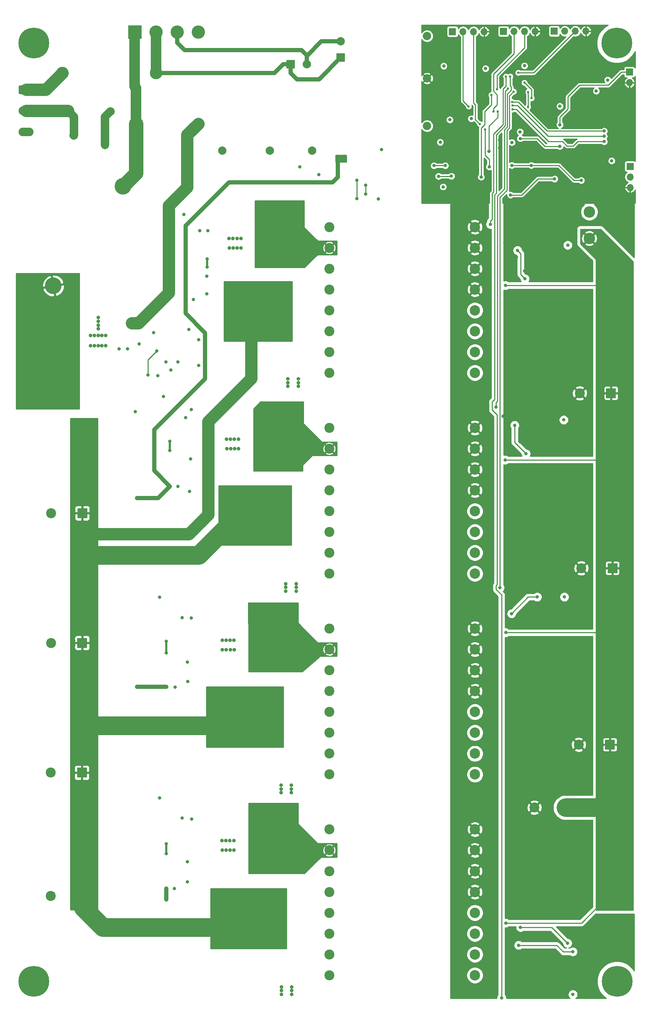
<source format=gbl>
%TF.GenerationSoftware,KiCad,Pcbnew,(5.1.2)-2*%
%TF.CreationDate,2020-11-17T15:03:31-05:00*%
%TF.ProjectId,multiphase_converter,6d756c74-6970-4686-9173-655f636f6e76,rev?*%
%TF.SameCoordinates,Original*%
%TF.FileFunction,Copper,L4,Bot*%
%TF.FilePolarity,Positive*%
%FSLAX46Y46*%
G04 Gerber Fmt 4.6, Leading zero omitted, Abs format (unit mm)*
G04 Created by KiCad (PCBNEW (5.1.2)-2) date 2020-11-17 15:03:31*
%MOMM*%
%LPD*%
G04 APERTURE LIST*
%TA.AperFunction,ComponentPad*%
%ADD10O,1.700000X1.700000*%
%TD*%
%TA.AperFunction,ComponentPad*%
%ADD11R,1.700000X1.700000*%
%TD*%
%TA.AperFunction,ComponentPad*%
%ADD12C,2.500000*%
%TD*%
%TA.AperFunction,ComponentPad*%
%ADD13C,2.400000*%
%TD*%
%TA.AperFunction,ComponentPad*%
%ADD14C,2.750000*%
%TD*%
%TA.AperFunction,ComponentPad*%
%ADD15C,7.400000*%
%TD*%
%TA.AperFunction,ComponentPad*%
%ADD16C,1.800000*%
%TD*%
%TA.AperFunction,ComponentPad*%
%ADD17C,2.000000*%
%TD*%
%TA.AperFunction,ComponentPad*%
%ADD18R,2.000000X2.000000*%
%TD*%
%TA.AperFunction,ComponentPad*%
%ADD19C,4.000000*%
%TD*%
%TA.AperFunction,ComponentPad*%
%ADD20O,3.600000X2.080000*%
%TD*%
%TA.AperFunction,Conductor*%
%ADD21C,0.100000*%
%TD*%
%TA.AperFunction,ComponentPad*%
%ADD22C,2.080000*%
%TD*%
%TA.AperFunction,ComponentPad*%
%ADD23C,3.000000*%
%TD*%
%TA.AperFunction,ComponentPad*%
%ADD24R,3.200000X3.200000*%
%TD*%
%TA.AperFunction,ComponentPad*%
%ADD25C,3.200000*%
%TD*%
%TA.AperFunction,ComponentPad*%
%ADD26R,2.400000X2.400000*%
%TD*%
%TA.AperFunction,ViaPad*%
%ADD27C,0.800000*%
%TD*%
%TA.AperFunction,ViaPad*%
%ADD28C,0.900000*%
%TD*%
%TA.AperFunction,ViaPad*%
%ADD29C,0.600000*%
%TD*%
%TA.AperFunction,Conductor*%
%ADD30C,2.000000*%
%TD*%
%TA.AperFunction,Conductor*%
%ADD31C,3.000000*%
%TD*%
%TA.AperFunction,Conductor*%
%ADD32C,1.000000*%
%TD*%
%TA.AperFunction,Conductor*%
%ADD33C,2.500000*%
%TD*%
%TA.AperFunction,Conductor*%
%ADD34C,3.500000*%
%TD*%
%TA.AperFunction,Conductor*%
%ADD35C,0.250000*%
%TD*%
%TA.AperFunction,Conductor*%
%ADD36C,4.500000*%
%TD*%
%TA.AperFunction,Conductor*%
%ADD37C,0.500000*%
%TD*%
%TA.AperFunction,Conductor*%
%ADD38C,0.254000*%
%TD*%
G04 APERTURE END LIST*
D10*
%TO.P,J7,3*%
%TO.N,GNDD*%
X188250000Y-59580000D03*
%TO.P,J7,2*%
%TO.N,Net-(J7-Pad2)*%
X188250000Y-57040000D03*
D11*
%TO.P,J7,1*%
%TO.N,+3V3*%
X188250000Y-54500000D03*
%TD*%
D10*
%TO.P,J6,2*%
%TO.N,GNDD*%
X188100000Y-34400000D03*
D11*
%TO.P,J6,1*%
%TO.N,Net-(J6-Pad1)*%
X188100000Y-31860000D03*
%TD*%
D12*
%TO.P,T4,4*%
%TO.N,Net-(D7-Pad1)*%
X150950000Y-233650000D03*
%TO.P,T4,3*%
X150950000Y-238650000D03*
%TO.P,T4,2*%
X150950000Y-243650000D03*
%TO.P,T4,1*%
X150950000Y-248650000D03*
%TO.P,T4,5*%
%TO.N,GNDD*%
X150950000Y-228650000D03*
%TO.P,T4,6*%
X150950000Y-223650000D03*
%TO.P,T4,8*%
X150950000Y-213650000D03*
%TO.P,T4,7*%
X150950000Y-218650000D03*
D13*
%TO.P,T4,13*%
%TO.N,Net-(T4-Pad13)*%
X115950000Y-233650000D03*
%TO.P,T4,15*%
%TO.N,Net-(T4-Pad15)*%
X115950000Y-243650000D03*
%TO.P,T4,12*%
%TO.N,/Converter Stage/T4_HI*%
X115950000Y-228650000D03*
%TO.P,T4,16*%
%TO.N,N/C*%
X115950000Y-248650000D03*
%TO.P,T4,14*%
%TO.N,Net-(T4-Pad14)*%
X115950000Y-238650000D03*
%TO.P,T4,11*%
%TO.N,Net-(T4-Pad11)*%
X115950000Y-223650000D03*
%TO.P,T4,9*%
%TO.N,Net-(T4-Pad9)*%
X115950000Y-213650000D03*
%TO.P,T4,10*%
%TO.N,Net-(D28-Pad3)*%
X115950000Y-218650000D03*
%TD*%
D12*
%TO.P,T3,4*%
%TO.N,Net-(D6-Pad1)*%
X150950000Y-185450000D03*
%TO.P,T3,3*%
X150950000Y-190450000D03*
%TO.P,T3,2*%
X150950000Y-195450000D03*
%TO.P,T3,1*%
X150950000Y-200450000D03*
%TO.P,T3,5*%
%TO.N,GNDD*%
X150950000Y-180450000D03*
%TO.P,T3,6*%
X150950000Y-175450000D03*
%TO.P,T3,8*%
X150950000Y-165450000D03*
%TO.P,T3,7*%
X150950000Y-170450000D03*
D13*
%TO.P,T3,13*%
%TO.N,Net-(T3-Pad13)*%
X115950000Y-185450000D03*
%TO.P,T3,15*%
%TO.N,Net-(T3-Pad15)*%
X115950000Y-195450000D03*
%TO.P,T3,12*%
%TO.N,/Converter Stage/T3_HI*%
X115950000Y-180450000D03*
%TO.P,T3,16*%
%TO.N,N/C*%
X115950000Y-200450000D03*
%TO.P,T3,14*%
%TO.N,Net-(T3-Pad14)*%
X115950000Y-190450000D03*
%TO.P,T3,11*%
%TO.N,Net-(T3-Pad11)*%
X115950000Y-175450000D03*
%TO.P,T3,9*%
%TO.N,Net-(T3-Pad9)*%
X115950000Y-165450000D03*
%TO.P,T3,10*%
%TO.N,/Converter Stage/T3_LO*%
X115950000Y-170450000D03*
%TD*%
D12*
%TO.P,T2,4*%
%TO.N,Net-(D5-Pad1)*%
X150950000Y-137250000D03*
%TO.P,T2,3*%
X150950000Y-142250000D03*
%TO.P,T2,2*%
X150950000Y-147250000D03*
%TO.P,T2,1*%
X150950000Y-152250000D03*
%TO.P,T2,5*%
%TO.N,GNDD*%
X150950000Y-132250000D03*
%TO.P,T2,6*%
X150950000Y-127250000D03*
%TO.P,T2,8*%
X150950000Y-117250000D03*
%TO.P,T2,7*%
X150950000Y-122250000D03*
D13*
%TO.P,T2,13*%
%TO.N,Net-(T2-Pad13)*%
X115950000Y-137250000D03*
%TO.P,T2,15*%
%TO.N,Net-(T2-Pad15)*%
X115950000Y-147250000D03*
%TO.P,T2,12*%
%TO.N,/Converter Stage/T2_HI*%
X115950000Y-132250000D03*
%TO.P,T2,16*%
%TO.N,N/C*%
X115950000Y-152250000D03*
%TO.P,T2,14*%
%TO.N,Net-(T2-Pad14)*%
X115950000Y-142250000D03*
%TO.P,T2,11*%
%TO.N,Net-(T2-Pad11)*%
X115950000Y-127250000D03*
%TO.P,T2,9*%
%TO.N,Net-(T2-Pad9)*%
X115950000Y-117250000D03*
%TO.P,T2,10*%
%TO.N,Net-(D30-Pad3)*%
X115950000Y-122250000D03*
%TD*%
D12*
%TO.P,T1,4*%
%TO.N,Net-(D4-Pad1)*%
X150950000Y-89050000D03*
%TO.P,T1,3*%
X150950000Y-94050000D03*
%TO.P,T1,2*%
X150950000Y-99050000D03*
%TO.P,T1,1*%
X150950000Y-104050000D03*
%TO.P,T1,5*%
%TO.N,GNDD*%
X150950000Y-84050000D03*
%TO.P,T1,6*%
X150950000Y-79050000D03*
%TO.P,T1,8*%
X150950000Y-69050000D03*
%TO.P,T1,7*%
X150950000Y-74050000D03*
D13*
%TO.P,T1,13*%
%TO.N,Net-(T1-Pad13)*%
X115950000Y-89050000D03*
%TO.P,T1,15*%
%TO.N,Net-(T1-Pad15)*%
X115950000Y-99050000D03*
%TO.P,T1,12*%
%TO.N,/Converter Stage/T1_HI*%
X115950000Y-84050000D03*
%TO.P,T1,16*%
%TO.N,N/C*%
X115950000Y-104050000D03*
%TO.P,T1,14*%
%TO.N,Net-(T1-Pad14)*%
X115950000Y-94050000D03*
%TO.P,T1,11*%
%TO.N,Net-(T1-Pad11)*%
X115950000Y-79050000D03*
%TO.P,T1,9*%
%TO.N,Net-(T1-Pad9)*%
X115950000Y-69050000D03*
%TO.P,T1,10*%
%TO.N,Net-(D33-Pad3)*%
X115950000Y-74050000D03*
%TD*%
D14*
%TO.P,J3,2*%
%TO.N,/Converter Stage/VOUT_LO*%
X178450000Y-65425000D03*
%TO.P,J3,1*%
%TO.N,VCC*%
X178450000Y-71775000D03*
%TD*%
D10*
%TO.P,J5,4*%
%TO.N,GNDD*%
X177620000Y-22050000D03*
%TO.P,J5,3*%
%TO.N,/Control/RX*%
X175080000Y-22050000D03*
%TO.P,J5,2*%
%TO.N,/Control/TX*%
X172540000Y-22050000D03*
D11*
%TO.P,J5,1*%
%TO.N,+3V3*%
X170000000Y-22050000D03*
%TD*%
D10*
%TO.P,J4,4*%
%TO.N,GNDD*%
X165420000Y-22100000D03*
%TO.P,J4,3*%
%TO.N,/Control/SDA*%
X162880000Y-22100000D03*
%TO.P,J4,2*%
%TO.N,/Control/SCL*%
X160340000Y-22100000D03*
D11*
%TO.P,J4,1*%
%TO.N,+3V3*%
X157800000Y-22100000D03*
%TD*%
D15*
%TO.P,H4,1*%
%TO.N,Net-(H4-Pad1)*%
X44900000Y-250100000D03*
%TD*%
%TO.P,H3,1*%
%TO.N,Net-(H3-Pad1)*%
X185100000Y-250100000D03*
%TD*%
%TO.P,H2,1*%
%TO.N,Net-(H2-Pad1)*%
X185050000Y-24900000D03*
%TD*%
%TO.P,H1,1*%
%TO.N,Net-(H1-Pad1)*%
X44900000Y-24900000D03*
%TD*%
D16*
%TO.P,RV1,2*%
%TO.N,NEUT*%
X54500000Y-47100000D03*
%TO.P,RV1,1*%
%TO.N,LINE*%
X62000000Y-49400000D03*
%TD*%
D17*
%TO.P,PS2,5*%
%TO.N,+3V3*%
X139460000Y-23210000D03*
%TO.P,PS2,3*%
%TO.N,Net-(PS2-Pad3)*%
X139460000Y-44800000D03*
%TO.P,PS2,4*%
%TO.N,GNDD*%
X139460000Y-33370000D03*
%TO.P,PS2,2*%
%TO.N,NEUT*%
X118700000Y-24500000D03*
D18*
%TO.P,PS2,1*%
%TO.N,LINE*%
X118700000Y-28400000D03*
%TD*%
D17*
%TO.P,PS1,5*%
%TO.N,+12V*%
X111840000Y-50710000D03*
%TO.P,PS1,3*%
%TO.N,Net-(PS1-Pad3)*%
X90250000Y-50710000D03*
%TO.P,PS1,4*%
%TO.N,GNDA*%
X101680000Y-50710000D03*
%TO.P,PS1,2*%
%TO.N,NEUT*%
X110550000Y-29950000D03*
D18*
%TO.P,PS1,1*%
%TO.N,LINE*%
X106650000Y-29950000D03*
%TD*%
D19*
%TO.P,L1,2*%
%TO.N,Net-(D3-Pad3)*%
X49625784Y-83159620D03*
%TO.P,L1,1*%
%TO.N,Net-(C15-Pad1)*%
X66374216Y-59240380D03*
%TD*%
D20*
%TO.P,J2,3*%
%TO.N,Earth*%
X43100000Y-46260000D03*
%TO.P,J2,2*%
%TO.N,NEUT*%
X43100000Y-41180000D03*
D21*
%TD*%
%TO.N,/Mains Power Input/LINE_IN*%
%TO.C,J2*%
G36*
X44674505Y-35061204D02*
G01*
X44698773Y-35064804D01*
X44722572Y-35070765D01*
X44745671Y-35079030D01*
X44767850Y-35089520D01*
X44788893Y-35102132D01*
X44808599Y-35116747D01*
X44826777Y-35133223D01*
X44843253Y-35151401D01*
X44857868Y-35171107D01*
X44870480Y-35192150D01*
X44880970Y-35214329D01*
X44889235Y-35237428D01*
X44895196Y-35261227D01*
X44898796Y-35285495D01*
X44900000Y-35309999D01*
X44900000Y-36890001D01*
X44898796Y-36914505D01*
X44895196Y-36938773D01*
X44889235Y-36962572D01*
X44880970Y-36985671D01*
X44870480Y-37007850D01*
X44857868Y-37028893D01*
X44843253Y-37048599D01*
X44826777Y-37066777D01*
X44808599Y-37083253D01*
X44788893Y-37097868D01*
X44767850Y-37110480D01*
X44745671Y-37120970D01*
X44722572Y-37129235D01*
X44698773Y-37135196D01*
X44674505Y-37138796D01*
X44650001Y-37140000D01*
X41549999Y-37140000D01*
X41525495Y-37138796D01*
X41501227Y-37135196D01*
X41477428Y-37129235D01*
X41454329Y-37120970D01*
X41432150Y-37110480D01*
X41411107Y-37097868D01*
X41391401Y-37083253D01*
X41373223Y-37066777D01*
X41356747Y-37048599D01*
X41342132Y-37028893D01*
X41329520Y-37007850D01*
X41319030Y-36985671D01*
X41310765Y-36962572D01*
X41304804Y-36938773D01*
X41301204Y-36914505D01*
X41300000Y-36890001D01*
X41300000Y-35309999D01*
X41301204Y-35285495D01*
X41304804Y-35261227D01*
X41310765Y-35237428D01*
X41319030Y-35214329D01*
X41329520Y-35192150D01*
X41342132Y-35171107D01*
X41356747Y-35151401D01*
X41373223Y-35133223D01*
X41391401Y-35116747D01*
X41411107Y-35102132D01*
X41432150Y-35089520D01*
X41454329Y-35079030D01*
X41477428Y-35070765D01*
X41501227Y-35064804D01*
X41525495Y-35061204D01*
X41549999Y-35060000D01*
X44650001Y-35060000D01*
X44674505Y-35061204D01*
X44674505Y-35061204D01*
G37*
D22*
%TO.P,J2,1*%
%TO.N,/Mains Power Input/LINE_IN*%
X43100000Y-36100000D03*
%TD*%
D10*
%TO.P,J1,4*%
%TO.N,GNDD*%
X153170000Y-22150000D03*
%TO.P,J1,3*%
%TO.N,/Control/SWDCLK*%
X150630000Y-22150000D03*
%TO.P,J1,2*%
%TO.N,/Control/SWDIO*%
X148090000Y-22150000D03*
D11*
%TO.P,J1,1*%
%TO.N,+3V3*%
X145550000Y-22150000D03*
%TD*%
D23*
%TO.P,F1,2*%
%TO.N,/Mains Power Input/LINE_IN*%
X51800000Y-32100000D03*
%TO.P,F1,1*%
%TO.N,LINE*%
X74300000Y-32100000D03*
%TD*%
D24*
%TO.P,D2,1*%
%TO.N,Net-(C15-Pad1)*%
X69200000Y-22300000D03*
D25*
%TO.P,D2,2*%
%TO.N,LINE*%
X74280000Y-22300000D03*
%TO.P,D2,3*%
%TO.N,NEUT*%
X79360000Y-22300000D03*
%TO.P,D2,4*%
%TO.N,Net-(C15-Pad2)*%
X84440000Y-22300000D03*
%TD*%
D13*
%TO.P,C31,2*%
%TO.N,GNDD*%
X165250000Y-208400000D03*
D26*
%TO.P,C31,1*%
%TO.N,VCC*%
X172750000Y-208400000D03*
%TD*%
D13*
%TO.P,C30,2*%
%TO.N,GNDD*%
X175900000Y-193300000D03*
D26*
%TO.P,C30,1*%
%TO.N,VCC*%
X183400000Y-193300000D03*
%TD*%
D13*
%TO.P,C29,2*%
%TO.N,GNDD*%
X176500000Y-150950000D03*
D26*
%TO.P,C29,1*%
%TO.N,VCC*%
X184000000Y-150950000D03*
%TD*%
D13*
%TO.P,C28,2*%
%TO.N,GNDD*%
X176150000Y-108950000D03*
D26*
%TO.P,C28,1*%
%TO.N,VCC*%
X183650000Y-108950000D03*
%TD*%
D13*
%TO.P,C23,2*%
%TO.N,GNDA*%
X49000000Y-229600000D03*
D26*
%TO.P,C23,1*%
%TO.N,VBUS*%
X56500000Y-229600000D03*
%TD*%
D13*
%TO.P,C22,2*%
%TO.N,GNDA*%
X49000000Y-200016666D03*
D26*
%TO.P,C22,1*%
%TO.N,VBUS*%
X56500000Y-200016666D03*
%TD*%
D13*
%TO.P,C21,2*%
%TO.N,GNDA*%
X49050000Y-168883333D03*
D26*
%TO.P,C21,1*%
%TO.N,VBUS*%
X56550000Y-168883333D03*
%TD*%
D13*
%TO.P,C20,2*%
%TO.N,GNDA*%
X49100000Y-137750000D03*
D26*
%TO.P,C20,1*%
%TO.N,VBUS*%
X56600000Y-137750000D03*
%TD*%
D13*
%TO.P,C15,2*%
%TO.N,Net-(C15-Pad2)*%
X84450000Y-44250000D03*
%TO.P,C15,1*%
%TO.N,Net-(C15-Pad1)*%
X69450000Y-44250000D03*
%TD*%
D17*
%TO.P,C10,2*%
%TO.N,NEUT*%
X53300000Y-41300000D03*
%TO.P,C10,1*%
%TO.N,LINE*%
X63300000Y-41300000D03*
%TD*%
D27*
%TO.N,GNDD*%
X180750000Y-30700000D03*
X165600000Y-49800000D03*
X177500000Y-252000000D03*
X171050000Y-243800000D03*
X159650000Y-154750000D03*
X171150000Y-154850000D03*
X162750000Y-161350000D03*
X157750000Y-114450000D03*
X158400000Y-117700000D03*
X161750000Y-120550000D03*
X163300000Y-118800000D03*
X171000000Y-112350000D03*
X158150000Y-72850000D03*
X160900000Y-76250000D03*
X162900000Y-79600000D03*
X164750000Y-76750000D03*
X172000000Y-70450000D03*
D28*
X170850000Y-104500000D03*
X170850000Y-103500000D03*
X170850000Y-102500000D03*
X170850000Y-101500000D03*
X170950000Y-146550000D03*
X170950000Y-145550000D03*
X170950000Y-144550000D03*
X170950000Y-143550000D03*
X171000000Y-189800000D03*
X171000000Y-188800000D03*
X171000000Y-187800000D03*
X171000000Y-186800000D03*
X161250000Y-246300000D03*
X161250000Y-245300000D03*
X161250000Y-244300000D03*
X161250000Y-243300000D03*
D27*
X147500000Y-49100000D03*
X147500000Y-53300000D03*
X173650000Y-48550000D03*
X156900000Y-50050000D03*
D29*
X160450000Y-37850000D03*
D27*
X178200000Y-36450000D03*
X156900000Y-48200000D03*
X150050000Y-41150000D03*
X159900000Y-46150000D03*
X155100000Y-30900000D03*
X166300000Y-42600000D03*
X169150000Y-35500000D03*
X170050000Y-29500000D03*
X178800000Y-30500000D03*
X163300000Y-58350000D03*
X141000000Y-50500000D03*
X141900000Y-62350000D03*
X182150000Y-36800000D03*
X182500000Y-50200000D03*
X175150000Y-56500000D03*
X172350000Y-57350000D03*
D28*
X168250000Y-64200000D03*
X168250000Y-66900000D03*
X165500000Y-64250000D03*
X165500000Y-66950000D03*
X168250000Y-66000000D03*
X165500000Y-66050000D03*
X168250000Y-65100000D03*
X165500000Y-65150000D03*
X168250000Y-60000000D03*
X168250000Y-62700000D03*
X168250000Y-61800000D03*
X168250000Y-60900000D03*
X165500000Y-62750000D03*
X165500000Y-61850000D03*
X165500000Y-60950000D03*
X165500000Y-60050000D03*
D27*
%TO.N,+3V3*%
X174500000Y-253250000D03*
X172450000Y-157850000D03*
X172300000Y-115350000D03*
X173250000Y-73400000D03*
X150050000Y-43050000D03*
X161800000Y-46200000D03*
X180100000Y-36400000D03*
X162850000Y-30350000D03*
X182850000Y-33750000D03*
X159850000Y-48750000D03*
X143300000Y-59400000D03*
X143450000Y-30400000D03*
X183800000Y-53150000D03*
X153500000Y-31000000D03*
X171350000Y-40050000D03*
%TO.N,+12V*%
X84850000Y-69950000D03*
X75200000Y-206050000D03*
X76100000Y-109750000D03*
X75200000Y-157900000D03*
X80600000Y-162800000D03*
X74750000Y-104750000D03*
X81450000Y-114850000D03*
X81000000Y-66050000D03*
X80605000Y-210905000D03*
D28*
%TO.N,GNDA*%
X104450000Y-251450000D03*
X106900000Y-253250000D03*
X104450000Y-252350000D03*
X106900000Y-251450000D03*
X104450000Y-253250000D03*
X106900000Y-252350000D03*
X104350000Y-203050000D03*
X106800000Y-204850000D03*
X104350000Y-203950000D03*
X106800000Y-203050000D03*
X104350000Y-204850000D03*
X106800000Y-203950000D03*
X105500000Y-154650000D03*
X108000000Y-156450000D03*
X105500000Y-155550000D03*
X108000000Y-154650000D03*
X105500000Y-156450000D03*
X108000000Y-155550000D03*
X108500000Y-105500000D03*
X108500000Y-106400000D03*
X108500000Y-107300000D03*
X106000000Y-105500000D03*
X106000000Y-106400000D03*
X106000000Y-107300000D03*
D27*
X78700000Y-227850000D03*
X83300000Y-86450000D03*
X86800000Y-69900000D03*
X82800000Y-112900000D03*
X81900000Y-178150000D03*
X78850000Y-179500000D03*
D28*
X92150000Y-170500000D03*
X93100000Y-170500000D03*
X91200000Y-170500000D03*
X90250000Y-170500000D03*
X93050000Y-168200000D03*
X92100000Y-168200000D03*
X91150000Y-168200000D03*
X90200000Y-168200000D03*
X93000000Y-216350000D03*
X91150000Y-218650000D03*
X90200000Y-218650000D03*
X92100000Y-218650000D03*
X91100000Y-216350000D03*
X90150000Y-216350000D03*
X92050000Y-216350000D03*
X93050000Y-218650000D03*
X93800000Y-74100000D03*
X94750000Y-74100000D03*
X92850000Y-74100000D03*
X91900000Y-74100000D03*
X94700000Y-71800000D03*
X93750000Y-71800000D03*
X92800000Y-71800000D03*
X91850000Y-71800000D03*
D27*
X67450000Y-98300000D03*
X128500000Y-50500000D03*
X127700000Y-62350000D03*
D28*
X93200000Y-122300000D03*
X94150000Y-122300000D03*
X92250000Y-122300000D03*
X91300000Y-122300000D03*
X94100000Y-120000000D03*
X93150000Y-120000000D03*
X92200000Y-120000000D03*
X91250000Y-120000000D03*
D27*
X108850000Y-54600000D03*
X73700000Y-94400000D03*
X84550000Y-102250000D03*
X84550000Y-96100000D03*
X69350000Y-113400000D03*
X82150000Y-93650000D03*
X113400000Y-56450000D03*
D28*
X60400000Y-90800000D03*
X60400000Y-91700000D03*
X60400000Y-92600000D03*
X60400000Y-93500000D03*
D27*
X65400000Y-98300000D03*
X70250000Y-97150000D03*
X76650000Y-101400000D03*
X79600000Y-101400000D03*
D28*
X62200000Y-97500000D03*
X61300000Y-97500000D03*
X60400000Y-97500000D03*
X58600000Y-97500000D03*
X59500000Y-97500000D03*
X58600000Y-95100000D03*
X59500000Y-95100000D03*
X60400000Y-95100000D03*
X61300000Y-95100000D03*
X62200000Y-95100000D03*
D27*
X77900000Y-103400000D03*
X79550000Y-131300000D03*
X86475000Y-85125000D03*
X82350000Y-132500000D03*
X81875000Y-226225000D03*
X82800000Y-162900000D03*
X82850000Y-211150000D03*
X82650000Y-124700000D03*
X86475000Y-80825000D03*
X81875000Y-173525000D03*
X81850000Y-221400000D03*
D28*
%TO.N,Net-(C15-Pad2)*%
X70300000Y-92150000D03*
X70300000Y-91250000D03*
X69400000Y-91250000D03*
X69400000Y-92150000D03*
X68500000Y-91250000D03*
X68500000Y-93050000D03*
X68500000Y-92150000D03*
D27*
%TO.N,Net-(C19-Pad1)*%
X74450000Y-98850000D03*
X72349998Y-104600000D03*
%TO.N,VBUS*%
X102150000Y-132350000D03*
X104150000Y-132350000D03*
X103150000Y-85400000D03*
X103150000Y-87400000D03*
X103150000Y-89400000D03*
X103150000Y-91400000D03*
X103150000Y-93400000D03*
X105150000Y-85400000D03*
X105150000Y-87400000D03*
X105150000Y-89400000D03*
X105150000Y-91400000D03*
X105150000Y-93400000D03*
X102150000Y-134350000D03*
X102150000Y-136350000D03*
X102150000Y-138350000D03*
X102150000Y-140350000D03*
X102150000Y-142350000D03*
X104150000Y-134350000D03*
X104150000Y-136350000D03*
X104150000Y-138350000D03*
X104150000Y-140350000D03*
X104150000Y-142350000D03*
X103050000Y-231150000D03*
X103050000Y-233150000D03*
X103050000Y-235150000D03*
X103050000Y-237150000D03*
X103050000Y-239150000D03*
X101100000Y-182700000D03*
X101100000Y-184700000D03*
X101100000Y-186700000D03*
X101100000Y-188700000D03*
X101100000Y-190700000D03*
X103100000Y-182700000D03*
X103100000Y-184700000D03*
X103100000Y-186700000D03*
X103100000Y-188700000D03*
X103100000Y-190700000D03*
X101050000Y-231150000D03*
X101050000Y-233150000D03*
X101050000Y-235150000D03*
X101050000Y-237150000D03*
X101050000Y-239150000D03*
X99050000Y-231150000D03*
X99050000Y-233150000D03*
X99050000Y-235150000D03*
X99050000Y-237150000D03*
X99050000Y-239150000D03*
X97050000Y-231150000D03*
X97050000Y-233150000D03*
X97050000Y-235150000D03*
X97050000Y-237150000D03*
X97050000Y-239150000D03*
X95050000Y-231150000D03*
X95050000Y-233150000D03*
X95050000Y-235150000D03*
X95050000Y-237150000D03*
X95050000Y-239150000D03*
X93050000Y-231150000D03*
X93050000Y-233150000D03*
X93050000Y-235150000D03*
X93050000Y-237150000D03*
X93050000Y-239150000D03*
X91050000Y-231150000D03*
X91050000Y-233150000D03*
X91050000Y-235150000D03*
X91050000Y-237150000D03*
X91050000Y-239150000D03*
X99100000Y-182700000D03*
X99100000Y-184700000D03*
X99100000Y-186700000D03*
X99100000Y-188700000D03*
X99100000Y-190700000D03*
X97100000Y-182700000D03*
X97100000Y-184700000D03*
X97100000Y-186700000D03*
X97100000Y-188700000D03*
X97100000Y-190700000D03*
X95100000Y-182700000D03*
X95100000Y-184700000D03*
X95100000Y-186700000D03*
X95100000Y-188700000D03*
X95100000Y-190700000D03*
X93100000Y-182700000D03*
X93100000Y-184700000D03*
X93100000Y-186700000D03*
X93100000Y-188700000D03*
X93100000Y-190700000D03*
X91100000Y-182700000D03*
X91100000Y-184700000D03*
X91100000Y-186700000D03*
X91100000Y-188700000D03*
X91100000Y-190700000D03*
X100150000Y-134350000D03*
X100150000Y-136350000D03*
X100150000Y-138350000D03*
X100150000Y-140350000D03*
X100150000Y-142350000D03*
X98150000Y-134350000D03*
X98150000Y-136350000D03*
X98150000Y-138350000D03*
X98150000Y-140350000D03*
X98150000Y-142350000D03*
X96150000Y-134350000D03*
X96150000Y-136350000D03*
X96150000Y-138350000D03*
X96150000Y-140350000D03*
X96150000Y-142350000D03*
X94150000Y-134350000D03*
X94150000Y-136350000D03*
X94150000Y-138350000D03*
X94150000Y-140350000D03*
X94150000Y-142350000D03*
X92150000Y-134350000D03*
X92150000Y-136350000D03*
X92150000Y-138350000D03*
X92150000Y-140350000D03*
X92150000Y-142350000D03*
X93150000Y-85400000D03*
X95150000Y-85400000D03*
X97150000Y-85400000D03*
X99150000Y-85400000D03*
X101150000Y-85400000D03*
X93150000Y-87400000D03*
X95150000Y-87400000D03*
X97150000Y-87400000D03*
X99150000Y-87400000D03*
X101150000Y-87400000D03*
X93150000Y-89400000D03*
X95150000Y-89400000D03*
X97150000Y-89400000D03*
X99150000Y-89400000D03*
X101150000Y-89400000D03*
X93150000Y-91400000D03*
X95150000Y-91400000D03*
X97150000Y-91400000D03*
X99150000Y-91400000D03*
X101150000Y-91400000D03*
X93150000Y-93400000D03*
X95150000Y-93400000D03*
X97150000Y-93400000D03*
X99150000Y-93400000D03*
X101150000Y-93400000D03*
X55200000Y-115450000D03*
X56700000Y-115450000D03*
X58200000Y-115450000D03*
X59700000Y-115450000D03*
X55200000Y-116700000D03*
X56700000Y-116700000D03*
X58200000Y-116700000D03*
X55200000Y-117950000D03*
X56700000Y-117950000D03*
X58200000Y-117950000D03*
X59700000Y-117950000D03*
X55200000Y-119200000D03*
X56700000Y-119200000D03*
X58200000Y-119200000D03*
X59700000Y-119200000D03*
X55200000Y-120450000D03*
X56700000Y-120450000D03*
X58200000Y-120450000D03*
X59700000Y-120450000D03*
X59700000Y-116700000D03*
%TO.N,VCC*%
X183250000Y-208450000D03*
X183250000Y-223350000D03*
X183250000Y-221200000D03*
X183250000Y-218950000D03*
X183400000Y-177650000D03*
X183400000Y-167450000D03*
X183400000Y-179600000D03*
X183400000Y-181550000D03*
X183400000Y-165450000D03*
X183400000Y-163400000D03*
X183400000Y-135000000D03*
X183400000Y-136700000D03*
X183400000Y-138500000D03*
X183400000Y-125750000D03*
X183400000Y-123900000D03*
X183400000Y-122250000D03*
X183400000Y-93050000D03*
X183400000Y-94800000D03*
X183400000Y-96450000D03*
X183400000Y-84000000D03*
X183400000Y-82350000D03*
X183400000Y-80700000D03*
X158300000Y-83050000D03*
X158200000Y-124950000D03*
X158350000Y-166400000D03*
X158350000Y-236100000D03*
%TO.N,+5VA*%
X76800000Y-227850000D03*
X77650000Y-131300000D03*
X81400000Y-86500000D03*
X76800000Y-179450000D03*
X118000000Y-52100000D03*
X119550000Y-52100000D03*
X119600000Y-53100000D03*
X118000000Y-53100000D03*
X118800000Y-52600000D03*
X69700000Y-134150000D03*
X76800000Y-230450000D03*
X69700000Y-179450000D03*
%TO.N,Net-(D3-Pad3)*%
X42500000Y-90100000D03*
X45000000Y-90100000D03*
X47500000Y-90100000D03*
X50000000Y-90100000D03*
X52500000Y-90100000D03*
X55000000Y-90100000D03*
X42500000Y-92600000D03*
X45000000Y-92600000D03*
X47500000Y-92600000D03*
X50000000Y-92600000D03*
X52500000Y-92600000D03*
X55000000Y-92600000D03*
X42500000Y-95100000D03*
X45000000Y-95100000D03*
X47500000Y-95100000D03*
X50000000Y-95100000D03*
X52500000Y-95100000D03*
X55000000Y-95100000D03*
X42500000Y-97600000D03*
X45000000Y-97600000D03*
X47500000Y-97600000D03*
X50000000Y-97600000D03*
X52500000Y-97600000D03*
X55000000Y-97600000D03*
X42500000Y-100100000D03*
X45000000Y-100100000D03*
X47500000Y-100100000D03*
X50000000Y-100100000D03*
X52500000Y-100100000D03*
X55000000Y-100100000D03*
X42500000Y-102600000D03*
X45000000Y-102600000D03*
X47500000Y-102600000D03*
X50000000Y-102600000D03*
X52500000Y-102600000D03*
X55000000Y-102600000D03*
X42500000Y-105100000D03*
X45000000Y-105100000D03*
X47500000Y-105100000D03*
X50000000Y-105100000D03*
X52500000Y-105100000D03*
X55000000Y-105100000D03*
X42500000Y-107600000D03*
X45000000Y-107600000D03*
X47500000Y-107600000D03*
X50000000Y-107600000D03*
X52500000Y-107600000D03*
X55000000Y-107600000D03*
X42500000Y-110100000D03*
X45000000Y-110100000D03*
X47500000Y-110100000D03*
X50000000Y-110100000D03*
X52500000Y-110100000D03*
D29*
%TO.N,/Control/SWDCLK*%
X152150000Y-44350000D03*
%TO.N,/Control/SWDIO*%
X149450000Y-40100000D03*
%TO.N,Net-(R2-Pad2)*%
X162850000Y-34400000D03*
X164550000Y-38100000D03*
D27*
%TO.N,/Converter Stage/P4_GATE*%
X122550000Y-57850000D03*
X122550000Y-62200000D03*
%TO.N,/Converter Stage/P2_GATE*%
X124650000Y-59000000D03*
X124650000Y-61100000D03*
D29*
%TO.N,V_FB*%
X163750000Y-36650000D03*
X163700000Y-40200000D03*
D27*
%TO.N,/Converter Stage/VOUT_LO*%
X159500000Y-61350000D03*
X170100000Y-57500000D03*
D29*
%TO.N,/Control/SDA*%
X156250000Y-36000000D03*
%TO.N,/Control/SCL*%
X155400000Y-41300000D03*
%TO.N,/Control/RX*%
X161350000Y-32000000D03*
D27*
%TO.N,HRTIM_CHB1*%
X142200000Y-56865000D03*
X145300000Y-56850000D03*
%TO.N,HRTIM_CHA1*%
X144900000Y-43300000D03*
%TO.N,HRTIM_CHD1*%
X143800000Y-54315000D03*
X141085000Y-54315000D03*
%TO.N,HRTIM_CHC1*%
X142600000Y-48700000D03*
D29*
%TO.N,IMUX_0*%
X159950000Y-39050000D03*
D27*
X181995000Y-46005000D03*
D29*
%TO.N,IMUX_1*%
X160000000Y-39900000D03*
D27*
X181975000Y-47275000D03*
D29*
%TO.N,IMUX_2*%
X160000000Y-40800000D03*
D27*
X181995000Y-48545000D03*
D29*
%TO.N,Net-(R35-Pad1)*%
X153400000Y-45650000D03*
D27*
X154400000Y-54600000D03*
D29*
%TO.N,Net-(R36-Pad1)*%
X156400000Y-41300000D03*
D27*
X154350000Y-50850000D03*
%TO.N,/Converter Stage/T3_HI*%
X76795000Y-168495000D03*
X76795000Y-171245000D03*
%TO.N,/Converter Stage/T4_HI*%
X76795000Y-217095000D03*
X76795000Y-219445000D03*
%TO.N,/Converter Stage/T2_HI*%
X77650000Y-120500000D03*
X77650000Y-122700000D03*
%TO.N,/Converter Stage/T1_HI*%
X86600000Y-76700000D03*
X86600000Y-78650000D03*
%TO.N,/Converter Stage/T3_LO*%
X107150000Y-160750000D03*
X103150000Y-160750000D03*
X101150000Y-160750000D03*
X99150000Y-160750000D03*
X105150000Y-160750000D03*
X97150000Y-160750000D03*
X107150000Y-162750000D03*
X105150000Y-174750000D03*
X103150000Y-174750000D03*
X107150000Y-174750000D03*
X107150000Y-164750000D03*
X107150000Y-166750000D03*
X107150000Y-168750000D03*
X107150000Y-170750000D03*
X107150000Y-172750000D03*
X105150000Y-172750000D03*
X103150000Y-172750000D03*
X101150000Y-172750000D03*
X99150000Y-172750000D03*
X105150000Y-162750000D03*
X105150000Y-164750000D03*
X105150000Y-166750000D03*
X105150000Y-168750000D03*
X105150000Y-170750000D03*
X103150000Y-162750000D03*
X103150000Y-164750000D03*
X103150000Y-166750000D03*
X103150000Y-168750000D03*
X103150000Y-170750000D03*
X101150000Y-162750000D03*
X101150000Y-164750000D03*
X101150000Y-166750000D03*
X101150000Y-168750000D03*
X101150000Y-170750000D03*
X99150000Y-162750000D03*
X99150000Y-164750000D03*
X99150000Y-166750000D03*
X99150000Y-168750000D03*
X99150000Y-170750000D03*
X97150000Y-162750000D03*
X97150000Y-164750000D03*
X97150000Y-166750000D03*
X97150000Y-168750000D03*
X97150000Y-170750000D03*
%TO.N,Net-(D28-Pad3)*%
X107100000Y-208900000D03*
X103100000Y-208900000D03*
X101100000Y-208900000D03*
X99100000Y-208900000D03*
X105100000Y-208900000D03*
X97100000Y-208900000D03*
X107100000Y-210900000D03*
X105100000Y-222900000D03*
X103100000Y-222900000D03*
X107100000Y-222900000D03*
X107100000Y-214900000D03*
X107100000Y-216900000D03*
X107100000Y-218900000D03*
X107100000Y-212900000D03*
X107100000Y-220900000D03*
X101100000Y-220900000D03*
X105100000Y-220900000D03*
X99100000Y-220900000D03*
X103100000Y-220900000D03*
X101100000Y-216900000D03*
X101100000Y-218900000D03*
X99100000Y-210900000D03*
X105100000Y-214900000D03*
X105100000Y-216900000D03*
X105100000Y-218900000D03*
X103100000Y-210900000D03*
X97100000Y-216900000D03*
X97100000Y-218900000D03*
X105100000Y-210900000D03*
X99100000Y-212900000D03*
X99100000Y-214900000D03*
X99100000Y-216900000D03*
X105100000Y-212900000D03*
X99100000Y-218900000D03*
X97100000Y-210900000D03*
X97100000Y-212900000D03*
X97100000Y-214900000D03*
X103100000Y-218900000D03*
X101100000Y-210900000D03*
X101100000Y-212900000D03*
X101100000Y-214900000D03*
X103100000Y-212900000D03*
X103100000Y-214900000D03*
X103100000Y-216900000D03*
%TO.N,Net-(D30-Pad3)*%
X102200000Y-112550000D03*
X106200000Y-112550000D03*
X100200000Y-112550000D03*
X104200000Y-112550000D03*
X108200000Y-112550000D03*
X108200000Y-114550000D03*
X106200000Y-126550000D03*
X104200000Y-126550000D03*
X108200000Y-126550000D03*
X108200000Y-116550000D03*
X108200000Y-118550000D03*
X108200000Y-120550000D03*
X108200000Y-122550000D03*
X108200000Y-124550000D03*
X106200000Y-124550000D03*
X104200000Y-124550000D03*
X102200000Y-124550000D03*
X100200000Y-124550000D03*
X106200000Y-114550000D03*
X106200000Y-116550000D03*
X106200000Y-118550000D03*
X106200000Y-120550000D03*
X106200000Y-122550000D03*
X104200000Y-114550000D03*
X104200000Y-116550000D03*
X104200000Y-118550000D03*
X104200000Y-120550000D03*
X104200000Y-122550000D03*
X102200000Y-114550000D03*
X102200000Y-116550000D03*
X102200000Y-118550000D03*
X102200000Y-120550000D03*
X102200000Y-122550000D03*
X100200000Y-114550000D03*
X100200000Y-116550000D03*
X100200000Y-118550000D03*
X100200000Y-120550000D03*
X100200000Y-122550000D03*
X98200000Y-114550000D03*
X98200000Y-116550000D03*
X98200000Y-118550000D03*
X98200000Y-120550000D03*
X98200000Y-122550000D03*
%TO.N,Net-(D33-Pad3)*%
X108750000Y-68450000D03*
X108750000Y-70450000D03*
X108750000Y-72450000D03*
X108750000Y-74450000D03*
X108750000Y-76450000D03*
X106750000Y-76450000D03*
X104750000Y-76450000D03*
X102750000Y-76450000D03*
X100750000Y-76450000D03*
X106750000Y-66450000D03*
X106750000Y-68450000D03*
X106750000Y-70450000D03*
X106750000Y-72450000D03*
X106750000Y-74450000D03*
X104750000Y-66450000D03*
X104750000Y-68450000D03*
X104750000Y-70450000D03*
X104750000Y-72450000D03*
X104750000Y-74450000D03*
X102750000Y-66450000D03*
X102750000Y-68450000D03*
X102750000Y-70450000D03*
X102750000Y-72450000D03*
X102750000Y-74450000D03*
X100750000Y-66450000D03*
X100750000Y-68450000D03*
X100750000Y-70450000D03*
X100750000Y-72450000D03*
X100750000Y-74450000D03*
X98750000Y-66450000D03*
X98750000Y-68450000D03*
X98750000Y-70450000D03*
X98750000Y-72450000D03*
X98750000Y-74450000D03*
X108750000Y-66450000D03*
%TO.N,Net-(C52-Pad2)*%
X159750000Y-161850000D03*
X165900000Y-157850000D03*
D29*
%TO.N,P1_IFB*%
X160250000Y-36550000D03*
D27*
X156950000Y-155600000D03*
D29*
%TO.N,P4_IFB*%
X158400000Y-32900000D03*
D27*
X154650000Y-68400000D03*
D29*
%TO.N,P2_IFB*%
X159400000Y-32900000D03*
D27*
X156000000Y-112300000D03*
%TO.N,Net-(C58-Pad2)*%
X161437500Y-241437500D03*
X174485000Y-243000000D03*
D29*
%TO.N,P3_IFB*%
X158900000Y-35850000D03*
D27*
X157350000Y-254100000D03*
%TO.N,Net-(R53-Pad1)*%
X161187500Y-74662500D03*
X162950000Y-81450000D03*
%TO.N,Net-(R61-Pad1)*%
X163200000Y-123450000D03*
X160500000Y-116635000D03*
%TO.N,Net-(R67-Pad1)*%
X161900000Y-237150000D03*
X173200000Y-240950000D03*
D29*
%TO.N,/Control/V_SET*%
X154900000Y-37350000D03*
D27*
X152450000Y-57050000D03*
X159850000Y-54250000D03*
X176500000Y-57850000D03*
X164500000Y-54250000D03*
%TO.N,Net-(J6-Pad1)*%
X171350000Y-44500000D03*
%TO.N,/Control/ENABLE*%
X161850000Y-47800000D03*
X171350000Y-49700000D03*
%TD*%
D30*
%TO.N,NEUT*%
X53180000Y-41180000D02*
X53300000Y-41300000D01*
D31*
X43100000Y-41180000D02*
X53180000Y-41180000D01*
D30*
X54550000Y-47050000D02*
X54500000Y-47100000D01*
X54550000Y-42600000D02*
X54550000Y-47050000D01*
X53300000Y-41300000D02*
X53300000Y-41350000D01*
X53300000Y-41350000D02*
X54550000Y-42600000D01*
D32*
X110550000Y-29950000D02*
X110550000Y-28000000D01*
X114050000Y-24500000D02*
X118700000Y-24500000D01*
X110550000Y-28000000D02*
X114050000Y-24500000D01*
X109250000Y-26600000D02*
X110550000Y-27900000D01*
X110550000Y-27900000D02*
X110550000Y-29950000D01*
X79360000Y-22300000D02*
X79360000Y-24810000D01*
X81150000Y-26600000D02*
X109250000Y-26600000D01*
X79360000Y-24810000D02*
X81150000Y-26600000D01*
D31*
%TO.N,LINE*%
X74300000Y-22320000D02*
X74280000Y-22300000D01*
D33*
X74300000Y-32100000D02*
X74300000Y-22320000D01*
D30*
X62000000Y-42600000D02*
X63300000Y-41300000D01*
X62000000Y-49400000D02*
X62000000Y-42600000D01*
X63300000Y-41300000D02*
X63350000Y-41300000D01*
D32*
X106650000Y-29950000D02*
X106650000Y-32100000D01*
X106650000Y-32100000D02*
X108150000Y-33600000D01*
X113500000Y-33600000D02*
X118700000Y-28400000D01*
X108150000Y-33600000D02*
X113500000Y-33600000D01*
X104900000Y-29950000D02*
X106650000Y-29950000D01*
X74300000Y-32100000D02*
X102750000Y-32100000D01*
X102750000Y-32100000D02*
X104900000Y-29950000D01*
D31*
%TO.N,Net-(C15-Pad2)*%
X70100000Y-92150000D02*
X68500000Y-92150000D01*
X77400000Y-84850000D02*
X70100000Y-92150000D01*
X77400000Y-63950000D02*
X77400000Y-84850000D01*
X81800000Y-59550000D02*
X77400000Y-63950000D01*
X84450000Y-44250000D02*
X81800000Y-46900000D01*
X81800000Y-46900000D02*
X81800000Y-59550000D01*
D33*
%TO.N,Net-(C15-Pad1)*%
X69150000Y-35350000D02*
X69450000Y-35650000D01*
D31*
X69200000Y-22300000D02*
X69150000Y-22350000D01*
D33*
X69450000Y-35650000D02*
X69450000Y-44250000D01*
X69150000Y-22350000D02*
X69150000Y-35350000D01*
D34*
X69450000Y-56164596D02*
X66374216Y-59240380D01*
X69450000Y-44250000D02*
X69450000Y-56164596D01*
D35*
%TO.N,Net-(C19-Pad1)*%
X72349998Y-100950002D02*
X74450000Y-98850000D01*
X72349998Y-104600000D02*
X72349998Y-100950002D01*
D36*
%TO.N,VBUS*%
X58800000Y-188700000D02*
X91100000Y-188700000D01*
X84550000Y-147850000D02*
X58750000Y-147850000D01*
X92150000Y-140350000D02*
X92050000Y-140350000D01*
X92050000Y-140350000D02*
X84550000Y-147850000D01*
X61500000Y-237150000D02*
X91050000Y-237150000D01*
X56750000Y-228850000D02*
X56750000Y-232400000D01*
X56750000Y-232400000D02*
X61500000Y-237150000D01*
D31*
X82200000Y-142750000D02*
X59100000Y-142750000D01*
X86850000Y-138100000D02*
X82200000Y-142750000D01*
X86850000Y-115700000D02*
X86850000Y-138100000D01*
X97150000Y-89400000D02*
X97150000Y-105400000D01*
X97150000Y-105400000D02*
X86850000Y-115700000D01*
D36*
%TO.N,VCC*%
X172750000Y-208400000D02*
X183200000Y-208400000D01*
D35*
X182700000Y-83050000D02*
X183400000Y-82350000D01*
X158300000Y-83050000D02*
X182700000Y-83050000D01*
X182350000Y-124950000D02*
X183400000Y-123900000D01*
X158200000Y-124950000D02*
X182350000Y-124950000D01*
X182450000Y-166400000D02*
X183400000Y-165450000D01*
X158350000Y-166400000D02*
X182450000Y-166400000D01*
X183250000Y-223350000D02*
X183250000Y-229400000D01*
X176550000Y-236100000D02*
X158350000Y-236100000D01*
X183250000Y-229400000D02*
X176550000Y-236100000D01*
D32*
%TO.N,+5VA*%
X76800000Y-230450000D02*
X76800000Y-227850000D01*
X76800000Y-179450000D02*
X69700000Y-179450000D01*
X77650000Y-131300000D02*
X74800000Y-134150000D01*
X74800000Y-134150000D02*
X69700000Y-134150000D01*
X81400000Y-68750000D02*
X81400000Y-86500000D01*
X91850000Y-58300000D02*
X81400000Y-68750000D01*
X116750000Y-58300000D02*
X91850000Y-58300000D01*
X118000000Y-53100000D02*
X118000000Y-57050000D01*
X118000000Y-57050000D02*
X116750000Y-58300000D01*
X73900000Y-127550000D02*
X77650000Y-131300000D01*
X73900000Y-117700000D02*
X73900000Y-127550000D01*
X86100000Y-105500000D02*
X73900000Y-117700000D01*
X86100000Y-94450000D02*
X86100000Y-105500000D01*
X81400000Y-86500000D02*
X81400000Y-89750000D01*
X81400000Y-89750000D02*
X86100000Y-94450000D01*
D31*
%TO.N,/Mains Power Input/LINE_IN*%
X47800000Y-36100000D02*
X51800000Y-32100000D01*
X43100000Y-36100000D02*
X47800000Y-36100000D01*
D35*
%TO.N,/Control/SWDCLK*%
X150600000Y-22180000D02*
X150630000Y-22150000D01*
X150600000Y-39250000D02*
X150600000Y-22180000D01*
X151050000Y-39700000D02*
X150600000Y-39250000D01*
X151050000Y-43250000D02*
X151050000Y-39700000D01*
X152200000Y-44400000D02*
X151050000Y-43250000D01*
%TO.N,/Control/SWDIO*%
X148090000Y-38740000D02*
X148090000Y-22150000D01*
X149450000Y-40100000D02*
X148090000Y-38740000D01*
%TO.N,Net-(R2-Pad2)*%
X164550000Y-36100000D02*
X164550000Y-38100000D01*
X162850000Y-34400000D02*
X164550000Y-36100000D01*
%TO.N,/Converter Stage/P4_GATE*%
X122550000Y-57850000D02*
X122550000Y-62200000D01*
X122550000Y-62200000D02*
X122550000Y-62200000D01*
%TO.N,/Converter Stage/P2_GATE*%
X124650000Y-59000000D02*
X124650000Y-61100000D01*
X124650000Y-61100000D02*
X124650000Y-61100000D01*
%TO.N,V_FB*%
X163700000Y-40500000D02*
X163700000Y-40500000D01*
X163750000Y-40150000D02*
X163700000Y-40200000D01*
X163750000Y-36650000D02*
X163750000Y-40150000D01*
%TO.N,/Converter Stage/VOUT_LO*%
X159500000Y-61350000D02*
X162200000Y-61350000D01*
X166050000Y-57500000D02*
X170100000Y-57500000D01*
X162200000Y-61350000D02*
X166050000Y-57500000D01*
%TO.N,/Control/SDA*%
X156250000Y-32650000D02*
X156250000Y-36000000D01*
X162880000Y-22100000D02*
X162880000Y-26020000D01*
X162880000Y-26020000D02*
X156250000Y-32650000D01*
%TO.N,/Control/SCL*%
X160340000Y-22100000D02*
X160340000Y-27410000D01*
X155400000Y-32350000D02*
X155400000Y-36450000D01*
X160340000Y-27410000D02*
X155400000Y-32350000D01*
X155400000Y-36450000D02*
X156250000Y-37300000D01*
X156250000Y-37300000D02*
X156250000Y-39700000D01*
X155400000Y-40550000D02*
X155400000Y-41300000D01*
X156250000Y-39700000D02*
X155400000Y-40550000D01*
%TO.N,/Control/RX*%
X175050000Y-22050000D02*
X175080000Y-22050000D01*
X165100000Y-32000000D02*
X175050000Y-22050000D01*
X161350000Y-32000000D02*
X165100000Y-32000000D01*
%TO.N,HRTIM_CHB1*%
X145285000Y-56865000D02*
X145300000Y-56850000D01*
X142200000Y-56865000D02*
X145285000Y-56865000D01*
%TO.N,HRTIM_CHD1*%
X141085000Y-54315000D02*
X143800000Y-54315000D01*
%TO.N,IMUX_0*%
X159950000Y-39050000D02*
X161350000Y-39050000D01*
X168305000Y-46005000D02*
X181995000Y-46005000D01*
X161350000Y-39050000D02*
X168305000Y-46005000D01*
%TO.N,IMUX_1*%
X160000000Y-39900000D02*
X161150000Y-39900000D01*
X168525000Y-47275000D02*
X181975000Y-47275000D01*
X161150000Y-39900000D02*
X168525000Y-47275000D01*
%TO.N,IMUX_2*%
X175655000Y-48545000D02*
X181995000Y-48545000D01*
X160900000Y-40800000D02*
X168650000Y-48550000D01*
X160000000Y-40800000D02*
X160900000Y-40800000D01*
X173050000Y-49600000D02*
X174600000Y-49600000D01*
X168650000Y-48550000D02*
X172000000Y-48550000D01*
X172000000Y-48550000D02*
X173050000Y-49600000D01*
X174600000Y-49600000D02*
X175655000Y-48545000D01*
%TO.N,Net-(R35-Pad1)*%
X154400000Y-54600000D02*
X154400000Y-54600000D01*
X154400000Y-54450000D02*
X154400000Y-54600000D01*
X153400000Y-51850000D02*
X154400000Y-52850000D01*
X153400000Y-45650000D02*
X153400000Y-51850000D01*
X154400000Y-52850000D02*
X154400000Y-54450000D01*
%TO.N,Net-(R36-Pad1)*%
X154350000Y-50850000D02*
X154350000Y-50850000D01*
X154350000Y-44800000D02*
X154350000Y-50850000D01*
X156400000Y-41300000D02*
X156400000Y-42750000D01*
X156400000Y-42750000D02*
X154350000Y-44800000D01*
D37*
%TO.N,/Converter Stage/T3_HI*%
X76795000Y-168495000D02*
X76795000Y-171245000D01*
X76795000Y-171245000D02*
X76795000Y-171245000D01*
%TO.N,/Converter Stage/T4_HI*%
X76795000Y-217095000D02*
X76795000Y-219445000D01*
X76795000Y-219445000D02*
X76795000Y-219445000D01*
%TO.N,/Converter Stage/T2_HI*%
X77650000Y-120500000D02*
X77650000Y-122700000D01*
X77650000Y-122700000D02*
X77650000Y-122700000D01*
%TO.N,/Converter Stage/T1_HI*%
X86600000Y-76700000D02*
X86600000Y-76700000D01*
X86600000Y-76700000D02*
X86600000Y-78650000D01*
D35*
%TO.N,Net-(C52-Pad2)*%
X163750000Y-157850000D02*
X165900000Y-157850000D01*
X159750000Y-161850000D02*
X163750000Y-157850000D01*
%TO.N,P1_IFB*%
X160250000Y-36550000D02*
X159250000Y-37550000D01*
X159250000Y-37550000D02*
X159250000Y-45250000D01*
X159250000Y-45250000D02*
X158800000Y-45700000D01*
X158800000Y-45700000D02*
X158600000Y-45900000D01*
X158600000Y-45900000D02*
X158600000Y-59800000D01*
X158600000Y-59800000D02*
X158600000Y-60250000D01*
X158600000Y-60250000D02*
X156950000Y-61900000D01*
X156950000Y-61900000D02*
X156950000Y-155600000D01*
X156950000Y-155600000D02*
X156950000Y-155600000D01*
%TO.N,P4_IFB*%
X154650000Y-68400000D02*
X154650000Y-68400000D01*
X154650000Y-67650000D02*
X154650000Y-68400000D01*
X155050000Y-67250000D02*
X154650000Y-67650000D01*
X155050000Y-61000000D02*
X155050000Y-67250000D01*
X158400000Y-35200000D02*
X157700000Y-35900000D01*
X157700000Y-35900000D02*
X157700000Y-44450000D01*
X158400000Y-32900000D02*
X158400000Y-35200000D01*
X157700000Y-44450000D02*
X155449991Y-46700009D01*
X155449991Y-46700009D02*
X155449991Y-60600009D01*
X155449991Y-60600009D02*
X155050000Y-61000000D01*
%TO.N,P2_IFB*%
X159400000Y-32900000D02*
X159400000Y-35150000D01*
X159400000Y-35150000D02*
X159650000Y-35400000D01*
X159650000Y-36224998D02*
X158750000Y-37124998D01*
X159650000Y-35400000D02*
X159650000Y-36224998D01*
X158750000Y-37124998D02*
X158750000Y-45000000D01*
X158750000Y-45000000D02*
X158050000Y-45700000D01*
X158050000Y-45700000D02*
X158050000Y-59550000D01*
X158050000Y-59550000D02*
X158050000Y-59900000D01*
X158050000Y-59900000D02*
X156350000Y-61600000D01*
X156350000Y-61600000D02*
X156350000Y-110800000D01*
X156350000Y-110800000D02*
X156000000Y-111150000D01*
X156000000Y-111150000D02*
X156000000Y-112300000D01*
X156000000Y-112300000D02*
X156000000Y-112300000D01*
%TO.N,Net-(C58-Pad2)*%
X174485000Y-243000000D02*
X172150000Y-243000000D01*
X170587500Y-241437500D02*
X161437500Y-241437500D01*
X172150000Y-243000000D02*
X170587500Y-241437500D01*
%TO.N,P3_IFB*%
X157350000Y-254100000D02*
X157350000Y-254100000D01*
X156050000Y-155100000D02*
X156050000Y-156050000D01*
X157350000Y-157350000D02*
X157350000Y-254100000D01*
X156300000Y-154850000D02*
X156050000Y-155100000D01*
X156300000Y-114150000D02*
X156300000Y-154850000D01*
X155100000Y-112950000D02*
X156300000Y-114150000D01*
X155700000Y-110400000D02*
X155100000Y-111000000D01*
X156050000Y-156050000D02*
X157350000Y-157350000D01*
X158900000Y-35850000D02*
X158250000Y-36500000D01*
X158250000Y-36500000D02*
X158250000Y-44700000D01*
X158250000Y-44700000D02*
X156075001Y-46874999D01*
X155100000Y-111000000D02*
X155100000Y-112950000D01*
X156075001Y-46874999D02*
X156075001Y-60924999D01*
X156075001Y-60924999D02*
X155700000Y-61300000D01*
X155700000Y-61300000D02*
X155700000Y-110400000D01*
%TO.N,Net-(R53-Pad1)*%
X161950000Y-75425000D02*
X161187500Y-74662500D01*
X162950000Y-81450000D02*
X161950000Y-80450000D01*
X161950000Y-80450000D02*
X161950000Y-75425000D01*
%TO.N,Net-(R61-Pad1)*%
X160500000Y-120750000D02*
X163200000Y-123450000D01*
X160500000Y-116635000D02*
X160500000Y-120750000D01*
%TO.N,Net-(R67-Pad1)*%
X169400000Y-237150000D02*
X161900000Y-237150000D01*
X173200000Y-240950000D02*
X169400000Y-237150000D01*
%TO.N,/Control/V_SET*%
X154900000Y-37350000D02*
X154900000Y-39700000D01*
X154900000Y-39700000D02*
X153300000Y-41300000D01*
X153300000Y-41300000D02*
X153300000Y-44450000D01*
X153300000Y-44450000D02*
X152450000Y-45300000D01*
X152450000Y-45300000D02*
X152450000Y-57050000D01*
X152450000Y-57050000D02*
X152450000Y-57050000D01*
X159850000Y-54250000D02*
X164500000Y-54250000D01*
X171100000Y-54250000D02*
X174700000Y-57850000D01*
X174700000Y-57850000D02*
X176500000Y-57850000D01*
X176500000Y-57850000D02*
X176500000Y-57850000D01*
X164500000Y-54250000D02*
X171100000Y-54250000D01*
%TO.N,Net-(J6-Pad1)*%
X186140000Y-31860000D02*
X188100000Y-31860000D01*
X171350000Y-42700000D02*
X173300000Y-40750000D01*
X171350000Y-44500000D02*
X171350000Y-42700000D01*
X173300000Y-37750000D02*
X176050000Y-35000000D01*
X173300000Y-40750000D02*
X173300000Y-37750000D01*
X176050000Y-35000000D02*
X183000000Y-35000000D01*
X183000000Y-35000000D02*
X186140000Y-31860000D01*
%TO.N,/Control/ENABLE*%
X161850000Y-47800000D02*
X165900000Y-47800000D01*
X165900000Y-47800000D02*
X167800000Y-49700000D01*
X167800000Y-49700000D02*
X171350000Y-49700000D01*
X171350000Y-49700000D02*
X171350000Y-49700000D01*
%TD*%
D38*
%TO.N,Net-(D3-Pad3)*%
G36*
X55873000Y-112723000D02*
G01*
X40660000Y-112723000D01*
X40660000Y-84140732D01*
X47166516Y-84140732D01*
X47405176Y-84601659D01*
X47729173Y-85007170D01*
X48126054Y-85341680D01*
X48580570Y-85592335D01*
X49075252Y-85749502D01*
X49544960Y-85806136D01*
X49932361Y-85629667D01*
X49522767Y-83306744D01*
X47199844Y-83716338D01*
X47166516Y-84140732D01*
X40660000Y-84140732D01*
X40660000Y-83078796D01*
X46979268Y-83078796D01*
X47155737Y-83466197D01*
X48310183Y-83262637D01*
X49772908Y-83262637D01*
X50182502Y-85585560D01*
X50606896Y-85618888D01*
X51067823Y-85380228D01*
X51473334Y-85056231D01*
X51807844Y-84659350D01*
X52058499Y-84204834D01*
X52215666Y-83710152D01*
X52272300Y-83240444D01*
X52095831Y-82853043D01*
X49772908Y-83262637D01*
X48310183Y-83262637D01*
X49478660Y-83056603D01*
X49069066Y-80733680D01*
X48644672Y-80700352D01*
X48183745Y-80939012D01*
X47778234Y-81263009D01*
X47443724Y-81659890D01*
X47193069Y-82114406D01*
X47035902Y-82609088D01*
X46979268Y-83078796D01*
X40660000Y-83078796D01*
X40660000Y-80689573D01*
X49319207Y-80689573D01*
X49728801Y-83012496D01*
X52051724Y-82602902D01*
X52085052Y-82178508D01*
X51846392Y-81717581D01*
X51522395Y-81312070D01*
X51125514Y-80977560D01*
X50670998Y-80726905D01*
X50176316Y-80569738D01*
X49706608Y-80513104D01*
X49319207Y-80689573D01*
X40660000Y-80689573D01*
X40660000Y-80177000D01*
X55873000Y-80177000D01*
X55873000Y-112723000D01*
X55873000Y-112723000D01*
G37*
X55873000Y-112723000D02*
X40660000Y-112723000D01*
X40660000Y-84140732D01*
X47166516Y-84140732D01*
X47405176Y-84601659D01*
X47729173Y-85007170D01*
X48126054Y-85341680D01*
X48580570Y-85592335D01*
X49075252Y-85749502D01*
X49544960Y-85806136D01*
X49932361Y-85629667D01*
X49522767Y-83306744D01*
X47199844Y-83716338D01*
X47166516Y-84140732D01*
X40660000Y-84140732D01*
X40660000Y-83078796D01*
X46979268Y-83078796D01*
X47155737Y-83466197D01*
X48310183Y-83262637D01*
X49772908Y-83262637D01*
X50182502Y-85585560D01*
X50606896Y-85618888D01*
X51067823Y-85380228D01*
X51473334Y-85056231D01*
X51807844Y-84659350D01*
X52058499Y-84204834D01*
X52215666Y-83710152D01*
X52272300Y-83240444D01*
X52095831Y-82853043D01*
X49772908Y-83262637D01*
X48310183Y-83262637D01*
X49478660Y-83056603D01*
X49069066Y-80733680D01*
X48644672Y-80700352D01*
X48183745Y-80939012D01*
X47778234Y-81263009D01*
X47443724Y-81659890D01*
X47193069Y-82114406D01*
X47035902Y-82609088D01*
X46979268Y-83078796D01*
X40660000Y-83078796D01*
X40660000Y-80689573D01*
X49319207Y-80689573D01*
X49728801Y-83012496D01*
X52051724Y-82602902D01*
X52085052Y-82178508D01*
X51846392Y-81717581D01*
X51522395Y-81312070D01*
X51125514Y-80977560D01*
X50670998Y-80726905D01*
X50176316Y-80569738D01*
X49706608Y-80513104D01*
X49319207Y-80689573D01*
X40660000Y-80689573D01*
X40660000Y-80177000D01*
X55873000Y-80177000D01*
X55873000Y-112723000D01*
%TO.N,VBUS*%
G36*
X60273000Y-232923000D02*
G01*
X53727000Y-232923000D01*
X53727000Y-230800000D01*
X54661928Y-230800000D01*
X54674188Y-230924482D01*
X54710498Y-231044180D01*
X54769463Y-231154494D01*
X54848815Y-231251185D01*
X54945506Y-231330537D01*
X55055820Y-231389502D01*
X55175518Y-231425812D01*
X55300000Y-231438072D01*
X56214250Y-231435000D01*
X56373000Y-231276250D01*
X56373000Y-229727000D01*
X56627000Y-229727000D01*
X56627000Y-231276250D01*
X56785750Y-231435000D01*
X57700000Y-231438072D01*
X57824482Y-231425812D01*
X57944180Y-231389502D01*
X58054494Y-231330537D01*
X58151185Y-231251185D01*
X58230537Y-231154494D01*
X58289502Y-231044180D01*
X58325812Y-230924482D01*
X58338072Y-230800000D01*
X58335000Y-229885750D01*
X58176250Y-229727000D01*
X56627000Y-229727000D01*
X56373000Y-229727000D01*
X54823750Y-229727000D01*
X54665000Y-229885750D01*
X54661928Y-230800000D01*
X53727000Y-230800000D01*
X53727000Y-228400000D01*
X54661928Y-228400000D01*
X54665000Y-229314250D01*
X54823750Y-229473000D01*
X56373000Y-229473000D01*
X56373000Y-227923750D01*
X56627000Y-227923750D01*
X56627000Y-229473000D01*
X58176250Y-229473000D01*
X58335000Y-229314250D01*
X58338072Y-228400000D01*
X58325812Y-228275518D01*
X58289502Y-228155820D01*
X58230537Y-228045506D01*
X58151185Y-227948815D01*
X58054494Y-227869463D01*
X57944180Y-227810498D01*
X57824482Y-227774188D01*
X57700000Y-227761928D01*
X56785750Y-227765000D01*
X56627000Y-227923750D01*
X56373000Y-227923750D01*
X56214250Y-227765000D01*
X55300000Y-227761928D01*
X55175518Y-227774188D01*
X55055820Y-227810498D01*
X54945506Y-227869463D01*
X54848815Y-227948815D01*
X54769463Y-228045506D01*
X54710498Y-228155820D01*
X54674188Y-228275518D01*
X54661928Y-228400000D01*
X53727000Y-228400000D01*
X53727000Y-201216666D01*
X54661928Y-201216666D01*
X54674188Y-201341148D01*
X54710498Y-201460846D01*
X54769463Y-201571160D01*
X54848815Y-201667851D01*
X54945506Y-201747203D01*
X55055820Y-201806168D01*
X55175518Y-201842478D01*
X55300000Y-201854738D01*
X56214250Y-201851666D01*
X56373000Y-201692916D01*
X56373000Y-200143666D01*
X56627000Y-200143666D01*
X56627000Y-201692916D01*
X56785750Y-201851666D01*
X57700000Y-201854738D01*
X57824482Y-201842478D01*
X57944180Y-201806168D01*
X58054494Y-201747203D01*
X58151185Y-201667851D01*
X58230537Y-201571160D01*
X58289502Y-201460846D01*
X58325812Y-201341148D01*
X58338072Y-201216666D01*
X58335000Y-200302416D01*
X58176250Y-200143666D01*
X56627000Y-200143666D01*
X56373000Y-200143666D01*
X54823750Y-200143666D01*
X54665000Y-200302416D01*
X54661928Y-201216666D01*
X53727000Y-201216666D01*
X53727000Y-198816666D01*
X54661928Y-198816666D01*
X54665000Y-199730916D01*
X54823750Y-199889666D01*
X56373000Y-199889666D01*
X56373000Y-198340416D01*
X56627000Y-198340416D01*
X56627000Y-199889666D01*
X58176250Y-199889666D01*
X58335000Y-199730916D01*
X58338072Y-198816666D01*
X58325812Y-198692184D01*
X58289502Y-198572486D01*
X58230537Y-198462172D01*
X58151185Y-198365481D01*
X58054494Y-198286129D01*
X57944180Y-198227164D01*
X57824482Y-198190854D01*
X57700000Y-198178594D01*
X56785750Y-198181666D01*
X56627000Y-198340416D01*
X56373000Y-198340416D01*
X56214250Y-198181666D01*
X55300000Y-198178594D01*
X55175518Y-198190854D01*
X55055820Y-198227164D01*
X54945506Y-198286129D01*
X54848815Y-198365481D01*
X54769463Y-198462172D01*
X54710498Y-198572486D01*
X54674188Y-198692184D01*
X54661928Y-198816666D01*
X53727000Y-198816666D01*
X53727000Y-170083333D01*
X54711928Y-170083333D01*
X54724188Y-170207815D01*
X54760498Y-170327513D01*
X54819463Y-170437827D01*
X54898815Y-170534518D01*
X54995506Y-170613870D01*
X55105820Y-170672835D01*
X55225518Y-170709145D01*
X55350000Y-170721405D01*
X56264250Y-170718333D01*
X56423000Y-170559583D01*
X56423000Y-169010333D01*
X56677000Y-169010333D01*
X56677000Y-170559583D01*
X56835750Y-170718333D01*
X57750000Y-170721405D01*
X57874482Y-170709145D01*
X57994180Y-170672835D01*
X58104494Y-170613870D01*
X58201185Y-170534518D01*
X58280537Y-170437827D01*
X58339502Y-170327513D01*
X58375812Y-170207815D01*
X58388072Y-170083333D01*
X58385000Y-169169083D01*
X58226250Y-169010333D01*
X56677000Y-169010333D01*
X56423000Y-169010333D01*
X54873750Y-169010333D01*
X54715000Y-169169083D01*
X54711928Y-170083333D01*
X53727000Y-170083333D01*
X53727000Y-167683333D01*
X54711928Y-167683333D01*
X54715000Y-168597583D01*
X54873750Y-168756333D01*
X56423000Y-168756333D01*
X56423000Y-167207083D01*
X56677000Y-167207083D01*
X56677000Y-168756333D01*
X58226250Y-168756333D01*
X58385000Y-168597583D01*
X58388072Y-167683333D01*
X58375812Y-167558851D01*
X58339502Y-167439153D01*
X58280537Y-167328839D01*
X58201185Y-167232148D01*
X58104494Y-167152796D01*
X57994180Y-167093831D01*
X57874482Y-167057521D01*
X57750000Y-167045261D01*
X56835750Y-167048333D01*
X56677000Y-167207083D01*
X56423000Y-167207083D01*
X56264250Y-167048333D01*
X55350000Y-167045261D01*
X55225518Y-167057521D01*
X55105820Y-167093831D01*
X54995506Y-167152796D01*
X54898815Y-167232148D01*
X54819463Y-167328839D01*
X54760498Y-167439153D01*
X54724188Y-167558851D01*
X54711928Y-167683333D01*
X53727000Y-167683333D01*
X53727000Y-138950000D01*
X54761928Y-138950000D01*
X54774188Y-139074482D01*
X54810498Y-139194180D01*
X54869463Y-139304494D01*
X54948815Y-139401185D01*
X55045506Y-139480537D01*
X55155820Y-139539502D01*
X55275518Y-139575812D01*
X55400000Y-139588072D01*
X56314250Y-139585000D01*
X56473000Y-139426250D01*
X56473000Y-137877000D01*
X56727000Y-137877000D01*
X56727000Y-139426250D01*
X56885750Y-139585000D01*
X57800000Y-139588072D01*
X57924482Y-139575812D01*
X58044180Y-139539502D01*
X58154494Y-139480537D01*
X58251185Y-139401185D01*
X58330537Y-139304494D01*
X58389502Y-139194180D01*
X58425812Y-139074482D01*
X58438072Y-138950000D01*
X58435000Y-138035750D01*
X58276250Y-137877000D01*
X56727000Y-137877000D01*
X56473000Y-137877000D01*
X54923750Y-137877000D01*
X54765000Y-138035750D01*
X54761928Y-138950000D01*
X53727000Y-138950000D01*
X53727000Y-136550000D01*
X54761928Y-136550000D01*
X54765000Y-137464250D01*
X54923750Y-137623000D01*
X56473000Y-137623000D01*
X56473000Y-136073750D01*
X56727000Y-136073750D01*
X56727000Y-137623000D01*
X58276250Y-137623000D01*
X58435000Y-137464250D01*
X58438072Y-136550000D01*
X58425812Y-136425518D01*
X58389502Y-136305820D01*
X58330537Y-136195506D01*
X58251185Y-136098815D01*
X58154494Y-136019463D01*
X58044180Y-135960498D01*
X57924482Y-135924188D01*
X57800000Y-135911928D01*
X56885750Y-135915000D01*
X56727000Y-136073750D01*
X56473000Y-136073750D01*
X56314250Y-135915000D01*
X55400000Y-135911928D01*
X55275518Y-135924188D01*
X55155820Y-135960498D01*
X55045506Y-136019463D01*
X54948815Y-136098815D01*
X54869463Y-136195506D01*
X54810498Y-136305820D01*
X54774188Y-136425518D01*
X54761928Y-136550000D01*
X53727000Y-136550000D01*
X53727000Y-114977000D01*
X60273000Y-114977000D01*
X60273000Y-232923000D01*
X60273000Y-232923000D01*
G37*
X60273000Y-232923000D02*
X53727000Y-232923000D01*
X53727000Y-230800000D01*
X54661928Y-230800000D01*
X54674188Y-230924482D01*
X54710498Y-231044180D01*
X54769463Y-231154494D01*
X54848815Y-231251185D01*
X54945506Y-231330537D01*
X55055820Y-231389502D01*
X55175518Y-231425812D01*
X55300000Y-231438072D01*
X56214250Y-231435000D01*
X56373000Y-231276250D01*
X56373000Y-229727000D01*
X56627000Y-229727000D01*
X56627000Y-231276250D01*
X56785750Y-231435000D01*
X57700000Y-231438072D01*
X57824482Y-231425812D01*
X57944180Y-231389502D01*
X58054494Y-231330537D01*
X58151185Y-231251185D01*
X58230537Y-231154494D01*
X58289502Y-231044180D01*
X58325812Y-230924482D01*
X58338072Y-230800000D01*
X58335000Y-229885750D01*
X58176250Y-229727000D01*
X56627000Y-229727000D01*
X56373000Y-229727000D01*
X54823750Y-229727000D01*
X54665000Y-229885750D01*
X54661928Y-230800000D01*
X53727000Y-230800000D01*
X53727000Y-228400000D01*
X54661928Y-228400000D01*
X54665000Y-229314250D01*
X54823750Y-229473000D01*
X56373000Y-229473000D01*
X56373000Y-227923750D01*
X56627000Y-227923750D01*
X56627000Y-229473000D01*
X58176250Y-229473000D01*
X58335000Y-229314250D01*
X58338072Y-228400000D01*
X58325812Y-228275518D01*
X58289502Y-228155820D01*
X58230537Y-228045506D01*
X58151185Y-227948815D01*
X58054494Y-227869463D01*
X57944180Y-227810498D01*
X57824482Y-227774188D01*
X57700000Y-227761928D01*
X56785750Y-227765000D01*
X56627000Y-227923750D01*
X56373000Y-227923750D01*
X56214250Y-227765000D01*
X55300000Y-227761928D01*
X55175518Y-227774188D01*
X55055820Y-227810498D01*
X54945506Y-227869463D01*
X54848815Y-227948815D01*
X54769463Y-228045506D01*
X54710498Y-228155820D01*
X54674188Y-228275518D01*
X54661928Y-228400000D01*
X53727000Y-228400000D01*
X53727000Y-201216666D01*
X54661928Y-201216666D01*
X54674188Y-201341148D01*
X54710498Y-201460846D01*
X54769463Y-201571160D01*
X54848815Y-201667851D01*
X54945506Y-201747203D01*
X55055820Y-201806168D01*
X55175518Y-201842478D01*
X55300000Y-201854738D01*
X56214250Y-201851666D01*
X56373000Y-201692916D01*
X56373000Y-200143666D01*
X56627000Y-200143666D01*
X56627000Y-201692916D01*
X56785750Y-201851666D01*
X57700000Y-201854738D01*
X57824482Y-201842478D01*
X57944180Y-201806168D01*
X58054494Y-201747203D01*
X58151185Y-201667851D01*
X58230537Y-201571160D01*
X58289502Y-201460846D01*
X58325812Y-201341148D01*
X58338072Y-201216666D01*
X58335000Y-200302416D01*
X58176250Y-200143666D01*
X56627000Y-200143666D01*
X56373000Y-200143666D01*
X54823750Y-200143666D01*
X54665000Y-200302416D01*
X54661928Y-201216666D01*
X53727000Y-201216666D01*
X53727000Y-198816666D01*
X54661928Y-198816666D01*
X54665000Y-199730916D01*
X54823750Y-199889666D01*
X56373000Y-199889666D01*
X56373000Y-198340416D01*
X56627000Y-198340416D01*
X56627000Y-199889666D01*
X58176250Y-199889666D01*
X58335000Y-199730916D01*
X58338072Y-198816666D01*
X58325812Y-198692184D01*
X58289502Y-198572486D01*
X58230537Y-198462172D01*
X58151185Y-198365481D01*
X58054494Y-198286129D01*
X57944180Y-198227164D01*
X57824482Y-198190854D01*
X57700000Y-198178594D01*
X56785750Y-198181666D01*
X56627000Y-198340416D01*
X56373000Y-198340416D01*
X56214250Y-198181666D01*
X55300000Y-198178594D01*
X55175518Y-198190854D01*
X55055820Y-198227164D01*
X54945506Y-198286129D01*
X54848815Y-198365481D01*
X54769463Y-198462172D01*
X54710498Y-198572486D01*
X54674188Y-198692184D01*
X54661928Y-198816666D01*
X53727000Y-198816666D01*
X53727000Y-170083333D01*
X54711928Y-170083333D01*
X54724188Y-170207815D01*
X54760498Y-170327513D01*
X54819463Y-170437827D01*
X54898815Y-170534518D01*
X54995506Y-170613870D01*
X55105820Y-170672835D01*
X55225518Y-170709145D01*
X55350000Y-170721405D01*
X56264250Y-170718333D01*
X56423000Y-170559583D01*
X56423000Y-169010333D01*
X56677000Y-169010333D01*
X56677000Y-170559583D01*
X56835750Y-170718333D01*
X57750000Y-170721405D01*
X57874482Y-170709145D01*
X57994180Y-170672835D01*
X58104494Y-170613870D01*
X58201185Y-170534518D01*
X58280537Y-170437827D01*
X58339502Y-170327513D01*
X58375812Y-170207815D01*
X58388072Y-170083333D01*
X58385000Y-169169083D01*
X58226250Y-169010333D01*
X56677000Y-169010333D01*
X56423000Y-169010333D01*
X54873750Y-169010333D01*
X54715000Y-169169083D01*
X54711928Y-170083333D01*
X53727000Y-170083333D01*
X53727000Y-167683333D01*
X54711928Y-167683333D01*
X54715000Y-168597583D01*
X54873750Y-168756333D01*
X56423000Y-168756333D01*
X56423000Y-167207083D01*
X56677000Y-167207083D01*
X56677000Y-168756333D01*
X58226250Y-168756333D01*
X58385000Y-168597583D01*
X58388072Y-167683333D01*
X58375812Y-167558851D01*
X58339502Y-167439153D01*
X58280537Y-167328839D01*
X58201185Y-167232148D01*
X58104494Y-167152796D01*
X57994180Y-167093831D01*
X57874482Y-167057521D01*
X57750000Y-167045261D01*
X56835750Y-167048333D01*
X56677000Y-167207083D01*
X56423000Y-167207083D01*
X56264250Y-167048333D01*
X55350000Y-167045261D01*
X55225518Y-167057521D01*
X55105820Y-167093831D01*
X54995506Y-167152796D01*
X54898815Y-167232148D01*
X54819463Y-167328839D01*
X54760498Y-167439153D01*
X54724188Y-167558851D01*
X54711928Y-167683333D01*
X53727000Y-167683333D01*
X53727000Y-138950000D01*
X54761928Y-138950000D01*
X54774188Y-139074482D01*
X54810498Y-139194180D01*
X54869463Y-139304494D01*
X54948815Y-139401185D01*
X55045506Y-139480537D01*
X55155820Y-139539502D01*
X55275518Y-139575812D01*
X55400000Y-139588072D01*
X56314250Y-139585000D01*
X56473000Y-139426250D01*
X56473000Y-137877000D01*
X56727000Y-137877000D01*
X56727000Y-139426250D01*
X56885750Y-139585000D01*
X57800000Y-139588072D01*
X57924482Y-139575812D01*
X58044180Y-139539502D01*
X58154494Y-139480537D01*
X58251185Y-139401185D01*
X58330537Y-139304494D01*
X58389502Y-139194180D01*
X58425812Y-139074482D01*
X58438072Y-138950000D01*
X58435000Y-138035750D01*
X58276250Y-137877000D01*
X56727000Y-137877000D01*
X56473000Y-137877000D01*
X54923750Y-137877000D01*
X54765000Y-138035750D01*
X54761928Y-138950000D01*
X53727000Y-138950000D01*
X53727000Y-136550000D01*
X54761928Y-136550000D01*
X54765000Y-137464250D01*
X54923750Y-137623000D01*
X56473000Y-137623000D01*
X56473000Y-136073750D01*
X56727000Y-136073750D01*
X56727000Y-137623000D01*
X58276250Y-137623000D01*
X58435000Y-137464250D01*
X58438072Y-136550000D01*
X58425812Y-136425518D01*
X58389502Y-136305820D01*
X58330537Y-136195506D01*
X58251185Y-136098815D01*
X58154494Y-136019463D01*
X58044180Y-135960498D01*
X57924482Y-135924188D01*
X57800000Y-135911928D01*
X56885750Y-135915000D01*
X56727000Y-136073750D01*
X56473000Y-136073750D01*
X56314250Y-135915000D01*
X55400000Y-135911928D01*
X55275518Y-135924188D01*
X55155820Y-135960498D01*
X55045506Y-136019463D01*
X54948815Y-136098815D01*
X54869463Y-136195506D01*
X54810498Y-136305820D01*
X54774188Y-136425518D01*
X54761928Y-136550000D01*
X53727000Y-136550000D01*
X53727000Y-114977000D01*
X60273000Y-114977000D01*
X60273000Y-232923000D01*
%TO.N,Net-(D33-Pad3)*%
G36*
X109873000Y-69050000D02*
G01*
X109875440Y-69074776D01*
X109882667Y-69098601D01*
X109894403Y-69120557D01*
X109910197Y-69139803D01*
X113160197Y-72389803D01*
X113179443Y-72405597D01*
X113201399Y-72417333D01*
X113225224Y-72424560D01*
X113250000Y-72427000D01*
X117773000Y-72427000D01*
X117773000Y-75673000D01*
X113200000Y-75673000D01*
X113175224Y-75675440D01*
X113151399Y-75682667D01*
X113129443Y-75694403D01*
X113112378Y-75708069D01*
X109949172Y-78723000D01*
X98127000Y-78723000D01*
X98127000Y-75137252D01*
X114930630Y-75137252D01*
X115057838Y-75359618D01*
X115330474Y-75508507D01*
X115626919Y-75601346D01*
X115935779Y-75634567D01*
X116245185Y-75606894D01*
X116543248Y-75519391D01*
X116818512Y-75375421D01*
X116842162Y-75359618D01*
X116969370Y-75137252D01*
X115950000Y-74117882D01*
X114930630Y-75137252D01*
X98127000Y-75137252D01*
X98127000Y-74035779D01*
X114365433Y-74035779D01*
X114393106Y-74345185D01*
X114480609Y-74643248D01*
X114624579Y-74918512D01*
X114640382Y-74942162D01*
X114862748Y-75069370D01*
X115882118Y-74050000D01*
X116017882Y-74050000D01*
X117037252Y-75069370D01*
X117259618Y-74942162D01*
X117408507Y-74669526D01*
X117501346Y-74373081D01*
X117534567Y-74064221D01*
X117506894Y-73754815D01*
X117419391Y-73456752D01*
X117275421Y-73181488D01*
X117259618Y-73157838D01*
X117037252Y-73030630D01*
X116017882Y-74050000D01*
X115882118Y-74050000D01*
X114862748Y-73030630D01*
X114640382Y-73157838D01*
X114491493Y-73430474D01*
X114398654Y-73726919D01*
X114365433Y-74035779D01*
X98127000Y-74035779D01*
X98127000Y-72962748D01*
X114930630Y-72962748D01*
X115950000Y-73982118D01*
X116969370Y-72962748D01*
X116842162Y-72740382D01*
X116569526Y-72591493D01*
X116273081Y-72498654D01*
X115964221Y-72465433D01*
X115654815Y-72493106D01*
X115356752Y-72580609D01*
X115081488Y-72724579D01*
X115057838Y-72740382D01*
X114930630Y-72962748D01*
X98127000Y-72962748D01*
X98127000Y-62777000D01*
X109873000Y-62777000D01*
X109873000Y-69050000D01*
X109873000Y-69050000D01*
G37*
X109873000Y-69050000D02*
X109875440Y-69074776D01*
X109882667Y-69098601D01*
X109894403Y-69120557D01*
X109910197Y-69139803D01*
X113160197Y-72389803D01*
X113179443Y-72405597D01*
X113201399Y-72417333D01*
X113225224Y-72424560D01*
X113250000Y-72427000D01*
X117773000Y-72427000D01*
X117773000Y-75673000D01*
X113200000Y-75673000D01*
X113175224Y-75675440D01*
X113151399Y-75682667D01*
X113129443Y-75694403D01*
X113112378Y-75708069D01*
X109949172Y-78723000D01*
X98127000Y-78723000D01*
X98127000Y-75137252D01*
X114930630Y-75137252D01*
X115057838Y-75359618D01*
X115330474Y-75508507D01*
X115626919Y-75601346D01*
X115935779Y-75634567D01*
X116245185Y-75606894D01*
X116543248Y-75519391D01*
X116818512Y-75375421D01*
X116842162Y-75359618D01*
X116969370Y-75137252D01*
X115950000Y-74117882D01*
X114930630Y-75137252D01*
X98127000Y-75137252D01*
X98127000Y-74035779D01*
X114365433Y-74035779D01*
X114393106Y-74345185D01*
X114480609Y-74643248D01*
X114624579Y-74918512D01*
X114640382Y-74942162D01*
X114862748Y-75069370D01*
X115882118Y-74050000D01*
X116017882Y-74050000D01*
X117037252Y-75069370D01*
X117259618Y-74942162D01*
X117408507Y-74669526D01*
X117501346Y-74373081D01*
X117534567Y-74064221D01*
X117506894Y-73754815D01*
X117419391Y-73456752D01*
X117275421Y-73181488D01*
X117259618Y-73157838D01*
X117037252Y-73030630D01*
X116017882Y-74050000D01*
X115882118Y-74050000D01*
X114862748Y-73030630D01*
X114640382Y-73157838D01*
X114491493Y-73430474D01*
X114398654Y-73726919D01*
X114365433Y-74035779D01*
X98127000Y-74035779D01*
X98127000Y-72962748D01*
X114930630Y-72962748D01*
X115950000Y-73982118D01*
X116969370Y-72962748D01*
X116842162Y-72740382D01*
X116569526Y-72591493D01*
X116273081Y-72498654D01*
X115964221Y-72465433D01*
X115654815Y-72493106D01*
X115356752Y-72580609D01*
X115081488Y-72724579D01*
X115057838Y-72740382D01*
X114930630Y-72962748D01*
X98127000Y-72962748D01*
X98127000Y-62777000D01*
X109873000Y-62777000D01*
X109873000Y-69050000D01*
%TO.N,Net-(D30-Pad3)*%
G36*
X109673000Y-116150000D02*
G01*
X109675440Y-116174776D01*
X109682667Y-116198601D01*
X109694403Y-116220557D01*
X109710197Y-116239803D01*
X114060197Y-120589803D01*
X114079443Y-120605597D01*
X114101399Y-120617333D01*
X114125224Y-120624560D01*
X114150000Y-120627000D01*
X117723000Y-120627000D01*
X117723000Y-123873000D01*
X111900000Y-123873000D01*
X111875224Y-123875440D01*
X111851399Y-123882667D01*
X111829443Y-123894403D01*
X111810197Y-123910197D01*
X109610197Y-126110197D01*
X109594403Y-126129443D01*
X109582667Y-126151399D01*
X109575440Y-126175224D01*
X109573000Y-126200000D01*
X109573000Y-127573000D01*
X97727000Y-127573000D01*
X97727000Y-123337252D01*
X114930630Y-123337252D01*
X115057838Y-123559618D01*
X115330474Y-123708507D01*
X115626919Y-123801346D01*
X115935779Y-123834567D01*
X116245185Y-123806894D01*
X116543248Y-123719391D01*
X116818512Y-123575421D01*
X116842162Y-123559618D01*
X116969370Y-123337252D01*
X115950000Y-122317882D01*
X114930630Y-123337252D01*
X97727000Y-123337252D01*
X97727000Y-122235779D01*
X114365433Y-122235779D01*
X114393106Y-122545185D01*
X114480609Y-122843248D01*
X114624579Y-123118512D01*
X114640382Y-123142162D01*
X114862748Y-123269370D01*
X115882118Y-122250000D01*
X116017882Y-122250000D01*
X117037252Y-123269370D01*
X117259618Y-123142162D01*
X117408507Y-122869526D01*
X117501346Y-122573081D01*
X117534567Y-122264221D01*
X117506894Y-121954815D01*
X117419391Y-121656752D01*
X117275421Y-121381488D01*
X117259618Y-121357838D01*
X117037252Y-121230630D01*
X116017882Y-122250000D01*
X115882118Y-122250000D01*
X114862748Y-121230630D01*
X114640382Y-121357838D01*
X114491493Y-121630474D01*
X114398654Y-121926919D01*
X114365433Y-122235779D01*
X97727000Y-122235779D01*
X97727000Y-121162748D01*
X114930630Y-121162748D01*
X115950000Y-122182118D01*
X116969370Y-121162748D01*
X116842162Y-120940382D01*
X116569526Y-120791493D01*
X116273081Y-120698654D01*
X115964221Y-120665433D01*
X115654815Y-120693106D01*
X115356752Y-120780609D01*
X115081488Y-120924579D01*
X115057838Y-120940382D01*
X114930630Y-121162748D01*
X97727000Y-121162748D01*
X97727000Y-112702606D01*
X99402606Y-111027000D01*
X109673000Y-111027000D01*
X109673000Y-116150000D01*
X109673000Y-116150000D01*
G37*
X109673000Y-116150000D02*
X109675440Y-116174776D01*
X109682667Y-116198601D01*
X109694403Y-116220557D01*
X109710197Y-116239803D01*
X114060197Y-120589803D01*
X114079443Y-120605597D01*
X114101399Y-120617333D01*
X114125224Y-120624560D01*
X114150000Y-120627000D01*
X117723000Y-120627000D01*
X117723000Y-123873000D01*
X111900000Y-123873000D01*
X111875224Y-123875440D01*
X111851399Y-123882667D01*
X111829443Y-123894403D01*
X111810197Y-123910197D01*
X109610197Y-126110197D01*
X109594403Y-126129443D01*
X109582667Y-126151399D01*
X109575440Y-126175224D01*
X109573000Y-126200000D01*
X109573000Y-127573000D01*
X97727000Y-127573000D01*
X97727000Y-123337252D01*
X114930630Y-123337252D01*
X115057838Y-123559618D01*
X115330474Y-123708507D01*
X115626919Y-123801346D01*
X115935779Y-123834567D01*
X116245185Y-123806894D01*
X116543248Y-123719391D01*
X116818512Y-123575421D01*
X116842162Y-123559618D01*
X116969370Y-123337252D01*
X115950000Y-122317882D01*
X114930630Y-123337252D01*
X97727000Y-123337252D01*
X97727000Y-122235779D01*
X114365433Y-122235779D01*
X114393106Y-122545185D01*
X114480609Y-122843248D01*
X114624579Y-123118512D01*
X114640382Y-123142162D01*
X114862748Y-123269370D01*
X115882118Y-122250000D01*
X116017882Y-122250000D01*
X117037252Y-123269370D01*
X117259618Y-123142162D01*
X117408507Y-122869526D01*
X117501346Y-122573081D01*
X117534567Y-122264221D01*
X117506894Y-121954815D01*
X117419391Y-121656752D01*
X117275421Y-121381488D01*
X117259618Y-121357838D01*
X117037252Y-121230630D01*
X116017882Y-122250000D01*
X115882118Y-122250000D01*
X114862748Y-121230630D01*
X114640382Y-121357838D01*
X114491493Y-121630474D01*
X114398654Y-121926919D01*
X114365433Y-122235779D01*
X97727000Y-122235779D01*
X97727000Y-121162748D01*
X114930630Y-121162748D01*
X115950000Y-122182118D01*
X116969370Y-121162748D01*
X116842162Y-120940382D01*
X116569526Y-120791493D01*
X116273081Y-120698654D01*
X115964221Y-120665433D01*
X115654815Y-120693106D01*
X115356752Y-120780609D01*
X115081488Y-120924579D01*
X115057838Y-120940382D01*
X114930630Y-121162748D01*
X97727000Y-121162748D01*
X97727000Y-112702606D01*
X99402606Y-111027000D01*
X109673000Y-111027000D01*
X109673000Y-116150000D01*
%TO.N,/Converter Stage/T3_LO*%
G36*
X108473000Y-164100000D02*
G01*
X108475440Y-164124776D01*
X108482667Y-164148601D01*
X108494403Y-164170557D01*
X108510197Y-164189803D01*
X113110197Y-168789803D01*
X113129443Y-168805597D01*
X113151399Y-168817333D01*
X113175224Y-168824560D01*
X113200000Y-168827000D01*
X117723000Y-168827000D01*
X117723000Y-172073000D01*
X113750000Y-172073000D01*
X113725224Y-172075440D01*
X113701399Y-172082667D01*
X113679443Y-172094403D01*
X113666610Y-172104214D01*
X109452464Y-175773000D01*
X96576622Y-175773000D01*
X96564017Y-171537252D01*
X114930630Y-171537252D01*
X115057838Y-171759618D01*
X115330474Y-171908507D01*
X115626919Y-172001346D01*
X115935779Y-172034567D01*
X116245185Y-172006894D01*
X116543248Y-171919391D01*
X116818512Y-171775421D01*
X116842162Y-171759618D01*
X116969370Y-171537252D01*
X115950000Y-170517882D01*
X114930630Y-171537252D01*
X96564017Y-171537252D01*
X96560738Y-170435779D01*
X114365433Y-170435779D01*
X114393106Y-170745185D01*
X114480609Y-171043248D01*
X114624579Y-171318512D01*
X114640382Y-171342162D01*
X114862748Y-171469370D01*
X115882118Y-170450000D01*
X116017882Y-170450000D01*
X117037252Y-171469370D01*
X117259618Y-171342162D01*
X117408507Y-171069526D01*
X117501346Y-170773081D01*
X117534567Y-170464221D01*
X117506894Y-170154815D01*
X117419391Y-169856752D01*
X117275421Y-169581488D01*
X117259618Y-169557838D01*
X117037252Y-169430630D01*
X116017882Y-170450000D01*
X115882118Y-170450000D01*
X114862748Y-169430630D01*
X114640382Y-169557838D01*
X114491493Y-169830474D01*
X114398654Y-170126919D01*
X114365433Y-170435779D01*
X96560738Y-170435779D01*
X96557545Y-169362748D01*
X114930630Y-169362748D01*
X115950000Y-170382118D01*
X116969370Y-169362748D01*
X116842162Y-169140382D01*
X116569526Y-168991493D01*
X116273081Y-168898654D01*
X115964221Y-168865433D01*
X115654815Y-168893106D01*
X115356752Y-168980609D01*
X115081488Y-169124579D01*
X115057838Y-169140382D01*
X114930630Y-169362748D01*
X96557545Y-169362748D01*
X96527378Y-159227000D01*
X108473000Y-159227000D01*
X108473000Y-164100000D01*
X108473000Y-164100000D01*
G37*
X108473000Y-164100000D02*
X108475440Y-164124776D01*
X108482667Y-164148601D01*
X108494403Y-164170557D01*
X108510197Y-164189803D01*
X113110197Y-168789803D01*
X113129443Y-168805597D01*
X113151399Y-168817333D01*
X113175224Y-168824560D01*
X113200000Y-168827000D01*
X117723000Y-168827000D01*
X117723000Y-172073000D01*
X113750000Y-172073000D01*
X113725224Y-172075440D01*
X113701399Y-172082667D01*
X113679443Y-172094403D01*
X113666610Y-172104214D01*
X109452464Y-175773000D01*
X96576622Y-175773000D01*
X96564017Y-171537252D01*
X114930630Y-171537252D01*
X115057838Y-171759618D01*
X115330474Y-171908507D01*
X115626919Y-172001346D01*
X115935779Y-172034567D01*
X116245185Y-172006894D01*
X116543248Y-171919391D01*
X116818512Y-171775421D01*
X116842162Y-171759618D01*
X116969370Y-171537252D01*
X115950000Y-170517882D01*
X114930630Y-171537252D01*
X96564017Y-171537252D01*
X96560738Y-170435779D01*
X114365433Y-170435779D01*
X114393106Y-170745185D01*
X114480609Y-171043248D01*
X114624579Y-171318512D01*
X114640382Y-171342162D01*
X114862748Y-171469370D01*
X115882118Y-170450000D01*
X116017882Y-170450000D01*
X117037252Y-171469370D01*
X117259618Y-171342162D01*
X117408507Y-171069526D01*
X117501346Y-170773081D01*
X117534567Y-170464221D01*
X117506894Y-170154815D01*
X117419391Y-169856752D01*
X117275421Y-169581488D01*
X117259618Y-169557838D01*
X117037252Y-169430630D01*
X116017882Y-170450000D01*
X115882118Y-170450000D01*
X114862748Y-169430630D01*
X114640382Y-169557838D01*
X114491493Y-169830474D01*
X114398654Y-170126919D01*
X114365433Y-170435779D01*
X96560738Y-170435779D01*
X96557545Y-169362748D01*
X114930630Y-169362748D01*
X115950000Y-170382118D01*
X116969370Y-169362748D01*
X116842162Y-169140382D01*
X116569526Y-168991493D01*
X116273081Y-168898654D01*
X115964221Y-168865433D01*
X115654815Y-168893106D01*
X115356752Y-168980609D01*
X115081488Y-169124579D01*
X115057838Y-169140382D01*
X114930630Y-169362748D01*
X96557545Y-169362748D01*
X96527378Y-159227000D01*
X108473000Y-159227000D01*
X108473000Y-164100000D01*
%TO.N,Net-(D28-Pad3)*%
G36*
X108423000Y-212250000D02*
G01*
X108425440Y-212274776D01*
X108432667Y-212298601D01*
X108444403Y-212320557D01*
X108460197Y-212339803D01*
X113110197Y-216989803D01*
X113129443Y-217005597D01*
X113151399Y-217017333D01*
X113175224Y-217024560D01*
X113200000Y-217027000D01*
X117723000Y-217027000D01*
X117723000Y-220273000D01*
X114000000Y-220273000D01*
X113975224Y-220275440D01*
X113951399Y-220282667D01*
X113929443Y-220294403D01*
X113910764Y-220309634D01*
X109947862Y-224223000D01*
X96577000Y-224223000D01*
X96577000Y-219737252D01*
X114930630Y-219737252D01*
X115057838Y-219959618D01*
X115330474Y-220108507D01*
X115626919Y-220201346D01*
X115935779Y-220234567D01*
X116245185Y-220206894D01*
X116543248Y-220119391D01*
X116818512Y-219975421D01*
X116842162Y-219959618D01*
X116969370Y-219737252D01*
X115950000Y-218717882D01*
X114930630Y-219737252D01*
X96577000Y-219737252D01*
X96577000Y-218635779D01*
X114365433Y-218635779D01*
X114393106Y-218945185D01*
X114480609Y-219243248D01*
X114624579Y-219518512D01*
X114640382Y-219542162D01*
X114862748Y-219669370D01*
X115882118Y-218650000D01*
X116017882Y-218650000D01*
X117037252Y-219669370D01*
X117259618Y-219542162D01*
X117408507Y-219269526D01*
X117501346Y-218973081D01*
X117534567Y-218664221D01*
X117506894Y-218354815D01*
X117419391Y-218056752D01*
X117275421Y-217781488D01*
X117259618Y-217757838D01*
X117037252Y-217630630D01*
X116017882Y-218650000D01*
X115882118Y-218650000D01*
X114862748Y-217630630D01*
X114640382Y-217757838D01*
X114491493Y-218030474D01*
X114398654Y-218326919D01*
X114365433Y-218635779D01*
X96577000Y-218635779D01*
X96577000Y-217562748D01*
X114930630Y-217562748D01*
X115950000Y-218582118D01*
X116969370Y-217562748D01*
X116842162Y-217340382D01*
X116569526Y-217191493D01*
X116273081Y-217098654D01*
X115964221Y-217065433D01*
X115654815Y-217093106D01*
X115356752Y-217180609D01*
X115081488Y-217324579D01*
X115057838Y-217340382D01*
X114930630Y-217562748D01*
X96577000Y-217562748D01*
X96577000Y-207377000D01*
X108423000Y-207377000D01*
X108423000Y-212250000D01*
X108423000Y-212250000D01*
G37*
X108423000Y-212250000D02*
X108425440Y-212274776D01*
X108432667Y-212298601D01*
X108444403Y-212320557D01*
X108460197Y-212339803D01*
X113110197Y-216989803D01*
X113129443Y-217005597D01*
X113151399Y-217017333D01*
X113175224Y-217024560D01*
X113200000Y-217027000D01*
X117723000Y-217027000D01*
X117723000Y-220273000D01*
X114000000Y-220273000D01*
X113975224Y-220275440D01*
X113951399Y-220282667D01*
X113929443Y-220294403D01*
X113910764Y-220309634D01*
X109947862Y-224223000D01*
X96577000Y-224223000D01*
X96577000Y-219737252D01*
X114930630Y-219737252D01*
X115057838Y-219959618D01*
X115330474Y-220108507D01*
X115626919Y-220201346D01*
X115935779Y-220234567D01*
X116245185Y-220206894D01*
X116543248Y-220119391D01*
X116818512Y-219975421D01*
X116842162Y-219959618D01*
X116969370Y-219737252D01*
X115950000Y-218717882D01*
X114930630Y-219737252D01*
X96577000Y-219737252D01*
X96577000Y-218635779D01*
X114365433Y-218635779D01*
X114393106Y-218945185D01*
X114480609Y-219243248D01*
X114624579Y-219518512D01*
X114640382Y-219542162D01*
X114862748Y-219669370D01*
X115882118Y-218650000D01*
X116017882Y-218650000D01*
X117037252Y-219669370D01*
X117259618Y-219542162D01*
X117408507Y-219269526D01*
X117501346Y-218973081D01*
X117534567Y-218664221D01*
X117506894Y-218354815D01*
X117419391Y-218056752D01*
X117275421Y-217781488D01*
X117259618Y-217757838D01*
X117037252Y-217630630D01*
X116017882Y-218650000D01*
X115882118Y-218650000D01*
X114862748Y-217630630D01*
X114640382Y-217757838D01*
X114491493Y-218030474D01*
X114398654Y-218326919D01*
X114365433Y-218635779D01*
X96577000Y-218635779D01*
X96577000Y-217562748D01*
X114930630Y-217562748D01*
X115950000Y-218582118D01*
X116969370Y-217562748D01*
X116842162Y-217340382D01*
X116569526Y-217191493D01*
X116273081Y-217098654D01*
X115964221Y-217065433D01*
X115654815Y-217093106D01*
X115356752Y-217180609D01*
X115081488Y-217324579D01*
X115057838Y-217340382D01*
X114930630Y-217562748D01*
X96577000Y-217562748D01*
X96577000Y-207377000D01*
X108423000Y-207377000D01*
X108423000Y-212250000D01*
%TO.N,VBUS*%
G36*
X107023000Y-96423000D02*
G01*
X90627000Y-96423000D01*
X90627000Y-82127000D01*
X107023000Y-82127000D01*
X107023000Y-96423000D01*
X107023000Y-96423000D01*
G37*
X107023000Y-96423000D02*
X90627000Y-96423000D01*
X90627000Y-82127000D01*
X107023000Y-82127000D01*
X107023000Y-96423000D01*
G36*
X106823000Y-145373000D02*
G01*
X89377000Y-145373000D01*
X89377000Y-131127000D01*
X106823000Y-131127000D01*
X106823000Y-145373000D01*
X106823000Y-145373000D01*
G37*
X106823000Y-145373000D02*
X89377000Y-145373000D01*
X89377000Y-131127000D01*
X106823000Y-131127000D01*
X106823000Y-145373000D01*
G36*
X104873000Y-179426830D02*
G01*
X104873000Y-193873000D01*
X86427000Y-193873000D01*
X86427000Y-179402170D01*
X104873000Y-179426830D01*
X104873000Y-179426830D01*
G37*
X104873000Y-179426830D02*
X104873000Y-193873000D01*
X86427000Y-193873000D01*
X86427000Y-179402170D01*
X104873000Y-179426830D01*
G36*
X105673000Y-242273000D02*
G01*
X87427000Y-242273000D01*
X87427000Y-227852000D01*
X105673000Y-227852000D01*
X105673000Y-242273000D01*
X105673000Y-242273000D01*
G37*
X105673000Y-242273000D02*
X87427000Y-242273000D01*
X87427000Y-227852000D01*
X105673000Y-227852000D01*
X105673000Y-242273000D01*
%TO.N,+5VA*%
G36*
X120023000Y-53423000D02*
G01*
X117477000Y-53423000D01*
X117477000Y-51777000D01*
X120023000Y-51777000D01*
X120023000Y-53423000D01*
X120023000Y-53423000D01*
G37*
X120023000Y-53423000D02*
X117477000Y-53423000D01*
X117477000Y-51777000D01*
X120023000Y-51777000D01*
X120023000Y-53423000D01*
D35*
%TO.N,GNDD*%
G36*
X182764506Y-20624141D02*
G01*
X181974242Y-21152178D01*
X181302178Y-21824242D01*
X180774141Y-22614506D01*
X180410422Y-23492599D01*
X180225000Y-24424779D01*
X180225000Y-25375221D01*
X180410422Y-26307401D01*
X180774141Y-27185494D01*
X181302178Y-27975758D01*
X181974242Y-28647822D01*
X182764506Y-29175859D01*
X183642599Y-29539578D01*
X184574779Y-29725000D01*
X185525221Y-29725000D01*
X186457401Y-29539578D01*
X187335494Y-29175859D01*
X188125758Y-28647822D01*
X188797822Y-27975758D01*
X189325859Y-27185494D01*
X189450001Y-26885790D01*
X189450001Y-30849715D01*
X189437383Y-30808119D01*
X189388633Y-30716914D01*
X189323027Y-30636973D01*
X189243086Y-30571367D01*
X189151881Y-30522617D01*
X189052918Y-30492597D01*
X188950000Y-30482460D01*
X187250000Y-30482460D01*
X187147082Y-30492597D01*
X187048119Y-30522617D01*
X186956914Y-30571367D01*
X186876973Y-30636973D01*
X186811367Y-30716914D01*
X186762617Y-30808119D01*
X186732597Y-30907082D01*
X186722460Y-31010000D01*
X186722460Y-31210000D01*
X186171924Y-31210000D01*
X186140000Y-31206856D01*
X186108076Y-31210000D01*
X186108068Y-31210000D01*
X186012578Y-31219405D01*
X185890052Y-31256573D01*
X185777132Y-31316930D01*
X185702960Y-31377801D01*
X185702957Y-31377804D01*
X185678157Y-31398157D01*
X185657804Y-31422957D01*
X183698777Y-33381985D01*
X183669725Y-33311848D01*
X183568495Y-33160347D01*
X183439653Y-33031505D01*
X183288152Y-32930275D01*
X183119813Y-32860547D01*
X182941105Y-32825000D01*
X182758895Y-32825000D01*
X182580187Y-32860547D01*
X182411848Y-32930275D01*
X182260347Y-33031505D01*
X182131505Y-33160347D01*
X182030275Y-33311848D01*
X181960547Y-33480187D01*
X181925000Y-33658895D01*
X181925000Y-33841105D01*
X181960547Y-34019813D01*
X182030275Y-34188152D01*
X182131505Y-34339653D01*
X182141852Y-34350000D01*
X176081920Y-34350000D01*
X176049999Y-34346856D01*
X176018078Y-34350000D01*
X176018068Y-34350000D01*
X175922578Y-34359405D01*
X175800052Y-34396573D01*
X175687132Y-34456930D01*
X175687130Y-34456931D01*
X175687131Y-34456931D01*
X175612959Y-34517802D01*
X175612957Y-34517804D01*
X175588157Y-34538157D01*
X175567804Y-34562957D01*
X172862957Y-37267805D01*
X172838158Y-37288157D01*
X172817805Y-37312957D01*
X172817802Y-37312960D01*
X172756930Y-37387132D01*
X172696573Y-37500053D01*
X172659406Y-37622578D01*
X172646856Y-37750000D01*
X172650001Y-37781931D01*
X172650000Y-40480761D01*
X170912957Y-42217805D01*
X170888158Y-42238157D01*
X170867805Y-42262957D01*
X170867802Y-42262960D01*
X170806930Y-42337132D01*
X170746573Y-42450053D01*
X170709406Y-42572578D01*
X170696856Y-42700000D01*
X170700001Y-42731931D01*
X170700000Y-43841852D01*
X170631505Y-43910347D01*
X170530275Y-44061848D01*
X170460547Y-44230187D01*
X170425000Y-44408895D01*
X170425000Y-44591105D01*
X170460547Y-44769813D01*
X170530275Y-44938152D01*
X170631505Y-45089653D01*
X170760347Y-45218495D01*
X170911848Y-45319725D01*
X170997010Y-45355000D01*
X168574239Y-45355000D01*
X164170515Y-40951276D01*
X164243070Y-40862868D01*
X164288096Y-40778630D01*
X164340819Y-40725907D01*
X164431106Y-40590784D01*
X164493296Y-40440644D01*
X164525000Y-40281255D01*
X164525000Y-40118745D01*
X164493296Y-39959356D01*
X164493106Y-39958895D01*
X170425000Y-39958895D01*
X170425000Y-40141105D01*
X170460547Y-40319813D01*
X170530275Y-40488152D01*
X170631505Y-40639653D01*
X170760347Y-40768495D01*
X170911848Y-40869725D01*
X171080187Y-40939453D01*
X171258895Y-40975000D01*
X171441105Y-40975000D01*
X171619813Y-40939453D01*
X171788152Y-40869725D01*
X171939653Y-40768495D01*
X172068495Y-40639653D01*
X172169725Y-40488152D01*
X172239453Y-40319813D01*
X172275000Y-40141105D01*
X172275000Y-39958895D01*
X172239453Y-39780187D01*
X172169725Y-39611848D01*
X172068495Y-39460347D01*
X171939653Y-39331505D01*
X171788152Y-39230275D01*
X171619813Y-39160547D01*
X171441105Y-39125000D01*
X171258895Y-39125000D01*
X171080187Y-39160547D01*
X170911848Y-39230275D01*
X170760347Y-39331505D01*
X170631505Y-39460347D01*
X170530275Y-39611848D01*
X170460547Y-39780187D01*
X170425000Y-39958895D01*
X164493106Y-39958895D01*
X164431106Y-39809216D01*
X164400000Y-39762663D01*
X164400000Y-38911326D01*
X164468745Y-38925000D01*
X164631255Y-38925000D01*
X164790644Y-38893296D01*
X164940784Y-38831106D01*
X165075907Y-38740819D01*
X165190819Y-38625907D01*
X165281106Y-38490784D01*
X165343296Y-38340644D01*
X165375000Y-38181255D01*
X165375000Y-38018745D01*
X165343296Y-37859356D01*
X165281106Y-37709216D01*
X165200000Y-37587833D01*
X165200000Y-36131921D01*
X165203144Y-36099999D01*
X165200000Y-36068078D01*
X165200000Y-36068068D01*
X165190595Y-35972578D01*
X165153427Y-35850052D01*
X165093070Y-35737132D01*
X165011843Y-35638157D01*
X164987044Y-35617806D01*
X163671776Y-34302538D01*
X163643296Y-34159356D01*
X163581106Y-34009216D01*
X163490819Y-33874093D01*
X163375907Y-33759181D01*
X163240784Y-33668894D01*
X163090644Y-33606704D01*
X162931255Y-33575000D01*
X162768745Y-33575000D01*
X162609356Y-33606704D01*
X162459216Y-33668894D01*
X162324093Y-33759181D01*
X162209181Y-33874093D01*
X162118894Y-34009216D01*
X162056704Y-34159356D01*
X162025000Y-34318745D01*
X162025000Y-34481255D01*
X162056704Y-34640644D01*
X162118894Y-34790784D01*
X162209181Y-34925907D01*
X162324093Y-35040819D01*
X162459216Y-35131106D01*
X162609356Y-35193296D01*
X162752538Y-35221776D01*
X163423166Y-35892405D01*
X163359216Y-35918894D01*
X163224093Y-36009181D01*
X163109181Y-36124093D01*
X163018894Y-36259216D01*
X162956704Y-36409356D01*
X162925000Y-36568745D01*
X162925000Y-36731255D01*
X162956704Y-36890644D01*
X163018894Y-37040784D01*
X163100000Y-37162167D01*
X163100001Y-39633273D01*
X163059181Y-39674093D01*
X162992751Y-39773512D01*
X161832200Y-38612962D01*
X161811843Y-38588157D01*
X161712868Y-38506930D01*
X161599948Y-38446573D01*
X161477422Y-38409405D01*
X161381932Y-38400000D01*
X161381921Y-38400000D01*
X161350000Y-38396856D01*
X161318079Y-38400000D01*
X160462167Y-38400000D01*
X160340784Y-38318894D01*
X160190644Y-38256704D01*
X160031255Y-38225000D01*
X159900000Y-38225000D01*
X159900000Y-37819238D01*
X160347462Y-37371776D01*
X160490644Y-37343296D01*
X160640784Y-37281106D01*
X160775907Y-37190819D01*
X160890819Y-37075907D01*
X160981106Y-36940784D01*
X161043296Y-36790644D01*
X161075000Y-36631255D01*
X161075000Y-36468745D01*
X161043296Y-36309356D01*
X160981106Y-36159216D01*
X160890819Y-36024093D01*
X160775907Y-35909181D01*
X160640784Y-35818894D01*
X160490644Y-35756704D01*
X160331255Y-35725000D01*
X160300000Y-35725000D01*
X160300000Y-35431920D01*
X160303144Y-35399999D01*
X160300000Y-35368078D01*
X160300000Y-35368068D01*
X160290595Y-35272578D01*
X160253427Y-35150052D01*
X160193070Y-35037132D01*
X160111843Y-34938157D01*
X160087039Y-34917801D01*
X160050000Y-34880762D01*
X160050000Y-33412167D01*
X160131106Y-33290784D01*
X160193296Y-33140644D01*
X160225000Y-32981255D01*
X160225000Y-32818745D01*
X160193296Y-32659356D01*
X160131106Y-32509216D01*
X160040819Y-32374093D01*
X159925907Y-32259181D01*
X159790784Y-32168894D01*
X159640644Y-32106704D01*
X159481255Y-32075000D01*
X159318745Y-32075000D01*
X159159356Y-32106704D01*
X159009216Y-32168894D01*
X158900000Y-32241870D01*
X158790784Y-32168894D01*
X158640644Y-32106704D01*
X158481255Y-32075000D01*
X158318745Y-32075000D01*
X158159356Y-32106704D01*
X158009216Y-32168894D01*
X157874093Y-32259181D01*
X157759181Y-32374093D01*
X157668894Y-32509216D01*
X157606704Y-32659356D01*
X157575000Y-32818745D01*
X157575000Y-32981255D01*
X157606704Y-33140644D01*
X157668894Y-33290784D01*
X157750000Y-33412167D01*
X157750001Y-34930760D01*
X157262962Y-35417800D01*
X157238157Y-35438157D01*
X157217802Y-35462960D01*
X157156930Y-35537132D01*
X157101629Y-35640594D01*
X157096573Y-35650053D01*
X157059405Y-35772579D01*
X157054941Y-35817901D01*
X157043296Y-35759356D01*
X156981106Y-35609216D01*
X156900000Y-35487833D01*
X156900000Y-32919238D01*
X157900493Y-31918745D01*
X160525000Y-31918745D01*
X160525000Y-32081255D01*
X160556704Y-32240644D01*
X160618894Y-32390784D01*
X160709181Y-32525907D01*
X160824093Y-32640819D01*
X160959216Y-32731106D01*
X161109356Y-32793296D01*
X161268745Y-32825000D01*
X161431255Y-32825000D01*
X161590644Y-32793296D01*
X161740784Y-32731106D01*
X161862167Y-32650000D01*
X165068079Y-32650000D01*
X165100000Y-32653144D01*
X165131921Y-32650000D01*
X165131932Y-32650000D01*
X165227422Y-32640595D01*
X165349948Y-32603427D01*
X165462868Y-32543070D01*
X165561843Y-32461843D01*
X165582200Y-32437038D01*
X174659826Y-23359413D01*
X174810453Y-23405105D01*
X175012451Y-23425000D01*
X175147549Y-23425000D01*
X175349547Y-23405105D01*
X175608736Y-23326481D01*
X175847605Y-23198802D01*
X176056976Y-23026976D01*
X176228802Y-22817605D01*
X176356481Y-22578736D01*
X176379398Y-22503188D01*
X176395086Y-22555189D01*
X176517180Y-22784451D01*
X176681655Y-22985488D01*
X176882190Y-23150575D01*
X177111078Y-23273367D01*
X177359524Y-23349146D01*
X177363488Y-23349933D01*
X177570000Y-23255213D01*
X177570000Y-22100000D01*
X177670000Y-22100000D01*
X177670000Y-23255213D01*
X177876512Y-23349933D01*
X177880476Y-23349146D01*
X178128922Y-23273367D01*
X178357810Y-23150575D01*
X178558345Y-22985488D01*
X178722820Y-22784451D01*
X178844914Y-22555189D01*
X178919935Y-22306513D01*
X178825308Y-22100000D01*
X177670000Y-22100000D01*
X177570000Y-22100000D01*
X177550000Y-22100000D01*
X177550000Y-22000000D01*
X177570000Y-22000000D01*
X177570000Y-20844787D01*
X177670000Y-20844787D01*
X177670000Y-22000000D01*
X178825308Y-22000000D01*
X178919935Y-21793487D01*
X178844914Y-21544811D01*
X178722820Y-21315549D01*
X178558345Y-21114512D01*
X178357810Y-20949425D01*
X178128922Y-20826633D01*
X177880476Y-20750854D01*
X177876512Y-20750067D01*
X177670000Y-20844787D01*
X177570000Y-20844787D01*
X177363488Y-20750067D01*
X177359524Y-20750854D01*
X177111078Y-20826633D01*
X176882190Y-20949425D01*
X176681655Y-21114512D01*
X176517180Y-21315549D01*
X176395086Y-21544811D01*
X176379398Y-21596812D01*
X176356481Y-21521264D01*
X176228802Y-21282395D01*
X176056976Y-21073024D01*
X175847605Y-20901198D01*
X175608736Y-20773519D01*
X175349547Y-20694895D01*
X175147549Y-20675000D01*
X175012451Y-20675000D01*
X174810453Y-20694895D01*
X174551264Y-20773519D01*
X174312395Y-20901198D01*
X174103024Y-21073024D01*
X173931198Y-21282395D01*
X173810000Y-21509139D01*
X173688802Y-21282395D01*
X173516976Y-21073024D01*
X173307605Y-20901198D01*
X173068736Y-20773519D01*
X172809547Y-20694895D01*
X172607549Y-20675000D01*
X172472451Y-20675000D01*
X172270453Y-20694895D01*
X172011264Y-20773519D01*
X171772395Y-20901198D01*
X171563024Y-21073024D01*
X171391198Y-21282395D01*
X171377540Y-21307947D01*
X171377540Y-21200000D01*
X171367403Y-21097082D01*
X171337383Y-20998119D01*
X171288633Y-20906914D01*
X171223027Y-20826973D01*
X171143086Y-20761367D01*
X171051881Y-20712617D01*
X170952918Y-20682597D01*
X170850000Y-20672460D01*
X169150000Y-20672460D01*
X169047082Y-20682597D01*
X168948119Y-20712617D01*
X168856914Y-20761367D01*
X168776973Y-20826973D01*
X168711367Y-20906914D01*
X168662617Y-20998119D01*
X168632597Y-21097082D01*
X168622460Y-21200000D01*
X168622460Y-22900000D01*
X168632597Y-23002918D01*
X168662617Y-23101881D01*
X168711367Y-23193086D01*
X168776973Y-23273027D01*
X168856914Y-23338633D01*
X168948119Y-23387383D01*
X169047082Y-23417403D01*
X169150000Y-23427540D01*
X170850000Y-23427540D01*
X170952918Y-23417403D01*
X171051881Y-23387383D01*
X171143086Y-23338633D01*
X171223027Y-23273027D01*
X171288633Y-23193086D01*
X171337383Y-23101881D01*
X171367403Y-23002918D01*
X171377540Y-22900000D01*
X171377540Y-22792053D01*
X171391198Y-22817605D01*
X171563024Y-23026976D01*
X171772395Y-23198802D01*
X172011264Y-23326481D01*
X172270453Y-23405105D01*
X172472451Y-23425000D01*
X172607549Y-23425000D01*
X172771954Y-23408808D01*
X164830762Y-31350000D01*
X161862167Y-31350000D01*
X161740784Y-31268894D01*
X161590644Y-31206704D01*
X161431255Y-31175000D01*
X161268745Y-31175000D01*
X161109356Y-31206704D01*
X160959216Y-31268894D01*
X160824093Y-31359181D01*
X160709181Y-31474093D01*
X160618894Y-31609216D01*
X160556704Y-31759356D01*
X160525000Y-31918745D01*
X157900493Y-31918745D01*
X159560343Y-30258895D01*
X161925000Y-30258895D01*
X161925000Y-30441105D01*
X161960547Y-30619813D01*
X162030275Y-30788152D01*
X162131505Y-30939653D01*
X162260347Y-31068495D01*
X162411848Y-31169725D01*
X162580187Y-31239453D01*
X162758895Y-31275000D01*
X162941105Y-31275000D01*
X163119813Y-31239453D01*
X163288152Y-31169725D01*
X163439653Y-31068495D01*
X163568495Y-30939653D01*
X163669725Y-30788152D01*
X163739453Y-30619813D01*
X163775000Y-30441105D01*
X163775000Y-30258895D01*
X163739453Y-30080187D01*
X163669725Y-29911848D01*
X163568495Y-29760347D01*
X163439653Y-29631505D01*
X163288152Y-29530275D01*
X163119813Y-29460547D01*
X162941105Y-29425000D01*
X162758895Y-29425000D01*
X162580187Y-29460547D01*
X162411848Y-29530275D01*
X162260347Y-29631505D01*
X162131505Y-29760347D01*
X162030275Y-29911848D01*
X161960547Y-30080187D01*
X161925000Y-30258895D01*
X159560343Y-30258895D01*
X163317043Y-26502196D01*
X163341843Y-26481843D01*
X163362198Y-26457041D01*
X163423070Y-26382869D01*
X163483427Y-26269948D01*
X163520595Y-26147422D01*
X163530000Y-26051932D01*
X163530000Y-26051921D01*
X163533144Y-26020000D01*
X163530000Y-25988079D01*
X163530000Y-23311664D01*
X163647605Y-23248802D01*
X163856976Y-23076976D01*
X164028802Y-22867605D01*
X164156481Y-22628736D01*
X164179398Y-22553188D01*
X164195086Y-22605189D01*
X164317180Y-22834451D01*
X164481655Y-23035488D01*
X164682190Y-23200575D01*
X164911078Y-23323367D01*
X165159524Y-23399146D01*
X165163488Y-23399933D01*
X165370000Y-23305213D01*
X165370000Y-22150000D01*
X165470000Y-22150000D01*
X165470000Y-23305213D01*
X165676512Y-23399933D01*
X165680476Y-23399146D01*
X165928922Y-23323367D01*
X166157810Y-23200575D01*
X166358345Y-23035488D01*
X166522820Y-22834451D01*
X166644914Y-22605189D01*
X166719935Y-22356513D01*
X166625308Y-22150000D01*
X165470000Y-22150000D01*
X165370000Y-22150000D01*
X165350000Y-22150000D01*
X165350000Y-22050000D01*
X165370000Y-22050000D01*
X165370000Y-20894787D01*
X165470000Y-20894787D01*
X165470000Y-22050000D01*
X166625308Y-22050000D01*
X166719935Y-21843487D01*
X166644914Y-21594811D01*
X166522820Y-21365549D01*
X166358345Y-21164512D01*
X166157810Y-20999425D01*
X165928922Y-20876633D01*
X165680476Y-20800854D01*
X165676512Y-20800067D01*
X165470000Y-20894787D01*
X165370000Y-20894787D01*
X165163488Y-20800067D01*
X165159524Y-20800854D01*
X164911078Y-20876633D01*
X164682190Y-20999425D01*
X164481655Y-21164512D01*
X164317180Y-21365549D01*
X164195086Y-21594811D01*
X164179398Y-21646812D01*
X164156481Y-21571264D01*
X164028802Y-21332395D01*
X163856976Y-21123024D01*
X163647605Y-20951198D01*
X163408736Y-20823519D01*
X163149547Y-20744895D01*
X162947549Y-20725000D01*
X162812451Y-20725000D01*
X162610453Y-20744895D01*
X162351264Y-20823519D01*
X162112395Y-20951198D01*
X161903024Y-21123024D01*
X161731198Y-21332395D01*
X161610000Y-21559139D01*
X161488802Y-21332395D01*
X161316976Y-21123024D01*
X161107605Y-20951198D01*
X160868736Y-20823519D01*
X160609547Y-20744895D01*
X160407549Y-20725000D01*
X160272451Y-20725000D01*
X160070453Y-20744895D01*
X159811264Y-20823519D01*
X159572395Y-20951198D01*
X159363024Y-21123024D01*
X159191198Y-21332395D01*
X159177540Y-21357947D01*
X159177540Y-21250000D01*
X159167403Y-21147082D01*
X159137383Y-21048119D01*
X159088633Y-20956914D01*
X159023027Y-20876973D01*
X158943086Y-20811367D01*
X158851881Y-20762617D01*
X158752918Y-20732597D01*
X158650000Y-20722460D01*
X156950000Y-20722460D01*
X156847082Y-20732597D01*
X156748119Y-20762617D01*
X156656914Y-20811367D01*
X156576973Y-20876973D01*
X156511367Y-20956914D01*
X156462617Y-21048119D01*
X156432597Y-21147082D01*
X156422460Y-21250000D01*
X156422460Y-22950000D01*
X156432597Y-23052918D01*
X156462617Y-23151881D01*
X156511367Y-23243086D01*
X156576973Y-23323027D01*
X156656914Y-23388633D01*
X156748119Y-23437383D01*
X156847082Y-23467403D01*
X156950000Y-23477540D01*
X158650000Y-23477540D01*
X158752918Y-23467403D01*
X158851881Y-23437383D01*
X158943086Y-23388633D01*
X159023027Y-23323027D01*
X159088633Y-23243086D01*
X159137383Y-23151881D01*
X159167403Y-23052918D01*
X159177540Y-22950000D01*
X159177540Y-22842053D01*
X159191198Y-22867605D01*
X159363024Y-23076976D01*
X159572395Y-23248802D01*
X159690000Y-23311664D01*
X159690001Y-27140760D01*
X154962962Y-31867800D01*
X154938157Y-31888157D01*
X154917802Y-31912960D01*
X154856930Y-31987132D01*
X154809964Y-32075000D01*
X154796573Y-32100053D01*
X154759405Y-32222579D01*
X154750000Y-32318069D01*
X154750000Y-32318079D01*
X154746856Y-32350000D01*
X154750000Y-32381922D01*
X154750001Y-36418069D01*
X154746856Y-36450000D01*
X154755482Y-36537584D01*
X154659356Y-36556704D01*
X154509216Y-36618894D01*
X154374093Y-36709181D01*
X154259181Y-36824093D01*
X154168894Y-36959216D01*
X154106704Y-37109356D01*
X154075000Y-37268745D01*
X154075000Y-37431255D01*
X154106704Y-37590644D01*
X154168894Y-37740784D01*
X154250000Y-37862167D01*
X154250001Y-39430761D01*
X152862962Y-40817800D01*
X152838157Y-40838157D01*
X152817802Y-40862960D01*
X152756930Y-40937132D01*
X152709964Y-41025000D01*
X152696573Y-41050053D01*
X152659405Y-41172579D01*
X152650000Y-41268069D01*
X152650000Y-41268079D01*
X152646856Y-41300000D01*
X152650000Y-41331922D01*
X152650001Y-43691871D01*
X152540784Y-43618894D01*
X152390644Y-43556704D01*
X152247462Y-43528224D01*
X151700000Y-42980762D01*
X151700000Y-39731920D01*
X151703144Y-39699999D01*
X151700000Y-39668078D01*
X151700000Y-39668068D01*
X151690595Y-39572578D01*
X151653427Y-39450052D01*
X151593070Y-39337132D01*
X151554918Y-39290644D01*
X151532198Y-39262959D01*
X151532196Y-39262957D01*
X151511843Y-39238157D01*
X151487043Y-39217804D01*
X151250000Y-38980762D01*
X151250000Y-30908895D01*
X152575000Y-30908895D01*
X152575000Y-31091105D01*
X152610547Y-31269813D01*
X152680275Y-31438152D01*
X152781505Y-31589653D01*
X152910347Y-31718495D01*
X153061848Y-31819725D01*
X153230187Y-31889453D01*
X153408895Y-31925000D01*
X153591105Y-31925000D01*
X153769813Y-31889453D01*
X153938152Y-31819725D01*
X154089653Y-31718495D01*
X154218495Y-31589653D01*
X154319725Y-31438152D01*
X154389453Y-31269813D01*
X154425000Y-31091105D01*
X154425000Y-30908895D01*
X154389453Y-30730187D01*
X154319725Y-30561848D01*
X154218495Y-30410347D01*
X154089653Y-30281505D01*
X153938152Y-30180275D01*
X153769813Y-30110547D01*
X153591105Y-30075000D01*
X153408895Y-30075000D01*
X153230187Y-30110547D01*
X153061848Y-30180275D01*
X152910347Y-30281505D01*
X152781505Y-30410347D01*
X152680275Y-30561848D01*
X152610547Y-30730187D01*
X152575000Y-30908895D01*
X151250000Y-30908895D01*
X151250000Y-23377699D01*
X151397605Y-23298802D01*
X151606976Y-23126976D01*
X151778802Y-22917605D01*
X151906481Y-22678736D01*
X151929398Y-22603188D01*
X151945086Y-22655189D01*
X152067180Y-22884451D01*
X152231655Y-23085488D01*
X152432190Y-23250575D01*
X152661078Y-23373367D01*
X152909524Y-23449146D01*
X152913488Y-23449933D01*
X153120000Y-23355213D01*
X153120000Y-22200000D01*
X153220000Y-22200000D01*
X153220000Y-23355213D01*
X153426512Y-23449933D01*
X153430476Y-23449146D01*
X153678922Y-23373367D01*
X153907810Y-23250575D01*
X154108345Y-23085488D01*
X154272820Y-22884451D01*
X154394914Y-22655189D01*
X154469935Y-22406513D01*
X154375308Y-22200000D01*
X153220000Y-22200000D01*
X153120000Y-22200000D01*
X153100000Y-22200000D01*
X153100000Y-22100000D01*
X153120000Y-22100000D01*
X153120000Y-20944787D01*
X153220000Y-20944787D01*
X153220000Y-22100000D01*
X154375308Y-22100000D01*
X154469935Y-21893487D01*
X154394914Y-21644811D01*
X154272820Y-21415549D01*
X154108345Y-21214512D01*
X153907810Y-21049425D01*
X153678922Y-20926633D01*
X153430476Y-20850854D01*
X153426512Y-20850067D01*
X153220000Y-20944787D01*
X153120000Y-20944787D01*
X152913488Y-20850067D01*
X152909524Y-20850854D01*
X152661078Y-20926633D01*
X152432190Y-21049425D01*
X152231655Y-21214512D01*
X152067180Y-21415549D01*
X151945086Y-21644811D01*
X151929398Y-21696812D01*
X151906481Y-21621264D01*
X151778802Y-21382395D01*
X151606976Y-21173024D01*
X151397605Y-21001198D01*
X151158736Y-20873519D01*
X150899547Y-20794895D01*
X150697549Y-20775000D01*
X150562451Y-20775000D01*
X150360453Y-20794895D01*
X150101264Y-20873519D01*
X149862395Y-21001198D01*
X149653024Y-21173024D01*
X149481198Y-21382395D01*
X149360000Y-21609139D01*
X149238802Y-21382395D01*
X149066976Y-21173024D01*
X148857605Y-21001198D01*
X148618736Y-20873519D01*
X148359547Y-20794895D01*
X148157549Y-20775000D01*
X148022451Y-20775000D01*
X147820453Y-20794895D01*
X147561264Y-20873519D01*
X147322395Y-21001198D01*
X147113024Y-21173024D01*
X146941198Y-21382395D01*
X146927540Y-21407947D01*
X146927540Y-21300000D01*
X146917403Y-21197082D01*
X146887383Y-21098119D01*
X146838633Y-21006914D01*
X146773027Y-20926973D01*
X146693086Y-20861367D01*
X146601881Y-20812617D01*
X146502918Y-20782597D01*
X146400000Y-20772460D01*
X144700000Y-20772460D01*
X144597082Y-20782597D01*
X144498119Y-20812617D01*
X144406914Y-20861367D01*
X144326973Y-20926973D01*
X144261367Y-21006914D01*
X144212617Y-21098119D01*
X144182597Y-21197082D01*
X144172460Y-21300000D01*
X144172460Y-23000000D01*
X144182597Y-23102918D01*
X144212617Y-23201881D01*
X144261367Y-23293086D01*
X144326973Y-23373027D01*
X144406914Y-23438633D01*
X144498119Y-23487383D01*
X144597082Y-23517403D01*
X144700000Y-23527540D01*
X146400000Y-23527540D01*
X146502918Y-23517403D01*
X146601881Y-23487383D01*
X146693086Y-23438633D01*
X146773027Y-23373027D01*
X146838633Y-23293086D01*
X146887383Y-23201881D01*
X146917403Y-23102918D01*
X146927540Y-23000000D01*
X146927540Y-22892053D01*
X146941198Y-22917605D01*
X147113024Y-23126976D01*
X147322395Y-23298802D01*
X147440001Y-23361664D01*
X147440000Y-38708078D01*
X147436856Y-38740000D01*
X147440000Y-38771921D01*
X147440000Y-38771931D01*
X147449405Y-38867421D01*
X147486573Y-38989947D01*
X147546930Y-39102868D01*
X147570227Y-39131255D01*
X147628157Y-39201843D01*
X147652962Y-39222200D01*
X148628224Y-40197463D01*
X148656704Y-40340644D01*
X148718894Y-40490784D01*
X148809181Y-40625907D01*
X148924093Y-40740819D01*
X149059216Y-40831106D01*
X149209356Y-40893296D01*
X149368745Y-40925000D01*
X149531255Y-40925000D01*
X149690644Y-40893296D01*
X149840784Y-40831106D01*
X149975907Y-40740819D01*
X150090819Y-40625907D01*
X150181106Y-40490784D01*
X150243296Y-40340644D01*
X150275000Y-40181255D01*
X150275000Y-40018745D01*
X150243296Y-39859356D01*
X150210188Y-39779426D01*
X150400001Y-39969239D01*
X150400000Y-42193762D01*
X150319813Y-42160547D01*
X150141105Y-42125000D01*
X149958895Y-42125000D01*
X149780187Y-42160547D01*
X149611848Y-42230275D01*
X149460347Y-42331505D01*
X149331505Y-42460347D01*
X149230275Y-42611848D01*
X149160547Y-42780187D01*
X149125000Y-42958895D01*
X149125000Y-43141105D01*
X149160547Y-43319813D01*
X149230275Y-43488152D01*
X149331505Y-43639653D01*
X149460347Y-43768495D01*
X149611848Y-43869725D01*
X149780187Y-43939453D01*
X149958895Y-43975000D01*
X150141105Y-43975000D01*
X150319813Y-43939453D01*
X150488152Y-43869725D01*
X150639653Y-43768495D01*
X150644455Y-43763693D01*
X151328224Y-44447462D01*
X151356704Y-44590644D01*
X151418894Y-44740784D01*
X151509181Y-44875907D01*
X151624093Y-44990819D01*
X151759216Y-45081106D01*
X151828453Y-45109785D01*
X151809405Y-45172579D01*
X151800000Y-45268069D01*
X151800000Y-45268079D01*
X151796856Y-45300000D01*
X151800000Y-45331922D01*
X151800001Y-56391851D01*
X151731505Y-56460347D01*
X151630275Y-56611848D01*
X151560547Y-56780187D01*
X151525000Y-56958895D01*
X151525000Y-57141105D01*
X151560547Y-57319813D01*
X151630275Y-57488152D01*
X151731505Y-57639653D01*
X151860347Y-57768495D01*
X152011848Y-57869725D01*
X152180187Y-57939453D01*
X152358895Y-57975000D01*
X152541105Y-57975000D01*
X152719813Y-57939453D01*
X152888152Y-57869725D01*
X153039653Y-57768495D01*
X153168495Y-57639653D01*
X153269725Y-57488152D01*
X153339453Y-57319813D01*
X153375000Y-57141105D01*
X153375000Y-56958895D01*
X153339453Y-56780187D01*
X153269725Y-56611848D01*
X153168495Y-56460347D01*
X153100000Y-56391852D01*
X153100000Y-52469238D01*
X153750000Y-53119239D01*
X153750001Y-53941851D01*
X153681505Y-54010347D01*
X153580275Y-54161848D01*
X153510547Y-54330187D01*
X153475000Y-54508895D01*
X153475000Y-54691105D01*
X153510547Y-54869813D01*
X153580275Y-55038152D01*
X153681505Y-55189653D01*
X153810347Y-55318495D01*
X153961848Y-55419725D01*
X154130187Y-55489453D01*
X154308895Y-55525000D01*
X154491105Y-55525000D01*
X154669813Y-55489453D01*
X154799992Y-55435531D01*
X154799992Y-60330771D01*
X154612963Y-60517799D01*
X154588157Y-60538157D01*
X154567802Y-60562960D01*
X154506930Y-60637132D01*
X154458665Y-60727431D01*
X154446573Y-60750053D01*
X154409405Y-60872579D01*
X154400000Y-60968069D01*
X154400000Y-60968079D01*
X154396856Y-61000000D01*
X154400000Y-61031922D01*
X154400000Y-63375000D01*
X138125000Y-63375000D01*
X138125000Y-59308895D01*
X142375000Y-59308895D01*
X142375000Y-59491105D01*
X142410547Y-59669813D01*
X142480275Y-59838152D01*
X142581505Y-59989653D01*
X142710347Y-60118495D01*
X142861848Y-60219725D01*
X143030187Y-60289453D01*
X143208895Y-60325000D01*
X143391105Y-60325000D01*
X143569813Y-60289453D01*
X143738152Y-60219725D01*
X143889653Y-60118495D01*
X144018495Y-59989653D01*
X144119725Y-59838152D01*
X144189453Y-59669813D01*
X144225000Y-59491105D01*
X144225000Y-59308895D01*
X144189453Y-59130187D01*
X144119725Y-58961848D01*
X144018495Y-58810347D01*
X143889653Y-58681505D01*
X143738152Y-58580275D01*
X143569813Y-58510547D01*
X143391105Y-58475000D01*
X143208895Y-58475000D01*
X143030187Y-58510547D01*
X142861848Y-58580275D01*
X142710347Y-58681505D01*
X142581505Y-58810347D01*
X142480275Y-58961848D01*
X142410547Y-59130187D01*
X142375000Y-59308895D01*
X138125000Y-59308895D01*
X138125000Y-56773895D01*
X141275000Y-56773895D01*
X141275000Y-56956105D01*
X141310547Y-57134813D01*
X141380275Y-57303152D01*
X141481505Y-57454653D01*
X141610347Y-57583495D01*
X141761848Y-57684725D01*
X141930187Y-57754453D01*
X142108895Y-57790000D01*
X142291105Y-57790000D01*
X142469813Y-57754453D01*
X142638152Y-57684725D01*
X142789653Y-57583495D01*
X142858148Y-57515000D01*
X144656852Y-57515000D01*
X144710347Y-57568495D01*
X144861848Y-57669725D01*
X145030187Y-57739453D01*
X145208895Y-57775000D01*
X145391105Y-57775000D01*
X145569813Y-57739453D01*
X145738152Y-57669725D01*
X145889653Y-57568495D01*
X146018495Y-57439653D01*
X146119725Y-57288152D01*
X146189453Y-57119813D01*
X146225000Y-56941105D01*
X146225000Y-56758895D01*
X146189453Y-56580187D01*
X146119725Y-56411848D01*
X146018495Y-56260347D01*
X145889653Y-56131505D01*
X145738152Y-56030275D01*
X145569813Y-55960547D01*
X145391105Y-55925000D01*
X145208895Y-55925000D01*
X145030187Y-55960547D01*
X144861848Y-56030275D01*
X144710347Y-56131505D01*
X144626852Y-56215000D01*
X142858148Y-56215000D01*
X142789653Y-56146505D01*
X142638152Y-56045275D01*
X142469813Y-55975547D01*
X142291105Y-55940000D01*
X142108895Y-55940000D01*
X141930187Y-55975547D01*
X141761848Y-56045275D01*
X141610347Y-56146505D01*
X141481505Y-56275347D01*
X141380275Y-56426848D01*
X141310547Y-56595187D01*
X141275000Y-56773895D01*
X138125000Y-56773895D01*
X138125000Y-54223895D01*
X140160000Y-54223895D01*
X140160000Y-54406105D01*
X140195547Y-54584813D01*
X140265275Y-54753152D01*
X140366505Y-54904653D01*
X140495347Y-55033495D01*
X140646848Y-55134725D01*
X140815187Y-55204453D01*
X140993895Y-55240000D01*
X141176105Y-55240000D01*
X141354813Y-55204453D01*
X141523152Y-55134725D01*
X141674653Y-55033495D01*
X141743148Y-54965000D01*
X143141852Y-54965000D01*
X143210347Y-55033495D01*
X143361848Y-55134725D01*
X143530187Y-55204453D01*
X143708895Y-55240000D01*
X143891105Y-55240000D01*
X144069813Y-55204453D01*
X144238152Y-55134725D01*
X144389653Y-55033495D01*
X144518495Y-54904653D01*
X144619725Y-54753152D01*
X144689453Y-54584813D01*
X144725000Y-54406105D01*
X144725000Y-54223895D01*
X144689453Y-54045187D01*
X144619725Y-53876848D01*
X144518495Y-53725347D01*
X144389653Y-53596505D01*
X144238152Y-53495275D01*
X144069813Y-53425547D01*
X143891105Y-53390000D01*
X143708895Y-53390000D01*
X143530187Y-53425547D01*
X143361848Y-53495275D01*
X143210347Y-53596505D01*
X143141852Y-53665000D01*
X141743148Y-53665000D01*
X141674653Y-53596505D01*
X141523152Y-53495275D01*
X141354813Y-53425547D01*
X141176105Y-53390000D01*
X140993895Y-53390000D01*
X140815187Y-53425547D01*
X140646848Y-53495275D01*
X140495347Y-53596505D01*
X140366505Y-53725347D01*
X140265275Y-53876848D01*
X140195547Y-54045187D01*
X140160000Y-54223895D01*
X138125000Y-54223895D01*
X138125000Y-48608895D01*
X141675000Y-48608895D01*
X141675000Y-48791105D01*
X141710547Y-48969813D01*
X141780275Y-49138152D01*
X141881505Y-49289653D01*
X142010347Y-49418495D01*
X142161848Y-49519725D01*
X142330187Y-49589453D01*
X142508895Y-49625000D01*
X142691105Y-49625000D01*
X142869813Y-49589453D01*
X143038152Y-49519725D01*
X143189653Y-49418495D01*
X143318495Y-49289653D01*
X143419725Y-49138152D01*
X143489453Y-48969813D01*
X143525000Y-48791105D01*
X143525000Y-48608895D01*
X143489453Y-48430187D01*
X143419725Y-48261848D01*
X143318495Y-48110347D01*
X143189653Y-47981505D01*
X143038152Y-47880275D01*
X142869813Y-47810547D01*
X142691105Y-47775000D01*
X142508895Y-47775000D01*
X142330187Y-47810547D01*
X142161848Y-47880275D01*
X142010347Y-47981505D01*
X141881505Y-48110347D01*
X141780275Y-48261848D01*
X141710547Y-48430187D01*
X141675000Y-48608895D01*
X138125000Y-48608895D01*
X138125000Y-45546959D01*
X138275455Y-45772131D01*
X138487869Y-45984545D01*
X138737642Y-46151438D01*
X139015174Y-46266395D01*
X139309801Y-46325000D01*
X139610199Y-46325000D01*
X139904826Y-46266395D01*
X140182358Y-46151438D01*
X140432131Y-45984545D01*
X140644545Y-45772131D01*
X140811438Y-45522358D01*
X140926395Y-45244826D01*
X140985000Y-44950199D01*
X140985000Y-44649801D01*
X140926395Y-44355174D01*
X140811438Y-44077642D01*
X140644545Y-43827869D01*
X140432131Y-43615455D01*
X140182358Y-43448562D01*
X139904826Y-43333605D01*
X139610199Y-43275000D01*
X139309801Y-43275000D01*
X139015174Y-43333605D01*
X138737642Y-43448562D01*
X138487869Y-43615455D01*
X138275455Y-43827869D01*
X138125000Y-44053041D01*
X138125000Y-43208895D01*
X143975000Y-43208895D01*
X143975000Y-43391105D01*
X144010547Y-43569813D01*
X144080275Y-43738152D01*
X144181505Y-43889653D01*
X144310347Y-44018495D01*
X144461848Y-44119725D01*
X144630187Y-44189453D01*
X144808895Y-44225000D01*
X144991105Y-44225000D01*
X145169813Y-44189453D01*
X145338152Y-44119725D01*
X145489653Y-44018495D01*
X145618495Y-43889653D01*
X145719725Y-43738152D01*
X145789453Y-43569813D01*
X145825000Y-43391105D01*
X145825000Y-43208895D01*
X145789453Y-43030187D01*
X145719725Y-42861848D01*
X145618495Y-42710347D01*
X145489653Y-42581505D01*
X145338152Y-42480275D01*
X145169813Y-42410547D01*
X144991105Y-42375000D01*
X144808895Y-42375000D01*
X144630187Y-42410547D01*
X144461848Y-42480275D01*
X144310347Y-42581505D01*
X144181505Y-42710347D01*
X144080275Y-42861848D01*
X144010547Y-43030187D01*
X143975000Y-43208895D01*
X138125000Y-43208895D01*
X138125000Y-34368767D01*
X138531944Y-34368767D01*
X138629769Y-34597781D01*
X138885250Y-34736159D01*
X139162819Y-34822037D01*
X139451807Y-34852113D01*
X139741110Y-34825234D01*
X140019611Y-34742430D01*
X140276606Y-34606885D01*
X140290231Y-34597781D01*
X140388056Y-34368767D01*
X139460000Y-33440711D01*
X138531944Y-34368767D01*
X138125000Y-34368767D01*
X138125000Y-34000579D01*
X138223115Y-34186606D01*
X138232219Y-34200231D01*
X138461233Y-34298056D01*
X139389289Y-33370000D01*
X139530711Y-33370000D01*
X140458767Y-34298056D01*
X140687781Y-34200231D01*
X140826159Y-33944750D01*
X140912037Y-33667181D01*
X140942113Y-33378193D01*
X140915234Y-33088890D01*
X140832430Y-32810389D01*
X140696885Y-32553394D01*
X140687781Y-32539769D01*
X140458767Y-32441944D01*
X139530711Y-33370000D01*
X139389289Y-33370000D01*
X138461233Y-32441944D01*
X138232219Y-32539769D01*
X138125000Y-32737723D01*
X138125000Y-32371233D01*
X138531944Y-32371233D01*
X139460000Y-33299289D01*
X140388056Y-32371233D01*
X140290231Y-32142219D01*
X140034750Y-32003841D01*
X139757181Y-31917963D01*
X139468193Y-31887887D01*
X139178890Y-31914766D01*
X138900389Y-31997570D01*
X138643394Y-32133115D01*
X138629769Y-32142219D01*
X138531944Y-32371233D01*
X138125000Y-32371233D01*
X138125000Y-30308895D01*
X142525000Y-30308895D01*
X142525000Y-30491105D01*
X142560547Y-30669813D01*
X142630275Y-30838152D01*
X142731505Y-30989653D01*
X142860347Y-31118495D01*
X143011848Y-31219725D01*
X143180187Y-31289453D01*
X143358895Y-31325000D01*
X143541105Y-31325000D01*
X143719813Y-31289453D01*
X143888152Y-31219725D01*
X144039653Y-31118495D01*
X144168495Y-30989653D01*
X144269725Y-30838152D01*
X144339453Y-30669813D01*
X144375000Y-30491105D01*
X144375000Y-30308895D01*
X144339453Y-30130187D01*
X144269725Y-29961848D01*
X144168495Y-29810347D01*
X144039653Y-29681505D01*
X143888152Y-29580275D01*
X143719813Y-29510547D01*
X143541105Y-29475000D01*
X143358895Y-29475000D01*
X143180187Y-29510547D01*
X143011848Y-29580275D01*
X142860347Y-29681505D01*
X142731505Y-29810347D01*
X142630275Y-29961848D01*
X142560547Y-30130187D01*
X142525000Y-30308895D01*
X138125000Y-30308895D01*
X138125000Y-23956959D01*
X138275455Y-24182131D01*
X138487869Y-24394545D01*
X138737642Y-24561438D01*
X139015174Y-24676395D01*
X139309801Y-24735000D01*
X139610199Y-24735000D01*
X139904826Y-24676395D01*
X140182358Y-24561438D01*
X140432131Y-24394545D01*
X140644545Y-24182131D01*
X140811438Y-23932358D01*
X140926395Y-23654826D01*
X140985000Y-23360199D01*
X140985000Y-23059801D01*
X140926395Y-22765174D01*
X140811438Y-22487642D01*
X140644545Y-22237869D01*
X140432131Y-22025455D01*
X140182358Y-21858562D01*
X139904826Y-21743605D01*
X139610199Y-21685000D01*
X139309801Y-21685000D01*
X139015174Y-21743605D01*
X138737642Y-21858562D01*
X138487869Y-22025455D01*
X138275455Y-22237869D01*
X138125000Y-22463041D01*
X138125000Y-20550000D01*
X182943498Y-20550000D01*
X182764506Y-20624141D01*
X182764506Y-20624141D01*
G37*
X182764506Y-20624141D02*
X181974242Y-21152178D01*
X181302178Y-21824242D01*
X180774141Y-22614506D01*
X180410422Y-23492599D01*
X180225000Y-24424779D01*
X180225000Y-25375221D01*
X180410422Y-26307401D01*
X180774141Y-27185494D01*
X181302178Y-27975758D01*
X181974242Y-28647822D01*
X182764506Y-29175859D01*
X183642599Y-29539578D01*
X184574779Y-29725000D01*
X185525221Y-29725000D01*
X186457401Y-29539578D01*
X187335494Y-29175859D01*
X188125758Y-28647822D01*
X188797822Y-27975758D01*
X189325859Y-27185494D01*
X189450001Y-26885790D01*
X189450001Y-30849715D01*
X189437383Y-30808119D01*
X189388633Y-30716914D01*
X189323027Y-30636973D01*
X189243086Y-30571367D01*
X189151881Y-30522617D01*
X189052918Y-30492597D01*
X188950000Y-30482460D01*
X187250000Y-30482460D01*
X187147082Y-30492597D01*
X187048119Y-30522617D01*
X186956914Y-30571367D01*
X186876973Y-30636973D01*
X186811367Y-30716914D01*
X186762617Y-30808119D01*
X186732597Y-30907082D01*
X186722460Y-31010000D01*
X186722460Y-31210000D01*
X186171924Y-31210000D01*
X186140000Y-31206856D01*
X186108076Y-31210000D01*
X186108068Y-31210000D01*
X186012578Y-31219405D01*
X185890052Y-31256573D01*
X185777132Y-31316930D01*
X185702960Y-31377801D01*
X185702957Y-31377804D01*
X185678157Y-31398157D01*
X185657804Y-31422957D01*
X183698777Y-33381985D01*
X183669725Y-33311848D01*
X183568495Y-33160347D01*
X183439653Y-33031505D01*
X183288152Y-32930275D01*
X183119813Y-32860547D01*
X182941105Y-32825000D01*
X182758895Y-32825000D01*
X182580187Y-32860547D01*
X182411848Y-32930275D01*
X182260347Y-33031505D01*
X182131505Y-33160347D01*
X182030275Y-33311848D01*
X181960547Y-33480187D01*
X181925000Y-33658895D01*
X181925000Y-33841105D01*
X181960547Y-34019813D01*
X182030275Y-34188152D01*
X182131505Y-34339653D01*
X182141852Y-34350000D01*
X176081920Y-34350000D01*
X176049999Y-34346856D01*
X176018078Y-34350000D01*
X176018068Y-34350000D01*
X175922578Y-34359405D01*
X175800052Y-34396573D01*
X175687132Y-34456930D01*
X175687130Y-34456931D01*
X175687131Y-34456931D01*
X175612959Y-34517802D01*
X175612957Y-34517804D01*
X175588157Y-34538157D01*
X175567804Y-34562957D01*
X172862957Y-37267805D01*
X172838158Y-37288157D01*
X172817805Y-37312957D01*
X172817802Y-37312960D01*
X172756930Y-37387132D01*
X172696573Y-37500053D01*
X172659406Y-37622578D01*
X172646856Y-37750000D01*
X172650001Y-37781931D01*
X172650000Y-40480761D01*
X170912957Y-42217805D01*
X170888158Y-42238157D01*
X170867805Y-42262957D01*
X170867802Y-42262960D01*
X170806930Y-42337132D01*
X170746573Y-42450053D01*
X170709406Y-42572578D01*
X170696856Y-42700000D01*
X170700001Y-42731931D01*
X170700000Y-43841852D01*
X170631505Y-43910347D01*
X170530275Y-44061848D01*
X170460547Y-44230187D01*
X170425000Y-44408895D01*
X170425000Y-44591105D01*
X170460547Y-44769813D01*
X170530275Y-44938152D01*
X170631505Y-45089653D01*
X170760347Y-45218495D01*
X170911848Y-45319725D01*
X170997010Y-45355000D01*
X168574239Y-45355000D01*
X164170515Y-40951276D01*
X164243070Y-40862868D01*
X164288096Y-40778630D01*
X164340819Y-40725907D01*
X164431106Y-40590784D01*
X164493296Y-40440644D01*
X164525000Y-40281255D01*
X164525000Y-40118745D01*
X164493296Y-39959356D01*
X164493106Y-39958895D01*
X170425000Y-39958895D01*
X170425000Y-40141105D01*
X170460547Y-40319813D01*
X170530275Y-40488152D01*
X170631505Y-40639653D01*
X170760347Y-40768495D01*
X170911848Y-40869725D01*
X171080187Y-40939453D01*
X171258895Y-40975000D01*
X171441105Y-40975000D01*
X171619813Y-40939453D01*
X171788152Y-40869725D01*
X171939653Y-40768495D01*
X172068495Y-40639653D01*
X172169725Y-40488152D01*
X172239453Y-40319813D01*
X172275000Y-40141105D01*
X172275000Y-39958895D01*
X172239453Y-39780187D01*
X172169725Y-39611848D01*
X172068495Y-39460347D01*
X171939653Y-39331505D01*
X171788152Y-39230275D01*
X171619813Y-39160547D01*
X171441105Y-39125000D01*
X171258895Y-39125000D01*
X171080187Y-39160547D01*
X170911848Y-39230275D01*
X170760347Y-39331505D01*
X170631505Y-39460347D01*
X170530275Y-39611848D01*
X170460547Y-39780187D01*
X170425000Y-39958895D01*
X164493106Y-39958895D01*
X164431106Y-39809216D01*
X164400000Y-39762663D01*
X164400000Y-38911326D01*
X164468745Y-38925000D01*
X164631255Y-38925000D01*
X164790644Y-38893296D01*
X164940784Y-38831106D01*
X165075907Y-38740819D01*
X165190819Y-38625907D01*
X165281106Y-38490784D01*
X165343296Y-38340644D01*
X165375000Y-38181255D01*
X165375000Y-38018745D01*
X165343296Y-37859356D01*
X165281106Y-37709216D01*
X165200000Y-37587833D01*
X165200000Y-36131921D01*
X165203144Y-36099999D01*
X165200000Y-36068078D01*
X165200000Y-36068068D01*
X165190595Y-35972578D01*
X165153427Y-35850052D01*
X165093070Y-35737132D01*
X165011843Y-35638157D01*
X164987044Y-35617806D01*
X163671776Y-34302538D01*
X163643296Y-34159356D01*
X163581106Y-34009216D01*
X163490819Y-33874093D01*
X163375907Y-33759181D01*
X163240784Y-33668894D01*
X163090644Y-33606704D01*
X162931255Y-33575000D01*
X162768745Y-33575000D01*
X162609356Y-33606704D01*
X162459216Y-33668894D01*
X162324093Y-33759181D01*
X162209181Y-33874093D01*
X162118894Y-34009216D01*
X162056704Y-34159356D01*
X162025000Y-34318745D01*
X162025000Y-34481255D01*
X162056704Y-34640644D01*
X162118894Y-34790784D01*
X162209181Y-34925907D01*
X162324093Y-35040819D01*
X162459216Y-35131106D01*
X162609356Y-35193296D01*
X162752538Y-35221776D01*
X163423166Y-35892405D01*
X163359216Y-35918894D01*
X163224093Y-36009181D01*
X163109181Y-36124093D01*
X163018894Y-36259216D01*
X162956704Y-36409356D01*
X162925000Y-36568745D01*
X162925000Y-36731255D01*
X162956704Y-36890644D01*
X163018894Y-37040784D01*
X163100000Y-37162167D01*
X163100001Y-39633273D01*
X163059181Y-39674093D01*
X162992751Y-39773512D01*
X161832200Y-38612962D01*
X161811843Y-38588157D01*
X161712868Y-38506930D01*
X161599948Y-38446573D01*
X161477422Y-38409405D01*
X161381932Y-38400000D01*
X161381921Y-38400000D01*
X161350000Y-38396856D01*
X161318079Y-38400000D01*
X160462167Y-38400000D01*
X160340784Y-38318894D01*
X160190644Y-38256704D01*
X160031255Y-38225000D01*
X159900000Y-38225000D01*
X159900000Y-37819238D01*
X160347462Y-37371776D01*
X160490644Y-37343296D01*
X160640784Y-37281106D01*
X160775907Y-37190819D01*
X160890819Y-37075907D01*
X160981106Y-36940784D01*
X161043296Y-36790644D01*
X161075000Y-36631255D01*
X161075000Y-36468745D01*
X161043296Y-36309356D01*
X160981106Y-36159216D01*
X160890819Y-36024093D01*
X160775907Y-35909181D01*
X160640784Y-35818894D01*
X160490644Y-35756704D01*
X160331255Y-35725000D01*
X160300000Y-35725000D01*
X160300000Y-35431920D01*
X160303144Y-35399999D01*
X160300000Y-35368078D01*
X160300000Y-35368068D01*
X160290595Y-35272578D01*
X160253427Y-35150052D01*
X160193070Y-35037132D01*
X160111843Y-34938157D01*
X160087039Y-34917801D01*
X160050000Y-34880762D01*
X160050000Y-33412167D01*
X160131106Y-33290784D01*
X160193296Y-33140644D01*
X160225000Y-32981255D01*
X160225000Y-32818745D01*
X160193296Y-32659356D01*
X160131106Y-32509216D01*
X160040819Y-32374093D01*
X159925907Y-32259181D01*
X159790784Y-32168894D01*
X159640644Y-32106704D01*
X159481255Y-32075000D01*
X159318745Y-32075000D01*
X159159356Y-32106704D01*
X159009216Y-32168894D01*
X158900000Y-32241870D01*
X158790784Y-32168894D01*
X158640644Y-32106704D01*
X158481255Y-32075000D01*
X158318745Y-32075000D01*
X158159356Y-32106704D01*
X158009216Y-32168894D01*
X157874093Y-32259181D01*
X157759181Y-32374093D01*
X157668894Y-32509216D01*
X157606704Y-32659356D01*
X157575000Y-32818745D01*
X157575000Y-32981255D01*
X157606704Y-33140644D01*
X157668894Y-33290784D01*
X157750000Y-33412167D01*
X157750001Y-34930760D01*
X157262962Y-35417800D01*
X157238157Y-35438157D01*
X157217802Y-35462960D01*
X157156930Y-35537132D01*
X157101629Y-35640594D01*
X157096573Y-35650053D01*
X157059405Y-35772579D01*
X157054941Y-35817901D01*
X157043296Y-35759356D01*
X156981106Y-35609216D01*
X156900000Y-35487833D01*
X156900000Y-32919238D01*
X157900493Y-31918745D01*
X160525000Y-31918745D01*
X160525000Y-32081255D01*
X160556704Y-32240644D01*
X160618894Y-32390784D01*
X160709181Y-32525907D01*
X160824093Y-32640819D01*
X160959216Y-32731106D01*
X161109356Y-32793296D01*
X161268745Y-32825000D01*
X161431255Y-32825000D01*
X161590644Y-32793296D01*
X161740784Y-32731106D01*
X161862167Y-32650000D01*
X165068079Y-32650000D01*
X165100000Y-32653144D01*
X165131921Y-32650000D01*
X165131932Y-32650000D01*
X165227422Y-32640595D01*
X165349948Y-32603427D01*
X165462868Y-32543070D01*
X165561843Y-32461843D01*
X165582200Y-32437038D01*
X174659826Y-23359413D01*
X174810453Y-23405105D01*
X175012451Y-23425000D01*
X175147549Y-23425000D01*
X175349547Y-23405105D01*
X175608736Y-23326481D01*
X175847605Y-23198802D01*
X176056976Y-23026976D01*
X176228802Y-22817605D01*
X176356481Y-22578736D01*
X176379398Y-22503188D01*
X176395086Y-22555189D01*
X176517180Y-22784451D01*
X176681655Y-22985488D01*
X176882190Y-23150575D01*
X177111078Y-23273367D01*
X177359524Y-23349146D01*
X177363488Y-23349933D01*
X177570000Y-23255213D01*
X177570000Y-22100000D01*
X177670000Y-22100000D01*
X177670000Y-23255213D01*
X177876512Y-23349933D01*
X177880476Y-23349146D01*
X178128922Y-23273367D01*
X178357810Y-23150575D01*
X178558345Y-22985488D01*
X178722820Y-22784451D01*
X178844914Y-22555189D01*
X178919935Y-22306513D01*
X178825308Y-22100000D01*
X177670000Y-22100000D01*
X177570000Y-22100000D01*
X177550000Y-22100000D01*
X177550000Y-22000000D01*
X177570000Y-22000000D01*
X177570000Y-20844787D01*
X177670000Y-20844787D01*
X177670000Y-22000000D01*
X178825308Y-22000000D01*
X178919935Y-21793487D01*
X178844914Y-21544811D01*
X178722820Y-21315549D01*
X178558345Y-21114512D01*
X178357810Y-20949425D01*
X178128922Y-20826633D01*
X177880476Y-20750854D01*
X177876512Y-20750067D01*
X177670000Y-20844787D01*
X177570000Y-20844787D01*
X177363488Y-20750067D01*
X177359524Y-20750854D01*
X177111078Y-20826633D01*
X176882190Y-20949425D01*
X176681655Y-21114512D01*
X176517180Y-21315549D01*
X176395086Y-21544811D01*
X176379398Y-21596812D01*
X176356481Y-21521264D01*
X176228802Y-21282395D01*
X176056976Y-21073024D01*
X175847605Y-20901198D01*
X175608736Y-20773519D01*
X175349547Y-20694895D01*
X175147549Y-20675000D01*
X175012451Y-20675000D01*
X174810453Y-20694895D01*
X174551264Y-20773519D01*
X174312395Y-20901198D01*
X174103024Y-21073024D01*
X173931198Y-21282395D01*
X173810000Y-21509139D01*
X173688802Y-21282395D01*
X173516976Y-21073024D01*
X173307605Y-20901198D01*
X173068736Y-20773519D01*
X172809547Y-20694895D01*
X172607549Y-20675000D01*
X172472451Y-20675000D01*
X172270453Y-20694895D01*
X172011264Y-20773519D01*
X171772395Y-20901198D01*
X171563024Y-21073024D01*
X171391198Y-21282395D01*
X171377540Y-21307947D01*
X171377540Y-21200000D01*
X171367403Y-21097082D01*
X171337383Y-20998119D01*
X171288633Y-20906914D01*
X171223027Y-20826973D01*
X171143086Y-20761367D01*
X171051881Y-20712617D01*
X170952918Y-20682597D01*
X170850000Y-20672460D01*
X169150000Y-20672460D01*
X169047082Y-20682597D01*
X168948119Y-20712617D01*
X168856914Y-20761367D01*
X168776973Y-20826973D01*
X168711367Y-20906914D01*
X168662617Y-20998119D01*
X168632597Y-21097082D01*
X168622460Y-21200000D01*
X168622460Y-22900000D01*
X168632597Y-23002918D01*
X168662617Y-23101881D01*
X168711367Y-23193086D01*
X168776973Y-23273027D01*
X168856914Y-23338633D01*
X168948119Y-23387383D01*
X169047082Y-23417403D01*
X169150000Y-23427540D01*
X170850000Y-23427540D01*
X170952918Y-23417403D01*
X171051881Y-23387383D01*
X171143086Y-23338633D01*
X171223027Y-23273027D01*
X171288633Y-23193086D01*
X171337383Y-23101881D01*
X171367403Y-23002918D01*
X171377540Y-22900000D01*
X171377540Y-22792053D01*
X171391198Y-22817605D01*
X171563024Y-23026976D01*
X171772395Y-23198802D01*
X172011264Y-23326481D01*
X172270453Y-23405105D01*
X172472451Y-23425000D01*
X172607549Y-23425000D01*
X172771954Y-23408808D01*
X164830762Y-31350000D01*
X161862167Y-31350000D01*
X161740784Y-31268894D01*
X161590644Y-31206704D01*
X161431255Y-31175000D01*
X161268745Y-31175000D01*
X161109356Y-31206704D01*
X160959216Y-31268894D01*
X160824093Y-31359181D01*
X160709181Y-31474093D01*
X160618894Y-31609216D01*
X160556704Y-31759356D01*
X160525000Y-31918745D01*
X157900493Y-31918745D01*
X159560343Y-30258895D01*
X161925000Y-30258895D01*
X161925000Y-30441105D01*
X161960547Y-30619813D01*
X162030275Y-30788152D01*
X162131505Y-30939653D01*
X162260347Y-31068495D01*
X162411848Y-31169725D01*
X162580187Y-31239453D01*
X162758895Y-31275000D01*
X162941105Y-31275000D01*
X163119813Y-31239453D01*
X163288152Y-31169725D01*
X163439653Y-31068495D01*
X163568495Y-30939653D01*
X163669725Y-30788152D01*
X163739453Y-30619813D01*
X163775000Y-30441105D01*
X163775000Y-30258895D01*
X163739453Y-30080187D01*
X163669725Y-29911848D01*
X163568495Y-29760347D01*
X163439653Y-29631505D01*
X163288152Y-29530275D01*
X163119813Y-29460547D01*
X162941105Y-29425000D01*
X162758895Y-29425000D01*
X162580187Y-29460547D01*
X162411848Y-29530275D01*
X162260347Y-29631505D01*
X162131505Y-29760347D01*
X162030275Y-29911848D01*
X161960547Y-30080187D01*
X161925000Y-30258895D01*
X159560343Y-30258895D01*
X163317043Y-26502196D01*
X163341843Y-26481843D01*
X163362198Y-26457041D01*
X163423070Y-26382869D01*
X163483427Y-26269948D01*
X163520595Y-26147422D01*
X163530000Y-26051932D01*
X163530000Y-26051921D01*
X163533144Y-26020000D01*
X163530000Y-25988079D01*
X163530000Y-23311664D01*
X163647605Y-23248802D01*
X163856976Y-23076976D01*
X164028802Y-22867605D01*
X164156481Y-22628736D01*
X164179398Y-22553188D01*
X164195086Y-22605189D01*
X164317180Y-22834451D01*
X164481655Y-23035488D01*
X164682190Y-23200575D01*
X164911078Y-23323367D01*
X165159524Y-23399146D01*
X165163488Y-23399933D01*
X165370000Y-23305213D01*
X165370000Y-22150000D01*
X165470000Y-22150000D01*
X165470000Y-23305213D01*
X165676512Y-23399933D01*
X165680476Y-23399146D01*
X165928922Y-23323367D01*
X166157810Y-23200575D01*
X166358345Y-23035488D01*
X166522820Y-22834451D01*
X166644914Y-22605189D01*
X166719935Y-22356513D01*
X166625308Y-22150000D01*
X165470000Y-22150000D01*
X165370000Y-22150000D01*
X165350000Y-22150000D01*
X165350000Y-22050000D01*
X165370000Y-22050000D01*
X165370000Y-20894787D01*
X165470000Y-20894787D01*
X165470000Y-22050000D01*
X166625308Y-22050000D01*
X166719935Y-21843487D01*
X166644914Y-21594811D01*
X166522820Y-21365549D01*
X166358345Y-21164512D01*
X166157810Y-20999425D01*
X165928922Y-20876633D01*
X165680476Y-20800854D01*
X165676512Y-20800067D01*
X165470000Y-20894787D01*
X165370000Y-20894787D01*
X165163488Y-20800067D01*
X165159524Y-20800854D01*
X164911078Y-20876633D01*
X164682190Y-20999425D01*
X164481655Y-21164512D01*
X164317180Y-21365549D01*
X164195086Y-21594811D01*
X164179398Y-21646812D01*
X164156481Y-21571264D01*
X164028802Y-21332395D01*
X163856976Y-21123024D01*
X163647605Y-20951198D01*
X163408736Y-20823519D01*
X163149547Y-20744895D01*
X162947549Y-20725000D01*
X162812451Y-20725000D01*
X162610453Y-20744895D01*
X162351264Y-20823519D01*
X162112395Y-20951198D01*
X161903024Y-21123024D01*
X161731198Y-21332395D01*
X161610000Y-21559139D01*
X161488802Y-21332395D01*
X161316976Y-21123024D01*
X161107605Y-20951198D01*
X160868736Y-20823519D01*
X160609547Y-20744895D01*
X160407549Y-20725000D01*
X160272451Y-20725000D01*
X160070453Y-20744895D01*
X159811264Y-20823519D01*
X159572395Y-20951198D01*
X159363024Y-21123024D01*
X159191198Y-21332395D01*
X159177540Y-21357947D01*
X159177540Y-21250000D01*
X159167403Y-21147082D01*
X159137383Y-21048119D01*
X159088633Y-20956914D01*
X159023027Y-20876973D01*
X158943086Y-20811367D01*
X158851881Y-20762617D01*
X158752918Y-20732597D01*
X158650000Y-20722460D01*
X156950000Y-20722460D01*
X156847082Y-20732597D01*
X156748119Y-20762617D01*
X156656914Y-20811367D01*
X156576973Y-20876973D01*
X156511367Y-20956914D01*
X156462617Y-21048119D01*
X156432597Y-21147082D01*
X156422460Y-21250000D01*
X156422460Y-22950000D01*
X156432597Y-23052918D01*
X156462617Y-23151881D01*
X156511367Y-23243086D01*
X156576973Y-23323027D01*
X156656914Y-23388633D01*
X156748119Y-23437383D01*
X156847082Y-23467403D01*
X156950000Y-23477540D01*
X158650000Y-23477540D01*
X158752918Y-23467403D01*
X158851881Y-23437383D01*
X158943086Y-23388633D01*
X159023027Y-23323027D01*
X159088633Y-23243086D01*
X159137383Y-23151881D01*
X159167403Y-23052918D01*
X159177540Y-22950000D01*
X159177540Y-22842053D01*
X159191198Y-22867605D01*
X159363024Y-23076976D01*
X159572395Y-23248802D01*
X159690000Y-23311664D01*
X159690001Y-27140760D01*
X154962962Y-31867800D01*
X154938157Y-31888157D01*
X154917802Y-31912960D01*
X154856930Y-31987132D01*
X154809964Y-32075000D01*
X154796573Y-32100053D01*
X154759405Y-32222579D01*
X154750000Y-32318069D01*
X154750000Y-32318079D01*
X154746856Y-32350000D01*
X154750000Y-32381922D01*
X154750001Y-36418069D01*
X154746856Y-36450000D01*
X154755482Y-36537584D01*
X154659356Y-36556704D01*
X154509216Y-36618894D01*
X154374093Y-36709181D01*
X154259181Y-36824093D01*
X154168894Y-36959216D01*
X154106704Y-37109356D01*
X154075000Y-37268745D01*
X154075000Y-37431255D01*
X154106704Y-37590644D01*
X154168894Y-37740784D01*
X154250000Y-37862167D01*
X154250001Y-39430761D01*
X152862962Y-40817800D01*
X152838157Y-40838157D01*
X152817802Y-40862960D01*
X152756930Y-40937132D01*
X152709964Y-41025000D01*
X152696573Y-41050053D01*
X152659405Y-41172579D01*
X152650000Y-41268069D01*
X152650000Y-41268079D01*
X152646856Y-41300000D01*
X152650000Y-41331922D01*
X152650001Y-43691871D01*
X152540784Y-43618894D01*
X152390644Y-43556704D01*
X152247462Y-43528224D01*
X151700000Y-42980762D01*
X151700000Y-39731920D01*
X151703144Y-39699999D01*
X151700000Y-39668078D01*
X151700000Y-39668068D01*
X151690595Y-39572578D01*
X151653427Y-39450052D01*
X151593070Y-39337132D01*
X151554918Y-39290644D01*
X151532198Y-39262959D01*
X151532196Y-39262957D01*
X151511843Y-39238157D01*
X151487043Y-39217804D01*
X151250000Y-38980762D01*
X151250000Y-30908895D01*
X152575000Y-30908895D01*
X152575000Y-31091105D01*
X152610547Y-31269813D01*
X152680275Y-31438152D01*
X152781505Y-31589653D01*
X152910347Y-31718495D01*
X153061848Y-31819725D01*
X153230187Y-31889453D01*
X153408895Y-31925000D01*
X153591105Y-31925000D01*
X153769813Y-31889453D01*
X153938152Y-31819725D01*
X154089653Y-31718495D01*
X154218495Y-31589653D01*
X154319725Y-31438152D01*
X154389453Y-31269813D01*
X154425000Y-31091105D01*
X154425000Y-30908895D01*
X154389453Y-30730187D01*
X154319725Y-30561848D01*
X154218495Y-30410347D01*
X154089653Y-30281505D01*
X153938152Y-30180275D01*
X153769813Y-30110547D01*
X153591105Y-30075000D01*
X153408895Y-30075000D01*
X153230187Y-30110547D01*
X153061848Y-30180275D01*
X152910347Y-30281505D01*
X152781505Y-30410347D01*
X152680275Y-30561848D01*
X152610547Y-30730187D01*
X152575000Y-30908895D01*
X151250000Y-30908895D01*
X151250000Y-23377699D01*
X151397605Y-23298802D01*
X151606976Y-23126976D01*
X151778802Y-22917605D01*
X151906481Y-22678736D01*
X151929398Y-22603188D01*
X151945086Y-22655189D01*
X152067180Y-22884451D01*
X152231655Y-23085488D01*
X152432190Y-23250575D01*
X152661078Y-23373367D01*
X152909524Y-23449146D01*
X152913488Y-23449933D01*
X153120000Y-23355213D01*
X153120000Y-22200000D01*
X153220000Y-22200000D01*
X153220000Y-23355213D01*
X153426512Y-23449933D01*
X153430476Y-23449146D01*
X153678922Y-23373367D01*
X153907810Y-23250575D01*
X154108345Y-23085488D01*
X154272820Y-22884451D01*
X154394914Y-22655189D01*
X154469935Y-22406513D01*
X154375308Y-22200000D01*
X153220000Y-22200000D01*
X153120000Y-22200000D01*
X153100000Y-22200000D01*
X153100000Y-22100000D01*
X153120000Y-22100000D01*
X153120000Y-20944787D01*
X153220000Y-20944787D01*
X153220000Y-22100000D01*
X154375308Y-22100000D01*
X154469935Y-21893487D01*
X154394914Y-21644811D01*
X154272820Y-21415549D01*
X154108345Y-21214512D01*
X153907810Y-21049425D01*
X153678922Y-20926633D01*
X153430476Y-20850854D01*
X153426512Y-20850067D01*
X153220000Y-20944787D01*
X153120000Y-20944787D01*
X152913488Y-20850067D01*
X152909524Y-20850854D01*
X152661078Y-20926633D01*
X152432190Y-21049425D01*
X152231655Y-21214512D01*
X152067180Y-21415549D01*
X151945086Y-21644811D01*
X151929398Y-21696812D01*
X151906481Y-21621264D01*
X151778802Y-21382395D01*
X151606976Y-21173024D01*
X151397605Y-21001198D01*
X151158736Y-20873519D01*
X150899547Y-20794895D01*
X150697549Y-20775000D01*
X150562451Y-20775000D01*
X150360453Y-20794895D01*
X150101264Y-20873519D01*
X149862395Y-21001198D01*
X149653024Y-21173024D01*
X149481198Y-21382395D01*
X149360000Y-21609139D01*
X149238802Y-21382395D01*
X149066976Y-21173024D01*
X148857605Y-21001198D01*
X148618736Y-20873519D01*
X148359547Y-20794895D01*
X148157549Y-20775000D01*
X148022451Y-20775000D01*
X147820453Y-20794895D01*
X147561264Y-20873519D01*
X147322395Y-21001198D01*
X147113024Y-21173024D01*
X146941198Y-21382395D01*
X146927540Y-21407947D01*
X146927540Y-21300000D01*
X146917403Y-21197082D01*
X146887383Y-21098119D01*
X146838633Y-21006914D01*
X146773027Y-20926973D01*
X146693086Y-20861367D01*
X146601881Y-20812617D01*
X146502918Y-20782597D01*
X146400000Y-20772460D01*
X144700000Y-20772460D01*
X144597082Y-20782597D01*
X144498119Y-20812617D01*
X144406914Y-20861367D01*
X144326973Y-20926973D01*
X144261367Y-21006914D01*
X144212617Y-21098119D01*
X144182597Y-21197082D01*
X144172460Y-21300000D01*
X144172460Y-23000000D01*
X144182597Y-23102918D01*
X144212617Y-23201881D01*
X144261367Y-23293086D01*
X144326973Y-23373027D01*
X144406914Y-23438633D01*
X144498119Y-23487383D01*
X144597082Y-23517403D01*
X144700000Y-23527540D01*
X146400000Y-23527540D01*
X146502918Y-23517403D01*
X146601881Y-23487383D01*
X146693086Y-23438633D01*
X146773027Y-23373027D01*
X146838633Y-23293086D01*
X146887383Y-23201881D01*
X146917403Y-23102918D01*
X146927540Y-23000000D01*
X146927540Y-22892053D01*
X146941198Y-22917605D01*
X147113024Y-23126976D01*
X147322395Y-23298802D01*
X147440001Y-23361664D01*
X147440000Y-38708078D01*
X147436856Y-38740000D01*
X147440000Y-38771921D01*
X147440000Y-38771931D01*
X147449405Y-38867421D01*
X147486573Y-38989947D01*
X147546930Y-39102868D01*
X147570227Y-39131255D01*
X147628157Y-39201843D01*
X147652962Y-39222200D01*
X148628224Y-40197463D01*
X148656704Y-40340644D01*
X148718894Y-40490784D01*
X148809181Y-40625907D01*
X148924093Y-40740819D01*
X149059216Y-40831106D01*
X149209356Y-40893296D01*
X149368745Y-40925000D01*
X149531255Y-40925000D01*
X149690644Y-40893296D01*
X149840784Y-40831106D01*
X149975907Y-40740819D01*
X150090819Y-40625907D01*
X150181106Y-40490784D01*
X150243296Y-40340644D01*
X150275000Y-40181255D01*
X150275000Y-40018745D01*
X150243296Y-39859356D01*
X150210188Y-39779426D01*
X150400001Y-39969239D01*
X150400000Y-42193762D01*
X150319813Y-42160547D01*
X150141105Y-42125000D01*
X149958895Y-42125000D01*
X149780187Y-42160547D01*
X149611848Y-42230275D01*
X149460347Y-42331505D01*
X149331505Y-42460347D01*
X149230275Y-42611848D01*
X149160547Y-42780187D01*
X149125000Y-42958895D01*
X149125000Y-43141105D01*
X149160547Y-43319813D01*
X149230275Y-43488152D01*
X149331505Y-43639653D01*
X149460347Y-43768495D01*
X149611848Y-43869725D01*
X149780187Y-43939453D01*
X149958895Y-43975000D01*
X150141105Y-43975000D01*
X150319813Y-43939453D01*
X150488152Y-43869725D01*
X150639653Y-43768495D01*
X150644455Y-43763693D01*
X151328224Y-44447462D01*
X151356704Y-44590644D01*
X151418894Y-44740784D01*
X151509181Y-44875907D01*
X151624093Y-44990819D01*
X151759216Y-45081106D01*
X151828453Y-45109785D01*
X151809405Y-45172579D01*
X151800000Y-45268069D01*
X151800000Y-45268079D01*
X151796856Y-45300000D01*
X151800000Y-45331922D01*
X151800001Y-56391851D01*
X151731505Y-56460347D01*
X151630275Y-56611848D01*
X151560547Y-56780187D01*
X151525000Y-56958895D01*
X151525000Y-57141105D01*
X151560547Y-57319813D01*
X151630275Y-57488152D01*
X151731505Y-57639653D01*
X151860347Y-57768495D01*
X152011848Y-57869725D01*
X152180187Y-57939453D01*
X152358895Y-57975000D01*
X152541105Y-57975000D01*
X152719813Y-57939453D01*
X152888152Y-57869725D01*
X153039653Y-57768495D01*
X153168495Y-57639653D01*
X153269725Y-57488152D01*
X153339453Y-57319813D01*
X153375000Y-57141105D01*
X153375000Y-56958895D01*
X153339453Y-56780187D01*
X153269725Y-56611848D01*
X153168495Y-56460347D01*
X153100000Y-56391852D01*
X153100000Y-52469238D01*
X153750000Y-53119239D01*
X153750001Y-53941851D01*
X153681505Y-54010347D01*
X153580275Y-54161848D01*
X153510547Y-54330187D01*
X153475000Y-54508895D01*
X153475000Y-54691105D01*
X153510547Y-54869813D01*
X153580275Y-55038152D01*
X153681505Y-55189653D01*
X153810347Y-55318495D01*
X153961848Y-55419725D01*
X154130187Y-55489453D01*
X154308895Y-55525000D01*
X154491105Y-55525000D01*
X154669813Y-55489453D01*
X154799992Y-55435531D01*
X154799992Y-60330771D01*
X154612963Y-60517799D01*
X154588157Y-60538157D01*
X154567802Y-60562960D01*
X154506930Y-60637132D01*
X154458665Y-60727431D01*
X154446573Y-60750053D01*
X154409405Y-60872579D01*
X154400000Y-60968069D01*
X154400000Y-60968079D01*
X154396856Y-61000000D01*
X154400000Y-61031922D01*
X154400000Y-63375000D01*
X138125000Y-63375000D01*
X138125000Y-59308895D01*
X142375000Y-59308895D01*
X142375000Y-59491105D01*
X142410547Y-59669813D01*
X142480275Y-59838152D01*
X142581505Y-59989653D01*
X142710347Y-60118495D01*
X142861848Y-60219725D01*
X143030187Y-60289453D01*
X143208895Y-60325000D01*
X143391105Y-60325000D01*
X143569813Y-60289453D01*
X143738152Y-60219725D01*
X143889653Y-60118495D01*
X144018495Y-59989653D01*
X144119725Y-59838152D01*
X144189453Y-59669813D01*
X144225000Y-59491105D01*
X144225000Y-59308895D01*
X144189453Y-59130187D01*
X144119725Y-58961848D01*
X144018495Y-58810347D01*
X143889653Y-58681505D01*
X143738152Y-58580275D01*
X143569813Y-58510547D01*
X143391105Y-58475000D01*
X143208895Y-58475000D01*
X143030187Y-58510547D01*
X142861848Y-58580275D01*
X142710347Y-58681505D01*
X142581505Y-58810347D01*
X142480275Y-58961848D01*
X142410547Y-59130187D01*
X142375000Y-59308895D01*
X138125000Y-59308895D01*
X138125000Y-56773895D01*
X141275000Y-56773895D01*
X141275000Y-56956105D01*
X141310547Y-57134813D01*
X141380275Y-57303152D01*
X141481505Y-57454653D01*
X141610347Y-57583495D01*
X141761848Y-57684725D01*
X141930187Y-57754453D01*
X142108895Y-57790000D01*
X142291105Y-57790000D01*
X142469813Y-57754453D01*
X142638152Y-57684725D01*
X142789653Y-57583495D01*
X142858148Y-57515000D01*
X144656852Y-57515000D01*
X144710347Y-57568495D01*
X144861848Y-57669725D01*
X145030187Y-57739453D01*
X145208895Y-57775000D01*
X145391105Y-57775000D01*
X145569813Y-57739453D01*
X145738152Y-57669725D01*
X145889653Y-57568495D01*
X146018495Y-57439653D01*
X146119725Y-57288152D01*
X146189453Y-57119813D01*
X146225000Y-56941105D01*
X146225000Y-56758895D01*
X146189453Y-56580187D01*
X146119725Y-56411848D01*
X146018495Y-56260347D01*
X145889653Y-56131505D01*
X145738152Y-56030275D01*
X145569813Y-55960547D01*
X145391105Y-55925000D01*
X145208895Y-55925000D01*
X145030187Y-55960547D01*
X144861848Y-56030275D01*
X144710347Y-56131505D01*
X144626852Y-56215000D01*
X142858148Y-56215000D01*
X142789653Y-56146505D01*
X142638152Y-56045275D01*
X142469813Y-55975547D01*
X142291105Y-55940000D01*
X142108895Y-55940000D01*
X141930187Y-55975547D01*
X141761848Y-56045275D01*
X141610347Y-56146505D01*
X141481505Y-56275347D01*
X141380275Y-56426848D01*
X141310547Y-56595187D01*
X141275000Y-56773895D01*
X138125000Y-56773895D01*
X138125000Y-54223895D01*
X140160000Y-54223895D01*
X140160000Y-54406105D01*
X140195547Y-54584813D01*
X140265275Y-54753152D01*
X140366505Y-54904653D01*
X140495347Y-55033495D01*
X140646848Y-55134725D01*
X140815187Y-55204453D01*
X140993895Y-55240000D01*
X141176105Y-55240000D01*
X141354813Y-55204453D01*
X141523152Y-55134725D01*
X141674653Y-55033495D01*
X141743148Y-54965000D01*
X143141852Y-54965000D01*
X143210347Y-55033495D01*
X143361848Y-55134725D01*
X143530187Y-55204453D01*
X143708895Y-55240000D01*
X143891105Y-55240000D01*
X144069813Y-55204453D01*
X144238152Y-55134725D01*
X144389653Y-55033495D01*
X144518495Y-54904653D01*
X144619725Y-54753152D01*
X144689453Y-54584813D01*
X144725000Y-54406105D01*
X144725000Y-54223895D01*
X144689453Y-54045187D01*
X144619725Y-53876848D01*
X144518495Y-53725347D01*
X144389653Y-53596505D01*
X144238152Y-53495275D01*
X144069813Y-53425547D01*
X143891105Y-53390000D01*
X143708895Y-53390000D01*
X143530187Y-53425547D01*
X143361848Y-53495275D01*
X143210347Y-53596505D01*
X143141852Y-53665000D01*
X141743148Y-53665000D01*
X141674653Y-53596505D01*
X141523152Y-53495275D01*
X141354813Y-53425547D01*
X141176105Y-53390000D01*
X140993895Y-53390000D01*
X140815187Y-53425547D01*
X140646848Y-53495275D01*
X140495347Y-53596505D01*
X140366505Y-53725347D01*
X140265275Y-53876848D01*
X140195547Y-54045187D01*
X140160000Y-54223895D01*
X138125000Y-54223895D01*
X138125000Y-48608895D01*
X141675000Y-48608895D01*
X141675000Y-48791105D01*
X141710547Y-48969813D01*
X141780275Y-49138152D01*
X141881505Y-49289653D01*
X142010347Y-49418495D01*
X142161848Y-49519725D01*
X142330187Y-49589453D01*
X142508895Y-49625000D01*
X142691105Y-49625000D01*
X142869813Y-49589453D01*
X143038152Y-49519725D01*
X143189653Y-49418495D01*
X143318495Y-49289653D01*
X143419725Y-49138152D01*
X143489453Y-48969813D01*
X143525000Y-48791105D01*
X143525000Y-48608895D01*
X143489453Y-48430187D01*
X143419725Y-48261848D01*
X143318495Y-48110347D01*
X143189653Y-47981505D01*
X143038152Y-47880275D01*
X142869813Y-47810547D01*
X142691105Y-47775000D01*
X142508895Y-47775000D01*
X142330187Y-47810547D01*
X142161848Y-47880275D01*
X142010347Y-47981505D01*
X141881505Y-48110347D01*
X141780275Y-48261848D01*
X141710547Y-48430187D01*
X141675000Y-48608895D01*
X138125000Y-48608895D01*
X138125000Y-45546959D01*
X138275455Y-45772131D01*
X138487869Y-45984545D01*
X138737642Y-46151438D01*
X139015174Y-46266395D01*
X139309801Y-46325000D01*
X139610199Y-46325000D01*
X139904826Y-46266395D01*
X140182358Y-46151438D01*
X140432131Y-45984545D01*
X140644545Y-45772131D01*
X140811438Y-45522358D01*
X140926395Y-45244826D01*
X140985000Y-44950199D01*
X140985000Y-44649801D01*
X140926395Y-44355174D01*
X140811438Y-44077642D01*
X140644545Y-43827869D01*
X140432131Y-43615455D01*
X140182358Y-43448562D01*
X139904826Y-43333605D01*
X139610199Y-43275000D01*
X139309801Y-43275000D01*
X139015174Y-43333605D01*
X138737642Y-43448562D01*
X138487869Y-43615455D01*
X138275455Y-43827869D01*
X138125000Y-44053041D01*
X138125000Y-43208895D01*
X143975000Y-43208895D01*
X143975000Y-43391105D01*
X144010547Y-43569813D01*
X144080275Y-43738152D01*
X144181505Y-43889653D01*
X144310347Y-44018495D01*
X144461848Y-44119725D01*
X144630187Y-44189453D01*
X144808895Y-44225000D01*
X144991105Y-44225000D01*
X145169813Y-44189453D01*
X145338152Y-44119725D01*
X145489653Y-44018495D01*
X145618495Y-43889653D01*
X145719725Y-43738152D01*
X145789453Y-43569813D01*
X145825000Y-43391105D01*
X145825000Y-43208895D01*
X145789453Y-43030187D01*
X145719725Y-42861848D01*
X145618495Y-42710347D01*
X145489653Y-42581505D01*
X145338152Y-42480275D01*
X145169813Y-42410547D01*
X144991105Y-42375000D01*
X144808895Y-42375000D01*
X144630187Y-42410547D01*
X144461848Y-42480275D01*
X144310347Y-42581505D01*
X144181505Y-42710347D01*
X144080275Y-42861848D01*
X144010547Y-43030187D01*
X143975000Y-43208895D01*
X138125000Y-43208895D01*
X138125000Y-34368767D01*
X138531944Y-34368767D01*
X138629769Y-34597781D01*
X138885250Y-34736159D01*
X139162819Y-34822037D01*
X139451807Y-34852113D01*
X139741110Y-34825234D01*
X140019611Y-34742430D01*
X140276606Y-34606885D01*
X140290231Y-34597781D01*
X140388056Y-34368767D01*
X139460000Y-33440711D01*
X138531944Y-34368767D01*
X138125000Y-34368767D01*
X138125000Y-34000579D01*
X138223115Y-34186606D01*
X138232219Y-34200231D01*
X138461233Y-34298056D01*
X139389289Y-33370000D01*
X139530711Y-33370000D01*
X140458767Y-34298056D01*
X140687781Y-34200231D01*
X140826159Y-33944750D01*
X140912037Y-33667181D01*
X140942113Y-33378193D01*
X140915234Y-33088890D01*
X140832430Y-32810389D01*
X140696885Y-32553394D01*
X140687781Y-32539769D01*
X140458767Y-32441944D01*
X139530711Y-33370000D01*
X139389289Y-33370000D01*
X138461233Y-32441944D01*
X138232219Y-32539769D01*
X138125000Y-32737723D01*
X138125000Y-32371233D01*
X138531944Y-32371233D01*
X139460000Y-33299289D01*
X140388056Y-32371233D01*
X140290231Y-32142219D01*
X140034750Y-32003841D01*
X139757181Y-31917963D01*
X139468193Y-31887887D01*
X139178890Y-31914766D01*
X138900389Y-31997570D01*
X138643394Y-32133115D01*
X138629769Y-32142219D01*
X138531944Y-32371233D01*
X138125000Y-32371233D01*
X138125000Y-30308895D01*
X142525000Y-30308895D01*
X142525000Y-30491105D01*
X142560547Y-30669813D01*
X142630275Y-30838152D01*
X142731505Y-30989653D01*
X142860347Y-31118495D01*
X143011848Y-31219725D01*
X143180187Y-31289453D01*
X143358895Y-31325000D01*
X143541105Y-31325000D01*
X143719813Y-31289453D01*
X143888152Y-31219725D01*
X144039653Y-31118495D01*
X144168495Y-30989653D01*
X144269725Y-30838152D01*
X144339453Y-30669813D01*
X144375000Y-30491105D01*
X144375000Y-30308895D01*
X144339453Y-30130187D01*
X144269725Y-29961848D01*
X144168495Y-29810347D01*
X144039653Y-29681505D01*
X143888152Y-29580275D01*
X143719813Y-29510547D01*
X143541105Y-29475000D01*
X143358895Y-29475000D01*
X143180187Y-29510547D01*
X143011848Y-29580275D01*
X142860347Y-29681505D01*
X142731505Y-29810347D01*
X142630275Y-29961848D01*
X142560547Y-30130187D01*
X142525000Y-30308895D01*
X138125000Y-30308895D01*
X138125000Y-23956959D01*
X138275455Y-24182131D01*
X138487869Y-24394545D01*
X138737642Y-24561438D01*
X139015174Y-24676395D01*
X139309801Y-24735000D01*
X139610199Y-24735000D01*
X139904826Y-24676395D01*
X140182358Y-24561438D01*
X140432131Y-24394545D01*
X140644545Y-24182131D01*
X140811438Y-23932358D01*
X140926395Y-23654826D01*
X140985000Y-23360199D01*
X140985000Y-23059801D01*
X140926395Y-22765174D01*
X140811438Y-22487642D01*
X140644545Y-22237869D01*
X140432131Y-22025455D01*
X140182358Y-21858562D01*
X139904826Y-21743605D01*
X139610199Y-21685000D01*
X139309801Y-21685000D01*
X139015174Y-21743605D01*
X138737642Y-21858562D01*
X138487869Y-22025455D01*
X138275455Y-22237869D01*
X138125000Y-22463041D01*
X138125000Y-20550000D01*
X182943498Y-20550000D01*
X182764506Y-20624141D01*
G36*
X186722460Y-32710000D02*
G01*
X186732597Y-32812918D01*
X186762617Y-32911881D01*
X186811367Y-33003086D01*
X186876973Y-33083027D01*
X186956914Y-33148633D01*
X187048119Y-33197383D01*
X187147082Y-33227403D01*
X187250000Y-33237540D01*
X187477538Y-33237540D01*
X187365549Y-33297180D01*
X187164512Y-33461655D01*
X186999425Y-33662190D01*
X186876633Y-33891078D01*
X186800854Y-34139524D01*
X186800067Y-34143488D01*
X186894787Y-34350000D01*
X188050000Y-34350000D01*
X188050000Y-34330000D01*
X188150000Y-34330000D01*
X188150000Y-34350000D01*
X189305213Y-34350000D01*
X189399933Y-34143488D01*
X189399146Y-34139524D01*
X189323367Y-33891078D01*
X189200575Y-33662190D01*
X189035488Y-33461655D01*
X188834451Y-33297180D01*
X188722462Y-33237540D01*
X188950000Y-33237540D01*
X189052918Y-33227403D01*
X189151881Y-33197383D01*
X189243086Y-33148633D01*
X189323027Y-33083027D01*
X189388633Y-33003086D01*
X189437383Y-32911881D01*
X189450001Y-32870285D01*
X189450001Y-53258076D01*
X189393086Y-53211367D01*
X189301881Y-53162617D01*
X189202918Y-53132597D01*
X189100000Y-53122460D01*
X187400000Y-53122460D01*
X187297082Y-53132597D01*
X187198119Y-53162617D01*
X187106914Y-53211367D01*
X187026973Y-53276973D01*
X186961367Y-53356914D01*
X186912617Y-53448119D01*
X186882597Y-53547082D01*
X186872460Y-53650000D01*
X186872460Y-55350000D01*
X186882597Y-55452918D01*
X186912617Y-55551881D01*
X186961367Y-55643086D01*
X187026973Y-55723027D01*
X187106914Y-55788633D01*
X187198119Y-55837383D01*
X187297082Y-55867403D01*
X187400000Y-55877540D01*
X187507947Y-55877540D01*
X187482395Y-55891198D01*
X187273024Y-56063024D01*
X187101198Y-56272395D01*
X186973519Y-56511264D01*
X186894895Y-56770453D01*
X186868347Y-57040000D01*
X186894895Y-57309547D01*
X186973519Y-57568736D01*
X187101198Y-57807605D01*
X187273024Y-58016976D01*
X187482395Y-58188802D01*
X187721264Y-58316481D01*
X187796812Y-58339398D01*
X187744811Y-58355086D01*
X187515549Y-58477180D01*
X187314512Y-58641655D01*
X187149425Y-58842190D01*
X187026633Y-59071078D01*
X186950854Y-59319524D01*
X186950067Y-59323488D01*
X187044787Y-59530000D01*
X188200000Y-59530000D01*
X188200000Y-59510000D01*
X188300000Y-59510000D01*
X188300000Y-59530000D01*
X188320000Y-59530000D01*
X188320000Y-59630000D01*
X188300000Y-59630000D01*
X188300000Y-60785308D01*
X188506513Y-60879935D01*
X188755189Y-60804914D01*
X188984451Y-60682820D01*
X189185488Y-60518345D01*
X189350575Y-60317810D01*
X189450001Y-60132477D01*
X189450001Y-63375000D01*
X157600000Y-63375000D01*
X157600000Y-62169238D01*
X158591054Y-61178184D01*
X158575000Y-61258895D01*
X158575000Y-61441105D01*
X158610547Y-61619813D01*
X158680275Y-61788152D01*
X158781505Y-61939653D01*
X158910347Y-62068495D01*
X159061848Y-62169725D01*
X159230187Y-62239453D01*
X159408895Y-62275000D01*
X159591105Y-62275000D01*
X159769813Y-62239453D01*
X159938152Y-62169725D01*
X160089653Y-62068495D01*
X160158148Y-62000000D01*
X162168079Y-62000000D01*
X162200000Y-62003144D01*
X162231921Y-62000000D01*
X162231932Y-62000000D01*
X162327422Y-61990595D01*
X162449948Y-61953427D01*
X162562868Y-61893070D01*
X162661843Y-61811843D01*
X162682200Y-61787038D01*
X164632726Y-59836512D01*
X186950067Y-59836512D01*
X186950854Y-59840476D01*
X187026633Y-60088922D01*
X187149425Y-60317810D01*
X187314512Y-60518345D01*
X187515549Y-60682820D01*
X187744811Y-60804914D01*
X187993487Y-60879935D01*
X188200000Y-60785308D01*
X188200000Y-59630000D01*
X187044787Y-59630000D01*
X186950067Y-59836512D01*
X164632726Y-59836512D01*
X166319239Y-58150000D01*
X169441852Y-58150000D01*
X169510347Y-58218495D01*
X169661848Y-58319725D01*
X169830187Y-58389453D01*
X170008895Y-58425000D01*
X170191105Y-58425000D01*
X170369813Y-58389453D01*
X170538152Y-58319725D01*
X170689653Y-58218495D01*
X170818495Y-58089653D01*
X170919725Y-57938152D01*
X170989453Y-57769813D01*
X171025000Y-57591105D01*
X171025000Y-57408895D01*
X170989453Y-57230187D01*
X170919725Y-57061848D01*
X170818495Y-56910347D01*
X170689653Y-56781505D01*
X170538152Y-56680275D01*
X170369813Y-56610547D01*
X170191105Y-56575000D01*
X170008895Y-56575000D01*
X169830187Y-56610547D01*
X169661848Y-56680275D01*
X169510347Y-56781505D01*
X169441852Y-56850000D01*
X166081920Y-56850000D01*
X166049999Y-56846856D01*
X166018078Y-56850000D01*
X166018068Y-56850000D01*
X165922578Y-56859405D01*
X165800052Y-56896573D01*
X165687132Y-56956930D01*
X165687130Y-56956931D01*
X165687131Y-56956931D01*
X165612959Y-57017802D01*
X165612957Y-57017804D01*
X165588157Y-57038157D01*
X165567804Y-57062957D01*
X161930762Y-60700000D01*
X160158148Y-60700000D01*
X160089653Y-60631505D01*
X159938152Y-60530275D01*
X159769813Y-60460547D01*
X159591105Y-60425000D01*
X159408895Y-60425000D01*
X159230187Y-60460547D01*
X159213251Y-60467562D01*
X159240595Y-60377422D01*
X159250000Y-60281931D01*
X159250000Y-60281922D01*
X159253144Y-60250001D01*
X159250000Y-60218080D01*
X159250000Y-54958148D01*
X159260347Y-54968495D01*
X159411848Y-55069725D01*
X159580187Y-55139453D01*
X159758895Y-55175000D01*
X159941105Y-55175000D01*
X160119813Y-55139453D01*
X160288152Y-55069725D01*
X160439653Y-54968495D01*
X160508148Y-54900000D01*
X163841852Y-54900000D01*
X163910347Y-54968495D01*
X164061848Y-55069725D01*
X164230187Y-55139453D01*
X164408895Y-55175000D01*
X164591105Y-55175000D01*
X164769813Y-55139453D01*
X164938152Y-55069725D01*
X165089653Y-54968495D01*
X165158148Y-54900000D01*
X170830762Y-54900000D01*
X174217800Y-58287038D01*
X174238157Y-58311843D01*
X174337132Y-58393070D01*
X174450052Y-58453427D01*
X174572578Y-58490595D01*
X174668068Y-58500000D01*
X174668076Y-58500000D01*
X174700000Y-58503144D01*
X174731924Y-58500000D01*
X175841852Y-58500000D01*
X175910347Y-58568495D01*
X176061848Y-58669725D01*
X176230187Y-58739453D01*
X176408895Y-58775000D01*
X176591105Y-58775000D01*
X176769813Y-58739453D01*
X176938152Y-58669725D01*
X177089653Y-58568495D01*
X177218495Y-58439653D01*
X177319725Y-58288152D01*
X177389453Y-58119813D01*
X177425000Y-57941105D01*
X177425000Y-57758895D01*
X177389453Y-57580187D01*
X177319725Y-57411848D01*
X177218495Y-57260347D01*
X177089653Y-57131505D01*
X176938152Y-57030275D01*
X176769813Y-56960547D01*
X176591105Y-56925000D01*
X176408895Y-56925000D01*
X176230187Y-56960547D01*
X176061848Y-57030275D01*
X175910347Y-57131505D01*
X175841852Y-57200000D01*
X174969238Y-57200000D01*
X171582200Y-53812962D01*
X171561843Y-53788157D01*
X171462868Y-53706930D01*
X171349948Y-53646573D01*
X171227422Y-53609405D01*
X171131932Y-53600000D01*
X171131921Y-53600000D01*
X171100000Y-53596856D01*
X171068079Y-53600000D01*
X165158148Y-53600000D01*
X165089653Y-53531505D01*
X164938152Y-53430275D01*
X164769813Y-53360547D01*
X164591105Y-53325000D01*
X164408895Y-53325000D01*
X164230187Y-53360547D01*
X164061848Y-53430275D01*
X163910347Y-53531505D01*
X163841852Y-53600000D01*
X160508148Y-53600000D01*
X160439653Y-53531505D01*
X160288152Y-53430275D01*
X160119813Y-53360547D01*
X159941105Y-53325000D01*
X159758895Y-53325000D01*
X159580187Y-53360547D01*
X159411848Y-53430275D01*
X159260347Y-53531505D01*
X159250000Y-53541852D01*
X159250000Y-53058895D01*
X182875000Y-53058895D01*
X182875000Y-53241105D01*
X182910547Y-53419813D01*
X182980275Y-53588152D01*
X183081505Y-53739653D01*
X183210347Y-53868495D01*
X183361848Y-53969725D01*
X183530187Y-54039453D01*
X183708895Y-54075000D01*
X183891105Y-54075000D01*
X184069813Y-54039453D01*
X184238152Y-53969725D01*
X184389653Y-53868495D01*
X184518495Y-53739653D01*
X184619725Y-53588152D01*
X184689453Y-53419813D01*
X184725000Y-53241105D01*
X184725000Y-53058895D01*
X184689453Y-52880187D01*
X184619725Y-52711848D01*
X184518495Y-52560347D01*
X184389653Y-52431505D01*
X184238152Y-52330275D01*
X184069813Y-52260547D01*
X183891105Y-52225000D01*
X183708895Y-52225000D01*
X183530187Y-52260547D01*
X183361848Y-52330275D01*
X183210347Y-52431505D01*
X183081505Y-52560347D01*
X182980275Y-52711848D01*
X182910547Y-52880187D01*
X182875000Y-53058895D01*
X159250000Y-53058895D01*
X159250000Y-49458148D01*
X159260347Y-49468495D01*
X159411848Y-49569725D01*
X159580187Y-49639453D01*
X159758895Y-49675000D01*
X159941105Y-49675000D01*
X160119813Y-49639453D01*
X160288152Y-49569725D01*
X160439653Y-49468495D01*
X160568495Y-49339653D01*
X160669725Y-49188152D01*
X160739453Y-49019813D01*
X160775000Y-48841105D01*
X160775000Y-48658895D01*
X160739453Y-48480187D01*
X160669725Y-48311848D01*
X160568495Y-48160347D01*
X160439653Y-48031505D01*
X160288152Y-47930275D01*
X160119813Y-47860547D01*
X159941105Y-47825000D01*
X159758895Y-47825000D01*
X159580187Y-47860547D01*
X159411848Y-47930275D01*
X159260347Y-48031505D01*
X159250000Y-48041852D01*
X159250000Y-46169238D01*
X159687043Y-45732196D01*
X159711843Y-45711843D01*
X159747769Y-45668068D01*
X159775593Y-45634164D01*
X159793070Y-45612868D01*
X159853427Y-45499948D01*
X159890595Y-45377422D01*
X159900000Y-45281932D01*
X159900000Y-45281922D01*
X159903144Y-45250001D01*
X159900000Y-45218080D01*
X159900000Y-41621271D01*
X159918745Y-41625000D01*
X160081255Y-41625000D01*
X160240644Y-41593296D01*
X160390784Y-41531106D01*
X160512167Y-41450000D01*
X160630762Y-41450000D01*
X168167804Y-48987043D01*
X168188157Y-49011843D01*
X168212957Y-49032196D01*
X168212959Y-49032198D01*
X168234651Y-49050000D01*
X168069238Y-49050000D01*
X166382200Y-47362962D01*
X166361843Y-47338157D01*
X166262868Y-47256930D01*
X166149948Y-47196573D01*
X166027422Y-47159405D01*
X165931932Y-47150000D01*
X165931921Y-47150000D01*
X165900000Y-47146856D01*
X165868079Y-47150000D01*
X162508148Y-47150000D01*
X162439653Y-47081505D01*
X162292672Y-46983295D01*
X162389653Y-46918495D01*
X162518495Y-46789653D01*
X162619725Y-46638152D01*
X162689453Y-46469813D01*
X162725000Y-46291105D01*
X162725000Y-46108895D01*
X162689453Y-45930187D01*
X162619725Y-45761848D01*
X162518495Y-45610347D01*
X162389653Y-45481505D01*
X162238152Y-45380275D01*
X162069813Y-45310547D01*
X161891105Y-45275000D01*
X161708895Y-45275000D01*
X161530187Y-45310547D01*
X161361848Y-45380275D01*
X161210347Y-45481505D01*
X161081505Y-45610347D01*
X160980275Y-45761848D01*
X160910547Y-45930187D01*
X160875000Y-46108895D01*
X160875000Y-46291105D01*
X160910547Y-46469813D01*
X160980275Y-46638152D01*
X161081505Y-46789653D01*
X161210347Y-46918495D01*
X161357328Y-47016705D01*
X161260347Y-47081505D01*
X161131505Y-47210347D01*
X161030275Y-47361848D01*
X160960547Y-47530187D01*
X160925000Y-47708895D01*
X160925000Y-47891105D01*
X160960547Y-48069813D01*
X161030275Y-48238152D01*
X161131505Y-48389653D01*
X161260347Y-48518495D01*
X161411848Y-48619725D01*
X161580187Y-48689453D01*
X161758895Y-48725000D01*
X161941105Y-48725000D01*
X162119813Y-48689453D01*
X162288152Y-48619725D01*
X162439653Y-48518495D01*
X162508148Y-48450000D01*
X165630762Y-48450000D01*
X167317800Y-50137038D01*
X167338157Y-50161843D01*
X167437132Y-50243070D01*
X167550052Y-50303427D01*
X167672578Y-50340595D01*
X167768068Y-50350000D01*
X167768076Y-50350000D01*
X167800000Y-50353144D01*
X167831924Y-50350000D01*
X170691852Y-50350000D01*
X170760347Y-50418495D01*
X170911848Y-50519725D01*
X171080187Y-50589453D01*
X171258895Y-50625000D01*
X171441105Y-50625000D01*
X171619813Y-50589453D01*
X171788152Y-50519725D01*
X171939653Y-50418495D01*
X172068495Y-50289653D01*
X172169725Y-50138152D01*
X172239453Y-49969813D01*
X172275000Y-49791105D01*
X172275000Y-49744239D01*
X172567804Y-50037043D01*
X172588157Y-50061843D01*
X172612957Y-50082196D01*
X172612959Y-50082198D01*
X172665837Y-50125593D01*
X172687132Y-50143070D01*
X172800052Y-50203427D01*
X172922578Y-50240595D01*
X173018068Y-50250000D01*
X173018078Y-50250000D01*
X173049999Y-50253144D01*
X173081920Y-50250000D01*
X174568079Y-50250000D01*
X174600000Y-50253144D01*
X174631921Y-50250000D01*
X174631932Y-50250000D01*
X174727422Y-50240595D01*
X174849948Y-50203427D01*
X174962868Y-50143070D01*
X175061843Y-50061843D01*
X175082200Y-50037038D01*
X175924239Y-49195000D01*
X181336852Y-49195000D01*
X181405347Y-49263495D01*
X181556848Y-49364725D01*
X181725187Y-49434453D01*
X181903895Y-49470000D01*
X182086105Y-49470000D01*
X182264813Y-49434453D01*
X182433152Y-49364725D01*
X182584653Y-49263495D01*
X182713495Y-49134653D01*
X182814725Y-48983152D01*
X182884453Y-48814813D01*
X182920000Y-48636105D01*
X182920000Y-48453895D01*
X182884453Y-48275187D01*
X182814725Y-48106848D01*
X182713495Y-47955347D01*
X182658148Y-47900000D01*
X182693495Y-47864653D01*
X182794725Y-47713152D01*
X182864453Y-47544813D01*
X182900000Y-47366105D01*
X182900000Y-47183895D01*
X182864453Y-47005187D01*
X182794725Y-46836848D01*
X182693495Y-46685347D01*
X182658148Y-46650000D01*
X182713495Y-46594653D01*
X182814725Y-46443152D01*
X182884453Y-46274813D01*
X182920000Y-46096105D01*
X182920000Y-45913895D01*
X182884453Y-45735187D01*
X182814725Y-45566848D01*
X182713495Y-45415347D01*
X182584653Y-45286505D01*
X182433152Y-45185275D01*
X182264813Y-45115547D01*
X182086105Y-45080000D01*
X181903895Y-45080000D01*
X181725187Y-45115547D01*
X181556848Y-45185275D01*
X181405347Y-45286505D01*
X181336852Y-45355000D01*
X171702990Y-45355000D01*
X171788152Y-45319725D01*
X171939653Y-45218495D01*
X172068495Y-45089653D01*
X172169725Y-44938152D01*
X172239453Y-44769813D01*
X172275000Y-44591105D01*
X172275000Y-44408895D01*
X172239453Y-44230187D01*
X172169725Y-44061848D01*
X172068495Y-43910347D01*
X172000000Y-43841852D01*
X172000000Y-42969238D01*
X173737045Y-41232194D01*
X173761843Y-41211843D01*
X173794067Y-41172579D01*
X173843069Y-41112869D01*
X173843070Y-41112868D01*
X173903427Y-40999948D01*
X173940595Y-40877422D01*
X173950000Y-40781932D01*
X173950000Y-40781922D01*
X173953144Y-40750001D01*
X173950000Y-40718080D01*
X173950000Y-38019238D01*
X176319239Y-35650000D01*
X179557497Y-35650000D01*
X179510347Y-35681505D01*
X179381505Y-35810347D01*
X179280275Y-35961848D01*
X179210547Y-36130187D01*
X179175000Y-36308895D01*
X179175000Y-36491105D01*
X179210547Y-36669813D01*
X179280275Y-36838152D01*
X179381505Y-36989653D01*
X179510347Y-37118495D01*
X179661848Y-37219725D01*
X179830187Y-37289453D01*
X180008895Y-37325000D01*
X180191105Y-37325000D01*
X180369813Y-37289453D01*
X180538152Y-37219725D01*
X180689653Y-37118495D01*
X180818495Y-36989653D01*
X180919725Y-36838152D01*
X180989453Y-36669813D01*
X181025000Y-36491105D01*
X181025000Y-36308895D01*
X180989453Y-36130187D01*
X180919725Y-35961848D01*
X180818495Y-35810347D01*
X180689653Y-35681505D01*
X180642503Y-35650000D01*
X182968079Y-35650000D01*
X183000000Y-35653144D01*
X183031921Y-35650000D01*
X183031932Y-35650000D01*
X183127422Y-35640595D01*
X183249948Y-35603427D01*
X183362868Y-35543070D01*
X183461843Y-35461843D01*
X183482200Y-35437038D01*
X184262726Y-34656512D01*
X186800067Y-34656512D01*
X186800854Y-34660476D01*
X186876633Y-34908922D01*
X186999425Y-35137810D01*
X187164512Y-35338345D01*
X187365549Y-35502820D01*
X187594811Y-35624914D01*
X187843487Y-35699935D01*
X188050000Y-35605308D01*
X188050000Y-34450000D01*
X188150000Y-34450000D01*
X188150000Y-35605308D01*
X188356513Y-35699935D01*
X188605189Y-35624914D01*
X188834451Y-35502820D01*
X189035488Y-35338345D01*
X189200575Y-35137810D01*
X189323367Y-34908922D01*
X189399146Y-34660476D01*
X189399933Y-34656512D01*
X189305213Y-34450000D01*
X188150000Y-34450000D01*
X188050000Y-34450000D01*
X186894787Y-34450000D01*
X186800067Y-34656512D01*
X184262726Y-34656512D01*
X186409239Y-32510000D01*
X186722460Y-32510000D01*
X186722460Y-32710000D01*
X186722460Y-32710000D01*
G37*
X186722460Y-32710000D02*
X186732597Y-32812918D01*
X186762617Y-32911881D01*
X186811367Y-33003086D01*
X186876973Y-33083027D01*
X186956914Y-33148633D01*
X187048119Y-33197383D01*
X187147082Y-33227403D01*
X187250000Y-33237540D01*
X187477538Y-33237540D01*
X187365549Y-33297180D01*
X187164512Y-33461655D01*
X186999425Y-33662190D01*
X186876633Y-33891078D01*
X186800854Y-34139524D01*
X186800067Y-34143488D01*
X186894787Y-34350000D01*
X188050000Y-34350000D01*
X188050000Y-34330000D01*
X188150000Y-34330000D01*
X188150000Y-34350000D01*
X189305213Y-34350000D01*
X189399933Y-34143488D01*
X189399146Y-34139524D01*
X189323367Y-33891078D01*
X189200575Y-33662190D01*
X189035488Y-33461655D01*
X188834451Y-33297180D01*
X188722462Y-33237540D01*
X188950000Y-33237540D01*
X189052918Y-33227403D01*
X189151881Y-33197383D01*
X189243086Y-33148633D01*
X189323027Y-33083027D01*
X189388633Y-33003086D01*
X189437383Y-32911881D01*
X189450001Y-32870285D01*
X189450001Y-53258076D01*
X189393086Y-53211367D01*
X189301881Y-53162617D01*
X189202918Y-53132597D01*
X189100000Y-53122460D01*
X187400000Y-53122460D01*
X187297082Y-53132597D01*
X187198119Y-53162617D01*
X187106914Y-53211367D01*
X187026973Y-53276973D01*
X186961367Y-53356914D01*
X186912617Y-53448119D01*
X186882597Y-53547082D01*
X186872460Y-53650000D01*
X186872460Y-55350000D01*
X186882597Y-55452918D01*
X186912617Y-55551881D01*
X186961367Y-55643086D01*
X187026973Y-55723027D01*
X187106914Y-55788633D01*
X187198119Y-55837383D01*
X187297082Y-55867403D01*
X187400000Y-55877540D01*
X187507947Y-55877540D01*
X187482395Y-55891198D01*
X187273024Y-56063024D01*
X187101198Y-56272395D01*
X186973519Y-56511264D01*
X186894895Y-56770453D01*
X186868347Y-57040000D01*
X186894895Y-57309547D01*
X186973519Y-57568736D01*
X187101198Y-57807605D01*
X187273024Y-58016976D01*
X187482395Y-58188802D01*
X187721264Y-58316481D01*
X187796812Y-58339398D01*
X187744811Y-58355086D01*
X187515549Y-58477180D01*
X187314512Y-58641655D01*
X187149425Y-58842190D01*
X187026633Y-59071078D01*
X186950854Y-59319524D01*
X186950067Y-59323488D01*
X187044787Y-59530000D01*
X188200000Y-59530000D01*
X188200000Y-59510000D01*
X188300000Y-59510000D01*
X188300000Y-59530000D01*
X188320000Y-59530000D01*
X188320000Y-59630000D01*
X188300000Y-59630000D01*
X188300000Y-60785308D01*
X188506513Y-60879935D01*
X188755189Y-60804914D01*
X188984451Y-60682820D01*
X189185488Y-60518345D01*
X189350575Y-60317810D01*
X189450001Y-60132477D01*
X189450001Y-63375000D01*
X157600000Y-63375000D01*
X157600000Y-62169238D01*
X158591054Y-61178184D01*
X158575000Y-61258895D01*
X158575000Y-61441105D01*
X158610547Y-61619813D01*
X158680275Y-61788152D01*
X158781505Y-61939653D01*
X158910347Y-62068495D01*
X159061848Y-62169725D01*
X159230187Y-62239453D01*
X159408895Y-62275000D01*
X159591105Y-62275000D01*
X159769813Y-62239453D01*
X159938152Y-62169725D01*
X160089653Y-62068495D01*
X160158148Y-62000000D01*
X162168079Y-62000000D01*
X162200000Y-62003144D01*
X162231921Y-62000000D01*
X162231932Y-62000000D01*
X162327422Y-61990595D01*
X162449948Y-61953427D01*
X162562868Y-61893070D01*
X162661843Y-61811843D01*
X162682200Y-61787038D01*
X164632726Y-59836512D01*
X186950067Y-59836512D01*
X186950854Y-59840476D01*
X187026633Y-60088922D01*
X187149425Y-60317810D01*
X187314512Y-60518345D01*
X187515549Y-60682820D01*
X187744811Y-60804914D01*
X187993487Y-60879935D01*
X188200000Y-60785308D01*
X188200000Y-59630000D01*
X187044787Y-59630000D01*
X186950067Y-59836512D01*
X164632726Y-59836512D01*
X166319239Y-58150000D01*
X169441852Y-58150000D01*
X169510347Y-58218495D01*
X169661848Y-58319725D01*
X169830187Y-58389453D01*
X170008895Y-58425000D01*
X170191105Y-58425000D01*
X170369813Y-58389453D01*
X170538152Y-58319725D01*
X170689653Y-58218495D01*
X170818495Y-58089653D01*
X170919725Y-57938152D01*
X170989453Y-57769813D01*
X171025000Y-57591105D01*
X171025000Y-57408895D01*
X170989453Y-57230187D01*
X170919725Y-57061848D01*
X170818495Y-56910347D01*
X170689653Y-56781505D01*
X170538152Y-56680275D01*
X170369813Y-56610547D01*
X170191105Y-56575000D01*
X170008895Y-56575000D01*
X169830187Y-56610547D01*
X169661848Y-56680275D01*
X169510347Y-56781505D01*
X169441852Y-56850000D01*
X166081920Y-56850000D01*
X166049999Y-56846856D01*
X166018078Y-56850000D01*
X166018068Y-56850000D01*
X165922578Y-56859405D01*
X165800052Y-56896573D01*
X165687132Y-56956930D01*
X165687130Y-56956931D01*
X165687131Y-56956931D01*
X165612959Y-57017802D01*
X165612957Y-57017804D01*
X165588157Y-57038157D01*
X165567804Y-57062957D01*
X161930762Y-60700000D01*
X160158148Y-60700000D01*
X160089653Y-60631505D01*
X159938152Y-60530275D01*
X159769813Y-60460547D01*
X159591105Y-60425000D01*
X159408895Y-60425000D01*
X159230187Y-60460547D01*
X159213251Y-60467562D01*
X159240595Y-60377422D01*
X159250000Y-60281931D01*
X159250000Y-60281922D01*
X159253144Y-60250001D01*
X159250000Y-60218080D01*
X159250000Y-54958148D01*
X159260347Y-54968495D01*
X159411848Y-55069725D01*
X159580187Y-55139453D01*
X159758895Y-55175000D01*
X159941105Y-55175000D01*
X160119813Y-55139453D01*
X160288152Y-55069725D01*
X160439653Y-54968495D01*
X160508148Y-54900000D01*
X163841852Y-54900000D01*
X163910347Y-54968495D01*
X164061848Y-55069725D01*
X164230187Y-55139453D01*
X164408895Y-55175000D01*
X164591105Y-55175000D01*
X164769813Y-55139453D01*
X164938152Y-55069725D01*
X165089653Y-54968495D01*
X165158148Y-54900000D01*
X170830762Y-54900000D01*
X174217800Y-58287038D01*
X174238157Y-58311843D01*
X174337132Y-58393070D01*
X174450052Y-58453427D01*
X174572578Y-58490595D01*
X174668068Y-58500000D01*
X174668076Y-58500000D01*
X174700000Y-58503144D01*
X174731924Y-58500000D01*
X175841852Y-58500000D01*
X175910347Y-58568495D01*
X176061848Y-58669725D01*
X176230187Y-58739453D01*
X176408895Y-58775000D01*
X176591105Y-58775000D01*
X176769813Y-58739453D01*
X176938152Y-58669725D01*
X177089653Y-58568495D01*
X177218495Y-58439653D01*
X177319725Y-58288152D01*
X177389453Y-58119813D01*
X177425000Y-57941105D01*
X177425000Y-57758895D01*
X177389453Y-57580187D01*
X177319725Y-57411848D01*
X177218495Y-57260347D01*
X177089653Y-57131505D01*
X176938152Y-57030275D01*
X176769813Y-56960547D01*
X176591105Y-56925000D01*
X176408895Y-56925000D01*
X176230187Y-56960547D01*
X176061848Y-57030275D01*
X175910347Y-57131505D01*
X175841852Y-57200000D01*
X174969238Y-57200000D01*
X171582200Y-53812962D01*
X171561843Y-53788157D01*
X171462868Y-53706930D01*
X171349948Y-53646573D01*
X171227422Y-53609405D01*
X171131932Y-53600000D01*
X171131921Y-53600000D01*
X171100000Y-53596856D01*
X171068079Y-53600000D01*
X165158148Y-53600000D01*
X165089653Y-53531505D01*
X164938152Y-53430275D01*
X164769813Y-53360547D01*
X164591105Y-53325000D01*
X164408895Y-53325000D01*
X164230187Y-53360547D01*
X164061848Y-53430275D01*
X163910347Y-53531505D01*
X163841852Y-53600000D01*
X160508148Y-53600000D01*
X160439653Y-53531505D01*
X160288152Y-53430275D01*
X160119813Y-53360547D01*
X159941105Y-53325000D01*
X159758895Y-53325000D01*
X159580187Y-53360547D01*
X159411848Y-53430275D01*
X159260347Y-53531505D01*
X159250000Y-53541852D01*
X159250000Y-53058895D01*
X182875000Y-53058895D01*
X182875000Y-53241105D01*
X182910547Y-53419813D01*
X182980275Y-53588152D01*
X183081505Y-53739653D01*
X183210347Y-53868495D01*
X183361848Y-53969725D01*
X183530187Y-54039453D01*
X183708895Y-54075000D01*
X183891105Y-54075000D01*
X184069813Y-54039453D01*
X184238152Y-53969725D01*
X184389653Y-53868495D01*
X184518495Y-53739653D01*
X184619725Y-53588152D01*
X184689453Y-53419813D01*
X184725000Y-53241105D01*
X184725000Y-53058895D01*
X184689453Y-52880187D01*
X184619725Y-52711848D01*
X184518495Y-52560347D01*
X184389653Y-52431505D01*
X184238152Y-52330275D01*
X184069813Y-52260547D01*
X183891105Y-52225000D01*
X183708895Y-52225000D01*
X183530187Y-52260547D01*
X183361848Y-52330275D01*
X183210347Y-52431505D01*
X183081505Y-52560347D01*
X182980275Y-52711848D01*
X182910547Y-52880187D01*
X182875000Y-53058895D01*
X159250000Y-53058895D01*
X159250000Y-49458148D01*
X159260347Y-49468495D01*
X159411848Y-49569725D01*
X159580187Y-49639453D01*
X159758895Y-49675000D01*
X159941105Y-49675000D01*
X160119813Y-49639453D01*
X160288152Y-49569725D01*
X160439653Y-49468495D01*
X160568495Y-49339653D01*
X160669725Y-49188152D01*
X160739453Y-49019813D01*
X160775000Y-48841105D01*
X160775000Y-48658895D01*
X160739453Y-48480187D01*
X160669725Y-48311848D01*
X160568495Y-48160347D01*
X160439653Y-48031505D01*
X160288152Y-47930275D01*
X160119813Y-47860547D01*
X159941105Y-47825000D01*
X159758895Y-47825000D01*
X159580187Y-47860547D01*
X159411848Y-47930275D01*
X159260347Y-48031505D01*
X159250000Y-48041852D01*
X159250000Y-46169238D01*
X159687043Y-45732196D01*
X159711843Y-45711843D01*
X159747769Y-45668068D01*
X159775593Y-45634164D01*
X159793070Y-45612868D01*
X159853427Y-45499948D01*
X159890595Y-45377422D01*
X159900000Y-45281932D01*
X159900000Y-45281922D01*
X159903144Y-45250001D01*
X159900000Y-45218080D01*
X159900000Y-41621271D01*
X159918745Y-41625000D01*
X160081255Y-41625000D01*
X160240644Y-41593296D01*
X160390784Y-41531106D01*
X160512167Y-41450000D01*
X160630762Y-41450000D01*
X168167804Y-48987043D01*
X168188157Y-49011843D01*
X168212957Y-49032196D01*
X168212959Y-49032198D01*
X168234651Y-49050000D01*
X168069238Y-49050000D01*
X166382200Y-47362962D01*
X166361843Y-47338157D01*
X166262868Y-47256930D01*
X166149948Y-47196573D01*
X166027422Y-47159405D01*
X165931932Y-47150000D01*
X165931921Y-47150000D01*
X165900000Y-47146856D01*
X165868079Y-47150000D01*
X162508148Y-47150000D01*
X162439653Y-47081505D01*
X162292672Y-46983295D01*
X162389653Y-46918495D01*
X162518495Y-46789653D01*
X162619725Y-46638152D01*
X162689453Y-46469813D01*
X162725000Y-46291105D01*
X162725000Y-46108895D01*
X162689453Y-45930187D01*
X162619725Y-45761848D01*
X162518495Y-45610347D01*
X162389653Y-45481505D01*
X162238152Y-45380275D01*
X162069813Y-45310547D01*
X161891105Y-45275000D01*
X161708895Y-45275000D01*
X161530187Y-45310547D01*
X161361848Y-45380275D01*
X161210347Y-45481505D01*
X161081505Y-45610347D01*
X160980275Y-45761848D01*
X160910547Y-45930187D01*
X160875000Y-46108895D01*
X160875000Y-46291105D01*
X160910547Y-46469813D01*
X160980275Y-46638152D01*
X161081505Y-46789653D01*
X161210347Y-46918495D01*
X161357328Y-47016705D01*
X161260347Y-47081505D01*
X161131505Y-47210347D01*
X161030275Y-47361848D01*
X160960547Y-47530187D01*
X160925000Y-47708895D01*
X160925000Y-47891105D01*
X160960547Y-48069813D01*
X161030275Y-48238152D01*
X161131505Y-48389653D01*
X161260347Y-48518495D01*
X161411848Y-48619725D01*
X161580187Y-48689453D01*
X161758895Y-48725000D01*
X161941105Y-48725000D01*
X162119813Y-48689453D01*
X162288152Y-48619725D01*
X162439653Y-48518495D01*
X162508148Y-48450000D01*
X165630762Y-48450000D01*
X167317800Y-50137038D01*
X167338157Y-50161843D01*
X167437132Y-50243070D01*
X167550052Y-50303427D01*
X167672578Y-50340595D01*
X167768068Y-50350000D01*
X167768076Y-50350000D01*
X167800000Y-50353144D01*
X167831924Y-50350000D01*
X170691852Y-50350000D01*
X170760347Y-50418495D01*
X170911848Y-50519725D01*
X171080187Y-50589453D01*
X171258895Y-50625000D01*
X171441105Y-50625000D01*
X171619813Y-50589453D01*
X171788152Y-50519725D01*
X171939653Y-50418495D01*
X172068495Y-50289653D01*
X172169725Y-50138152D01*
X172239453Y-49969813D01*
X172275000Y-49791105D01*
X172275000Y-49744239D01*
X172567804Y-50037043D01*
X172588157Y-50061843D01*
X172612957Y-50082196D01*
X172612959Y-50082198D01*
X172665837Y-50125593D01*
X172687132Y-50143070D01*
X172800052Y-50203427D01*
X172922578Y-50240595D01*
X173018068Y-50250000D01*
X173018078Y-50250000D01*
X173049999Y-50253144D01*
X173081920Y-50250000D01*
X174568079Y-50250000D01*
X174600000Y-50253144D01*
X174631921Y-50250000D01*
X174631932Y-50250000D01*
X174727422Y-50240595D01*
X174849948Y-50203427D01*
X174962868Y-50143070D01*
X175061843Y-50061843D01*
X175082200Y-50037038D01*
X175924239Y-49195000D01*
X181336852Y-49195000D01*
X181405347Y-49263495D01*
X181556848Y-49364725D01*
X181725187Y-49434453D01*
X181903895Y-49470000D01*
X182086105Y-49470000D01*
X182264813Y-49434453D01*
X182433152Y-49364725D01*
X182584653Y-49263495D01*
X182713495Y-49134653D01*
X182814725Y-48983152D01*
X182884453Y-48814813D01*
X182920000Y-48636105D01*
X182920000Y-48453895D01*
X182884453Y-48275187D01*
X182814725Y-48106848D01*
X182713495Y-47955347D01*
X182658148Y-47900000D01*
X182693495Y-47864653D01*
X182794725Y-47713152D01*
X182864453Y-47544813D01*
X182900000Y-47366105D01*
X182900000Y-47183895D01*
X182864453Y-47005187D01*
X182794725Y-46836848D01*
X182693495Y-46685347D01*
X182658148Y-46650000D01*
X182713495Y-46594653D01*
X182814725Y-46443152D01*
X182884453Y-46274813D01*
X182920000Y-46096105D01*
X182920000Y-45913895D01*
X182884453Y-45735187D01*
X182814725Y-45566848D01*
X182713495Y-45415347D01*
X182584653Y-45286505D01*
X182433152Y-45185275D01*
X182264813Y-45115547D01*
X182086105Y-45080000D01*
X181903895Y-45080000D01*
X181725187Y-45115547D01*
X181556848Y-45185275D01*
X181405347Y-45286505D01*
X181336852Y-45355000D01*
X171702990Y-45355000D01*
X171788152Y-45319725D01*
X171939653Y-45218495D01*
X172068495Y-45089653D01*
X172169725Y-44938152D01*
X172239453Y-44769813D01*
X172275000Y-44591105D01*
X172275000Y-44408895D01*
X172239453Y-44230187D01*
X172169725Y-44061848D01*
X172068495Y-43910347D01*
X172000000Y-43841852D01*
X172000000Y-42969238D01*
X173737045Y-41232194D01*
X173761843Y-41211843D01*
X173794067Y-41172579D01*
X173843069Y-41112869D01*
X173843070Y-41112868D01*
X173903427Y-40999948D01*
X173940595Y-40877422D01*
X173950000Y-40781932D01*
X173950000Y-40781922D01*
X173953144Y-40750001D01*
X173950000Y-40718080D01*
X173950000Y-38019238D01*
X176319239Y-35650000D01*
X179557497Y-35650000D01*
X179510347Y-35681505D01*
X179381505Y-35810347D01*
X179280275Y-35961848D01*
X179210547Y-36130187D01*
X179175000Y-36308895D01*
X179175000Y-36491105D01*
X179210547Y-36669813D01*
X179280275Y-36838152D01*
X179381505Y-36989653D01*
X179510347Y-37118495D01*
X179661848Y-37219725D01*
X179830187Y-37289453D01*
X180008895Y-37325000D01*
X180191105Y-37325000D01*
X180369813Y-37289453D01*
X180538152Y-37219725D01*
X180689653Y-37118495D01*
X180818495Y-36989653D01*
X180919725Y-36838152D01*
X180989453Y-36669813D01*
X181025000Y-36491105D01*
X181025000Y-36308895D01*
X180989453Y-36130187D01*
X180919725Y-35961848D01*
X180818495Y-35810347D01*
X180689653Y-35681505D01*
X180642503Y-35650000D01*
X182968079Y-35650000D01*
X183000000Y-35653144D01*
X183031921Y-35650000D01*
X183031932Y-35650000D01*
X183127422Y-35640595D01*
X183249948Y-35603427D01*
X183362868Y-35543070D01*
X183461843Y-35461843D01*
X183482200Y-35437038D01*
X184262726Y-34656512D01*
X186800067Y-34656512D01*
X186800854Y-34660476D01*
X186876633Y-34908922D01*
X186999425Y-35137810D01*
X187164512Y-35338345D01*
X187365549Y-35502820D01*
X187594811Y-35624914D01*
X187843487Y-35699935D01*
X188050000Y-35605308D01*
X188050000Y-34450000D01*
X188150000Y-34450000D01*
X188150000Y-35605308D01*
X188356513Y-35699935D01*
X188605189Y-35624914D01*
X188834451Y-35502820D01*
X189035488Y-35338345D01*
X189200575Y-35137810D01*
X189323367Y-34908922D01*
X189399146Y-34660476D01*
X189399933Y-34656512D01*
X189305213Y-34450000D01*
X188150000Y-34450000D01*
X188050000Y-34450000D01*
X186894787Y-34450000D01*
X186800067Y-34656512D01*
X184262726Y-34656512D01*
X186409239Y-32510000D01*
X186722460Y-32510000D01*
X186722460Y-32710000D01*
G36*
X157400001Y-59518059D02*
G01*
X157400000Y-59518069D01*
X157400000Y-59630761D01*
X156725001Y-60305761D01*
X156725001Y-47144237D01*
X157400000Y-46469238D01*
X157400001Y-59518059D01*
X157400001Y-59518059D01*
G37*
X157400001Y-59518059D02*
X157400000Y-59518069D01*
X157400000Y-59630761D01*
X156725001Y-60305761D01*
X156725001Y-47144237D01*
X157400000Y-46469238D01*
X157400001Y-59518059D01*
G36*
X175405052Y-47941573D02*
G01*
X175292132Y-48001930D01*
X175292130Y-48001931D01*
X175292131Y-48001931D01*
X175217959Y-48062802D01*
X175217957Y-48062804D01*
X175193157Y-48083157D01*
X175172804Y-48107957D01*
X174330762Y-48950000D01*
X173319239Y-48950000D01*
X172482200Y-48112962D01*
X172461843Y-48088157D01*
X172362868Y-48006930D01*
X172249948Y-47946573D01*
X172178832Y-47925000D01*
X175459686Y-47925000D01*
X175405052Y-47941573D01*
X175405052Y-47941573D01*
G37*
X175405052Y-47941573D02*
X175292132Y-48001930D01*
X175292130Y-48001931D01*
X175292131Y-48001931D01*
X175217959Y-48062802D01*
X175217957Y-48062804D01*
X175193157Y-48083157D01*
X175172804Y-48107957D01*
X174330762Y-48950000D01*
X173319239Y-48950000D01*
X172482200Y-48112962D01*
X172461843Y-48088157D01*
X172362868Y-48006930D01*
X172249948Y-47946573D01*
X172178832Y-47925000D01*
X175459686Y-47925000D01*
X175405052Y-47941573D01*
G36*
X154150001Y-66877207D02*
G01*
X154044866Y-66982342D01*
X154010525Y-67010525D01*
X153898057Y-67147569D01*
X153814486Y-67303920D01*
X153797860Y-67358729D01*
X153763023Y-67473570D01*
X153746449Y-67641850D01*
X153737318Y-67650981D01*
X153608729Y-67843429D01*
X153520155Y-68057265D01*
X153475000Y-68284273D01*
X153475000Y-68515727D01*
X153520155Y-68742735D01*
X153608729Y-68956571D01*
X153737318Y-69149019D01*
X153900981Y-69312682D01*
X154093429Y-69441271D01*
X154307265Y-69529845D01*
X154534273Y-69575000D01*
X154765727Y-69575000D01*
X154800000Y-69568183D01*
X154800001Y-110027207D01*
X154494865Y-110332343D01*
X154460525Y-110360525D01*
X154348057Y-110497569D01*
X154264486Y-110653920D01*
X154220173Y-110800000D01*
X154213023Y-110823570D01*
X154195646Y-111000000D01*
X154200000Y-111044207D01*
X154200001Y-112905784D01*
X154195646Y-112950000D01*
X154213023Y-113126430D01*
X154264487Y-113296081D01*
X154348057Y-113452431D01*
X154432345Y-113555137D01*
X154432348Y-113555140D01*
X154460526Y-113589475D01*
X154494861Y-113617653D01*
X155400000Y-114522792D01*
X155400001Y-154473349D01*
X155298057Y-154597569D01*
X155214486Y-154753920D01*
X155211281Y-154764486D01*
X155163023Y-154923570D01*
X155145646Y-155100000D01*
X155150000Y-155144207D01*
X155150001Y-156005784D01*
X155145646Y-156050000D01*
X155163023Y-156226430D01*
X155214487Y-156396081D01*
X155298057Y-156552431D01*
X155382345Y-156655137D01*
X155382348Y-156655140D01*
X155410526Y-156689475D01*
X155444861Y-156717653D01*
X156450000Y-157722792D01*
X156450001Y-253338298D01*
X156437318Y-253350981D01*
X156308729Y-253543429D01*
X156220155Y-253757265D01*
X156175000Y-253984273D01*
X156175000Y-254200000D01*
X145125000Y-254200000D01*
X145125000Y-248450555D01*
X148925000Y-248450555D01*
X148925000Y-248849445D01*
X149002820Y-249240671D01*
X149155468Y-249609197D01*
X149377080Y-249940862D01*
X149659138Y-250222920D01*
X149990803Y-250444532D01*
X150359329Y-250597180D01*
X150750555Y-250675000D01*
X151149445Y-250675000D01*
X151540671Y-250597180D01*
X151909197Y-250444532D01*
X152240862Y-250222920D01*
X152522920Y-249940862D01*
X152744532Y-249609197D01*
X152897180Y-249240671D01*
X152975000Y-248849445D01*
X152975000Y-248450555D01*
X152897180Y-248059329D01*
X152744532Y-247690803D01*
X152522920Y-247359138D01*
X152240862Y-247077080D01*
X151909197Y-246855468D01*
X151540671Y-246702820D01*
X151149445Y-246625000D01*
X150750555Y-246625000D01*
X150359329Y-246702820D01*
X149990803Y-246855468D01*
X149659138Y-247077080D01*
X149377080Y-247359138D01*
X149155468Y-247690803D01*
X149002820Y-248059329D01*
X148925000Y-248450555D01*
X145125000Y-248450555D01*
X145125000Y-243450555D01*
X148925000Y-243450555D01*
X148925000Y-243849445D01*
X149002820Y-244240671D01*
X149155468Y-244609197D01*
X149377080Y-244940862D01*
X149659138Y-245222920D01*
X149990803Y-245444532D01*
X150359329Y-245597180D01*
X150750555Y-245675000D01*
X151149445Y-245675000D01*
X151540671Y-245597180D01*
X151909197Y-245444532D01*
X152240862Y-245222920D01*
X152522920Y-244940862D01*
X152744532Y-244609197D01*
X152897180Y-244240671D01*
X152975000Y-243849445D01*
X152975000Y-243450555D01*
X152897180Y-243059329D01*
X152744532Y-242690803D01*
X152522920Y-242359138D01*
X152240862Y-242077080D01*
X151909197Y-241855468D01*
X151540671Y-241702820D01*
X151149445Y-241625000D01*
X150750555Y-241625000D01*
X150359329Y-241702820D01*
X149990803Y-241855468D01*
X149659138Y-242077080D01*
X149377080Y-242359138D01*
X149155468Y-242690803D01*
X149002820Y-243059329D01*
X148925000Y-243450555D01*
X145125000Y-243450555D01*
X145125000Y-238450555D01*
X148925000Y-238450555D01*
X148925000Y-238849445D01*
X149002820Y-239240671D01*
X149155468Y-239609197D01*
X149377080Y-239940862D01*
X149659138Y-240222920D01*
X149990803Y-240444532D01*
X150359329Y-240597180D01*
X150750555Y-240675000D01*
X151149445Y-240675000D01*
X151540671Y-240597180D01*
X151909197Y-240444532D01*
X152240862Y-240222920D01*
X152522920Y-239940862D01*
X152744532Y-239609197D01*
X152897180Y-239240671D01*
X152975000Y-238849445D01*
X152975000Y-238450555D01*
X152897180Y-238059329D01*
X152744532Y-237690803D01*
X152522920Y-237359138D01*
X152240862Y-237077080D01*
X151909197Y-236855468D01*
X151540671Y-236702820D01*
X151149445Y-236625000D01*
X150750555Y-236625000D01*
X150359329Y-236702820D01*
X149990803Y-236855468D01*
X149659138Y-237077080D01*
X149377080Y-237359138D01*
X149155468Y-237690803D01*
X149002820Y-238059329D01*
X148925000Y-238450555D01*
X145125000Y-238450555D01*
X145125000Y-233450555D01*
X148925000Y-233450555D01*
X148925000Y-233849445D01*
X149002820Y-234240671D01*
X149155468Y-234609197D01*
X149377080Y-234940862D01*
X149659138Y-235222920D01*
X149990803Y-235444532D01*
X150359329Y-235597180D01*
X150750555Y-235675000D01*
X151149445Y-235675000D01*
X151540671Y-235597180D01*
X151909197Y-235444532D01*
X152240862Y-235222920D01*
X152522920Y-234940862D01*
X152744532Y-234609197D01*
X152897180Y-234240671D01*
X152975000Y-233849445D01*
X152975000Y-233450555D01*
X152897180Y-233059329D01*
X152744532Y-232690803D01*
X152522920Y-232359138D01*
X152240862Y-232077080D01*
X151909197Y-231855468D01*
X151540671Y-231702820D01*
X151149445Y-231625000D01*
X150750555Y-231625000D01*
X150359329Y-231702820D01*
X149990803Y-231855468D01*
X149659138Y-232077080D01*
X149377080Y-232359138D01*
X149155468Y-232690803D01*
X149002820Y-233059329D01*
X148925000Y-233450555D01*
X145125000Y-233450555D01*
X145125000Y-229956941D01*
X149819835Y-229956941D01*
X149946137Y-230244361D01*
X150276470Y-230409569D01*
X150632687Y-230507159D01*
X151001097Y-230533379D01*
X151367544Y-230487222D01*
X151717945Y-230370462D01*
X151953863Y-230244361D01*
X152080165Y-229956941D01*
X150950000Y-228826777D01*
X149819835Y-229956941D01*
X145125000Y-229956941D01*
X145125000Y-228701097D01*
X149066621Y-228701097D01*
X149112778Y-229067544D01*
X149229538Y-229417945D01*
X149355639Y-229653863D01*
X149643059Y-229780165D01*
X150773223Y-228650000D01*
X151126777Y-228650000D01*
X152256941Y-229780165D01*
X152544361Y-229653863D01*
X152709569Y-229323530D01*
X152807159Y-228967313D01*
X152833379Y-228598903D01*
X152787222Y-228232456D01*
X152670462Y-227882055D01*
X152544361Y-227646137D01*
X152256941Y-227519835D01*
X151126777Y-228650000D01*
X150773223Y-228650000D01*
X149643059Y-227519835D01*
X149355639Y-227646137D01*
X149190431Y-227976470D01*
X149092841Y-228332687D01*
X149066621Y-228701097D01*
X145125000Y-228701097D01*
X145125000Y-227343059D01*
X149819835Y-227343059D01*
X150950000Y-228473223D01*
X152080165Y-227343059D01*
X151953863Y-227055639D01*
X151623530Y-226890431D01*
X151267313Y-226792841D01*
X150898903Y-226766621D01*
X150532456Y-226812778D01*
X150182055Y-226929538D01*
X149946137Y-227055639D01*
X149819835Y-227343059D01*
X145125000Y-227343059D01*
X145125000Y-224956941D01*
X149819835Y-224956941D01*
X149946137Y-225244361D01*
X150276470Y-225409569D01*
X150632687Y-225507159D01*
X151001097Y-225533379D01*
X151367544Y-225487222D01*
X151717945Y-225370462D01*
X151953863Y-225244361D01*
X152080165Y-224956941D01*
X150950000Y-223826777D01*
X149819835Y-224956941D01*
X145125000Y-224956941D01*
X145125000Y-223701097D01*
X149066621Y-223701097D01*
X149112778Y-224067544D01*
X149229538Y-224417945D01*
X149355639Y-224653863D01*
X149643059Y-224780165D01*
X150773223Y-223650000D01*
X151126777Y-223650000D01*
X152256941Y-224780165D01*
X152544361Y-224653863D01*
X152709569Y-224323530D01*
X152807159Y-223967313D01*
X152833379Y-223598903D01*
X152787222Y-223232456D01*
X152670462Y-222882055D01*
X152544361Y-222646137D01*
X152256941Y-222519835D01*
X151126777Y-223650000D01*
X150773223Y-223650000D01*
X149643059Y-222519835D01*
X149355639Y-222646137D01*
X149190431Y-222976470D01*
X149092841Y-223332687D01*
X149066621Y-223701097D01*
X145125000Y-223701097D01*
X145125000Y-222343059D01*
X149819835Y-222343059D01*
X150950000Y-223473223D01*
X152080165Y-222343059D01*
X151953863Y-222055639D01*
X151623530Y-221890431D01*
X151267313Y-221792841D01*
X150898903Y-221766621D01*
X150532456Y-221812778D01*
X150182055Y-221929538D01*
X149946137Y-222055639D01*
X149819835Y-222343059D01*
X145125000Y-222343059D01*
X145125000Y-219956941D01*
X149819835Y-219956941D01*
X149946137Y-220244361D01*
X150276470Y-220409569D01*
X150632687Y-220507159D01*
X151001097Y-220533379D01*
X151367544Y-220487222D01*
X151717945Y-220370462D01*
X151953863Y-220244361D01*
X152080165Y-219956941D01*
X150950000Y-218826777D01*
X149819835Y-219956941D01*
X145125000Y-219956941D01*
X145125000Y-218701097D01*
X149066621Y-218701097D01*
X149112778Y-219067544D01*
X149229538Y-219417945D01*
X149355639Y-219653863D01*
X149643059Y-219780165D01*
X150773223Y-218650000D01*
X151126777Y-218650000D01*
X152256941Y-219780165D01*
X152544361Y-219653863D01*
X152709569Y-219323530D01*
X152807159Y-218967313D01*
X152833379Y-218598903D01*
X152787222Y-218232456D01*
X152670462Y-217882055D01*
X152544361Y-217646137D01*
X152256941Y-217519835D01*
X151126777Y-218650000D01*
X150773223Y-218650000D01*
X149643059Y-217519835D01*
X149355639Y-217646137D01*
X149190431Y-217976470D01*
X149092841Y-218332687D01*
X149066621Y-218701097D01*
X145125000Y-218701097D01*
X145125000Y-217343059D01*
X149819835Y-217343059D01*
X150950000Y-218473223D01*
X152080165Y-217343059D01*
X151953863Y-217055639D01*
X151623530Y-216890431D01*
X151267313Y-216792841D01*
X150898903Y-216766621D01*
X150532456Y-216812778D01*
X150182055Y-216929538D01*
X149946137Y-217055639D01*
X149819835Y-217343059D01*
X145125000Y-217343059D01*
X145125000Y-214956941D01*
X149819835Y-214956941D01*
X149946137Y-215244361D01*
X150276470Y-215409569D01*
X150632687Y-215507159D01*
X151001097Y-215533379D01*
X151367544Y-215487222D01*
X151717945Y-215370462D01*
X151953863Y-215244361D01*
X152080165Y-214956941D01*
X150950000Y-213826777D01*
X149819835Y-214956941D01*
X145125000Y-214956941D01*
X145125000Y-213701097D01*
X149066621Y-213701097D01*
X149112778Y-214067544D01*
X149229538Y-214417945D01*
X149355639Y-214653863D01*
X149643059Y-214780165D01*
X150773223Y-213650000D01*
X151126777Y-213650000D01*
X152256941Y-214780165D01*
X152544361Y-214653863D01*
X152709569Y-214323530D01*
X152807159Y-213967313D01*
X152833379Y-213598903D01*
X152787222Y-213232456D01*
X152670462Y-212882055D01*
X152544361Y-212646137D01*
X152256941Y-212519835D01*
X151126777Y-213650000D01*
X150773223Y-213650000D01*
X149643059Y-212519835D01*
X149355639Y-212646137D01*
X149190431Y-212976470D01*
X149092841Y-213332687D01*
X149066621Y-213701097D01*
X145125000Y-213701097D01*
X145125000Y-212343059D01*
X149819835Y-212343059D01*
X150950000Y-213473223D01*
X152080165Y-212343059D01*
X151953863Y-212055639D01*
X151623530Y-211890431D01*
X151267313Y-211792841D01*
X150898903Y-211766621D01*
X150532456Y-211812778D01*
X150182055Y-211929538D01*
X149946137Y-212055639D01*
X149819835Y-212343059D01*
X145125000Y-212343059D01*
X145125000Y-200250555D01*
X148925000Y-200250555D01*
X148925000Y-200649445D01*
X149002820Y-201040671D01*
X149155468Y-201409197D01*
X149377080Y-201740862D01*
X149659138Y-202022920D01*
X149990803Y-202244532D01*
X150359329Y-202397180D01*
X150750555Y-202475000D01*
X151149445Y-202475000D01*
X151540671Y-202397180D01*
X151909197Y-202244532D01*
X152240862Y-202022920D01*
X152522920Y-201740862D01*
X152744532Y-201409197D01*
X152897180Y-201040671D01*
X152975000Y-200649445D01*
X152975000Y-200250555D01*
X152897180Y-199859329D01*
X152744532Y-199490803D01*
X152522920Y-199159138D01*
X152240862Y-198877080D01*
X151909197Y-198655468D01*
X151540671Y-198502820D01*
X151149445Y-198425000D01*
X150750555Y-198425000D01*
X150359329Y-198502820D01*
X149990803Y-198655468D01*
X149659138Y-198877080D01*
X149377080Y-199159138D01*
X149155468Y-199490803D01*
X149002820Y-199859329D01*
X148925000Y-200250555D01*
X145125000Y-200250555D01*
X145125000Y-195250555D01*
X148925000Y-195250555D01*
X148925000Y-195649445D01*
X149002820Y-196040671D01*
X149155468Y-196409197D01*
X149377080Y-196740862D01*
X149659138Y-197022920D01*
X149990803Y-197244532D01*
X150359329Y-197397180D01*
X150750555Y-197475000D01*
X151149445Y-197475000D01*
X151540671Y-197397180D01*
X151909197Y-197244532D01*
X152240862Y-197022920D01*
X152522920Y-196740862D01*
X152744532Y-196409197D01*
X152897180Y-196040671D01*
X152975000Y-195649445D01*
X152975000Y-195250555D01*
X152897180Y-194859329D01*
X152744532Y-194490803D01*
X152522920Y-194159138D01*
X152240862Y-193877080D01*
X151909197Y-193655468D01*
X151540671Y-193502820D01*
X151149445Y-193425000D01*
X150750555Y-193425000D01*
X150359329Y-193502820D01*
X149990803Y-193655468D01*
X149659138Y-193877080D01*
X149377080Y-194159138D01*
X149155468Y-194490803D01*
X149002820Y-194859329D01*
X148925000Y-195250555D01*
X145125000Y-195250555D01*
X145125000Y-190250555D01*
X148925000Y-190250555D01*
X148925000Y-190649445D01*
X149002820Y-191040671D01*
X149155468Y-191409197D01*
X149377080Y-191740862D01*
X149659138Y-192022920D01*
X149990803Y-192244532D01*
X150359329Y-192397180D01*
X150750555Y-192475000D01*
X151149445Y-192475000D01*
X151540671Y-192397180D01*
X151909197Y-192244532D01*
X152240862Y-192022920D01*
X152522920Y-191740862D01*
X152744532Y-191409197D01*
X152897180Y-191040671D01*
X152975000Y-190649445D01*
X152975000Y-190250555D01*
X152897180Y-189859329D01*
X152744532Y-189490803D01*
X152522920Y-189159138D01*
X152240862Y-188877080D01*
X151909197Y-188655468D01*
X151540671Y-188502820D01*
X151149445Y-188425000D01*
X150750555Y-188425000D01*
X150359329Y-188502820D01*
X149990803Y-188655468D01*
X149659138Y-188877080D01*
X149377080Y-189159138D01*
X149155468Y-189490803D01*
X149002820Y-189859329D01*
X148925000Y-190250555D01*
X145125000Y-190250555D01*
X145125000Y-185250555D01*
X148925000Y-185250555D01*
X148925000Y-185649445D01*
X149002820Y-186040671D01*
X149155468Y-186409197D01*
X149377080Y-186740862D01*
X149659138Y-187022920D01*
X149990803Y-187244532D01*
X150359329Y-187397180D01*
X150750555Y-187475000D01*
X151149445Y-187475000D01*
X151540671Y-187397180D01*
X151909197Y-187244532D01*
X152240862Y-187022920D01*
X152522920Y-186740862D01*
X152744532Y-186409197D01*
X152897180Y-186040671D01*
X152975000Y-185649445D01*
X152975000Y-185250555D01*
X152897180Y-184859329D01*
X152744532Y-184490803D01*
X152522920Y-184159138D01*
X152240862Y-183877080D01*
X151909197Y-183655468D01*
X151540671Y-183502820D01*
X151149445Y-183425000D01*
X150750555Y-183425000D01*
X150359329Y-183502820D01*
X149990803Y-183655468D01*
X149659138Y-183877080D01*
X149377080Y-184159138D01*
X149155468Y-184490803D01*
X149002820Y-184859329D01*
X148925000Y-185250555D01*
X145125000Y-185250555D01*
X145125000Y-181756941D01*
X149819835Y-181756941D01*
X149946137Y-182044361D01*
X150276470Y-182209569D01*
X150632687Y-182307159D01*
X151001097Y-182333379D01*
X151367544Y-182287222D01*
X151717945Y-182170462D01*
X151953863Y-182044361D01*
X152080165Y-181756941D01*
X150950000Y-180626777D01*
X149819835Y-181756941D01*
X145125000Y-181756941D01*
X145125000Y-180501097D01*
X149066621Y-180501097D01*
X149112778Y-180867544D01*
X149229538Y-181217945D01*
X149355639Y-181453863D01*
X149643059Y-181580165D01*
X150773223Y-180450000D01*
X151126777Y-180450000D01*
X152256941Y-181580165D01*
X152544361Y-181453863D01*
X152709569Y-181123530D01*
X152807159Y-180767313D01*
X152833379Y-180398903D01*
X152787222Y-180032456D01*
X152670462Y-179682055D01*
X152544361Y-179446137D01*
X152256941Y-179319835D01*
X151126777Y-180450000D01*
X150773223Y-180450000D01*
X149643059Y-179319835D01*
X149355639Y-179446137D01*
X149190431Y-179776470D01*
X149092841Y-180132687D01*
X149066621Y-180501097D01*
X145125000Y-180501097D01*
X145125000Y-179143059D01*
X149819835Y-179143059D01*
X150950000Y-180273223D01*
X152080165Y-179143059D01*
X151953863Y-178855639D01*
X151623530Y-178690431D01*
X151267313Y-178592841D01*
X150898903Y-178566621D01*
X150532456Y-178612778D01*
X150182055Y-178729538D01*
X149946137Y-178855639D01*
X149819835Y-179143059D01*
X145125000Y-179143059D01*
X145125000Y-176756941D01*
X149819835Y-176756941D01*
X149946137Y-177044361D01*
X150276470Y-177209569D01*
X150632687Y-177307159D01*
X151001097Y-177333379D01*
X151367544Y-177287222D01*
X151717945Y-177170462D01*
X151953863Y-177044361D01*
X152080165Y-176756941D01*
X150950000Y-175626777D01*
X149819835Y-176756941D01*
X145125000Y-176756941D01*
X145125000Y-175501097D01*
X149066621Y-175501097D01*
X149112778Y-175867544D01*
X149229538Y-176217945D01*
X149355639Y-176453863D01*
X149643059Y-176580165D01*
X150773223Y-175450000D01*
X151126777Y-175450000D01*
X152256941Y-176580165D01*
X152544361Y-176453863D01*
X152709569Y-176123530D01*
X152807159Y-175767313D01*
X152833379Y-175398903D01*
X152787222Y-175032456D01*
X152670462Y-174682055D01*
X152544361Y-174446137D01*
X152256941Y-174319835D01*
X151126777Y-175450000D01*
X150773223Y-175450000D01*
X149643059Y-174319835D01*
X149355639Y-174446137D01*
X149190431Y-174776470D01*
X149092841Y-175132687D01*
X149066621Y-175501097D01*
X145125000Y-175501097D01*
X145125000Y-174143059D01*
X149819835Y-174143059D01*
X150950000Y-175273223D01*
X152080165Y-174143059D01*
X151953863Y-173855639D01*
X151623530Y-173690431D01*
X151267313Y-173592841D01*
X150898903Y-173566621D01*
X150532456Y-173612778D01*
X150182055Y-173729538D01*
X149946137Y-173855639D01*
X149819835Y-174143059D01*
X145125000Y-174143059D01*
X145125000Y-171756941D01*
X149819835Y-171756941D01*
X149946137Y-172044361D01*
X150276470Y-172209569D01*
X150632687Y-172307159D01*
X151001097Y-172333379D01*
X151367544Y-172287222D01*
X151717945Y-172170462D01*
X151953863Y-172044361D01*
X152080165Y-171756941D01*
X150950000Y-170626777D01*
X149819835Y-171756941D01*
X145125000Y-171756941D01*
X145125000Y-170501097D01*
X149066621Y-170501097D01*
X149112778Y-170867544D01*
X149229538Y-171217945D01*
X149355639Y-171453863D01*
X149643059Y-171580165D01*
X150773223Y-170450000D01*
X151126777Y-170450000D01*
X152256941Y-171580165D01*
X152544361Y-171453863D01*
X152709569Y-171123530D01*
X152807159Y-170767313D01*
X152833379Y-170398903D01*
X152787222Y-170032456D01*
X152670462Y-169682055D01*
X152544361Y-169446137D01*
X152256941Y-169319835D01*
X151126777Y-170450000D01*
X150773223Y-170450000D01*
X149643059Y-169319835D01*
X149355639Y-169446137D01*
X149190431Y-169776470D01*
X149092841Y-170132687D01*
X149066621Y-170501097D01*
X145125000Y-170501097D01*
X145125000Y-169143059D01*
X149819835Y-169143059D01*
X150950000Y-170273223D01*
X152080165Y-169143059D01*
X151953863Y-168855639D01*
X151623530Y-168690431D01*
X151267313Y-168592841D01*
X150898903Y-168566621D01*
X150532456Y-168612778D01*
X150182055Y-168729538D01*
X149946137Y-168855639D01*
X149819835Y-169143059D01*
X145125000Y-169143059D01*
X145125000Y-166756941D01*
X149819835Y-166756941D01*
X149946137Y-167044361D01*
X150276470Y-167209569D01*
X150632687Y-167307159D01*
X151001097Y-167333379D01*
X151367544Y-167287222D01*
X151717945Y-167170462D01*
X151953863Y-167044361D01*
X152080165Y-166756941D01*
X150950000Y-165626777D01*
X149819835Y-166756941D01*
X145125000Y-166756941D01*
X145125000Y-165501097D01*
X149066621Y-165501097D01*
X149112778Y-165867544D01*
X149229538Y-166217945D01*
X149355639Y-166453863D01*
X149643059Y-166580165D01*
X150773223Y-165450000D01*
X151126777Y-165450000D01*
X152256941Y-166580165D01*
X152544361Y-166453863D01*
X152709569Y-166123530D01*
X152807159Y-165767313D01*
X152833379Y-165398903D01*
X152787222Y-165032456D01*
X152670462Y-164682055D01*
X152544361Y-164446137D01*
X152256941Y-164319835D01*
X151126777Y-165450000D01*
X150773223Y-165450000D01*
X149643059Y-164319835D01*
X149355639Y-164446137D01*
X149190431Y-164776470D01*
X149092841Y-165132687D01*
X149066621Y-165501097D01*
X145125000Y-165501097D01*
X145125000Y-164143059D01*
X149819835Y-164143059D01*
X150950000Y-165273223D01*
X152080165Y-164143059D01*
X151953863Y-163855639D01*
X151623530Y-163690431D01*
X151267313Y-163592841D01*
X150898903Y-163566621D01*
X150532456Y-163612778D01*
X150182055Y-163729538D01*
X149946137Y-163855639D01*
X149819835Y-164143059D01*
X145125000Y-164143059D01*
X145125000Y-152050555D01*
X148925000Y-152050555D01*
X148925000Y-152449445D01*
X149002820Y-152840671D01*
X149155468Y-153209197D01*
X149377080Y-153540862D01*
X149659138Y-153822920D01*
X149990803Y-154044532D01*
X150359329Y-154197180D01*
X150750555Y-154275000D01*
X151149445Y-154275000D01*
X151540671Y-154197180D01*
X151909197Y-154044532D01*
X152240862Y-153822920D01*
X152522920Y-153540862D01*
X152744532Y-153209197D01*
X152897180Y-152840671D01*
X152975000Y-152449445D01*
X152975000Y-152050555D01*
X152897180Y-151659329D01*
X152744532Y-151290803D01*
X152522920Y-150959138D01*
X152240862Y-150677080D01*
X151909197Y-150455468D01*
X151540671Y-150302820D01*
X151149445Y-150225000D01*
X150750555Y-150225000D01*
X150359329Y-150302820D01*
X149990803Y-150455468D01*
X149659138Y-150677080D01*
X149377080Y-150959138D01*
X149155468Y-151290803D01*
X149002820Y-151659329D01*
X148925000Y-152050555D01*
X145125000Y-152050555D01*
X145125000Y-147050555D01*
X148925000Y-147050555D01*
X148925000Y-147449445D01*
X149002820Y-147840671D01*
X149155468Y-148209197D01*
X149377080Y-148540862D01*
X149659138Y-148822920D01*
X149990803Y-149044532D01*
X150359329Y-149197180D01*
X150750555Y-149275000D01*
X151149445Y-149275000D01*
X151540671Y-149197180D01*
X151909197Y-149044532D01*
X152240862Y-148822920D01*
X152522920Y-148540862D01*
X152744532Y-148209197D01*
X152897180Y-147840671D01*
X152975000Y-147449445D01*
X152975000Y-147050555D01*
X152897180Y-146659329D01*
X152744532Y-146290803D01*
X152522920Y-145959138D01*
X152240862Y-145677080D01*
X151909197Y-145455468D01*
X151540671Y-145302820D01*
X151149445Y-145225000D01*
X150750555Y-145225000D01*
X150359329Y-145302820D01*
X149990803Y-145455468D01*
X149659138Y-145677080D01*
X149377080Y-145959138D01*
X149155468Y-146290803D01*
X149002820Y-146659329D01*
X148925000Y-147050555D01*
X145125000Y-147050555D01*
X145125000Y-142050555D01*
X148925000Y-142050555D01*
X148925000Y-142449445D01*
X149002820Y-142840671D01*
X149155468Y-143209197D01*
X149377080Y-143540862D01*
X149659138Y-143822920D01*
X149990803Y-144044532D01*
X150359329Y-144197180D01*
X150750555Y-144275000D01*
X151149445Y-144275000D01*
X151540671Y-144197180D01*
X151909197Y-144044532D01*
X152240862Y-143822920D01*
X152522920Y-143540862D01*
X152744532Y-143209197D01*
X152897180Y-142840671D01*
X152975000Y-142449445D01*
X152975000Y-142050555D01*
X152897180Y-141659329D01*
X152744532Y-141290803D01*
X152522920Y-140959138D01*
X152240862Y-140677080D01*
X151909197Y-140455468D01*
X151540671Y-140302820D01*
X151149445Y-140225000D01*
X150750555Y-140225000D01*
X150359329Y-140302820D01*
X149990803Y-140455468D01*
X149659138Y-140677080D01*
X149377080Y-140959138D01*
X149155468Y-141290803D01*
X149002820Y-141659329D01*
X148925000Y-142050555D01*
X145125000Y-142050555D01*
X145125000Y-137050555D01*
X148925000Y-137050555D01*
X148925000Y-137449445D01*
X149002820Y-137840671D01*
X149155468Y-138209197D01*
X149377080Y-138540862D01*
X149659138Y-138822920D01*
X149990803Y-139044532D01*
X150359329Y-139197180D01*
X150750555Y-139275000D01*
X151149445Y-139275000D01*
X151540671Y-139197180D01*
X151909197Y-139044532D01*
X152240862Y-138822920D01*
X152522920Y-138540862D01*
X152744532Y-138209197D01*
X152897180Y-137840671D01*
X152975000Y-137449445D01*
X152975000Y-137050555D01*
X152897180Y-136659329D01*
X152744532Y-136290803D01*
X152522920Y-135959138D01*
X152240862Y-135677080D01*
X151909197Y-135455468D01*
X151540671Y-135302820D01*
X151149445Y-135225000D01*
X150750555Y-135225000D01*
X150359329Y-135302820D01*
X149990803Y-135455468D01*
X149659138Y-135677080D01*
X149377080Y-135959138D01*
X149155468Y-136290803D01*
X149002820Y-136659329D01*
X148925000Y-137050555D01*
X145125000Y-137050555D01*
X145125000Y-133556941D01*
X149819835Y-133556941D01*
X149946137Y-133844361D01*
X150276470Y-134009569D01*
X150632687Y-134107159D01*
X151001097Y-134133379D01*
X151367544Y-134087222D01*
X151717945Y-133970462D01*
X151953863Y-133844361D01*
X152080165Y-133556941D01*
X150950000Y-132426777D01*
X149819835Y-133556941D01*
X145125000Y-133556941D01*
X145125000Y-132301097D01*
X149066621Y-132301097D01*
X149112778Y-132667544D01*
X149229538Y-133017945D01*
X149355639Y-133253863D01*
X149643059Y-133380165D01*
X150773223Y-132250000D01*
X151126777Y-132250000D01*
X152256941Y-133380165D01*
X152544361Y-133253863D01*
X152709569Y-132923530D01*
X152807159Y-132567313D01*
X152833379Y-132198903D01*
X152787222Y-131832456D01*
X152670462Y-131482055D01*
X152544361Y-131246137D01*
X152256941Y-131119835D01*
X151126777Y-132250000D01*
X150773223Y-132250000D01*
X149643059Y-131119835D01*
X149355639Y-131246137D01*
X149190431Y-131576470D01*
X149092841Y-131932687D01*
X149066621Y-132301097D01*
X145125000Y-132301097D01*
X145125000Y-130943059D01*
X149819835Y-130943059D01*
X150950000Y-132073223D01*
X152080165Y-130943059D01*
X151953863Y-130655639D01*
X151623530Y-130490431D01*
X151267313Y-130392841D01*
X150898903Y-130366621D01*
X150532456Y-130412778D01*
X150182055Y-130529538D01*
X149946137Y-130655639D01*
X149819835Y-130943059D01*
X145125000Y-130943059D01*
X145125000Y-128556941D01*
X149819835Y-128556941D01*
X149946137Y-128844361D01*
X150276470Y-129009569D01*
X150632687Y-129107159D01*
X151001097Y-129133379D01*
X151367544Y-129087222D01*
X151717945Y-128970462D01*
X151953863Y-128844361D01*
X152080165Y-128556941D01*
X150950000Y-127426777D01*
X149819835Y-128556941D01*
X145125000Y-128556941D01*
X145125000Y-127301097D01*
X149066621Y-127301097D01*
X149112778Y-127667544D01*
X149229538Y-128017945D01*
X149355639Y-128253863D01*
X149643059Y-128380165D01*
X150773223Y-127250000D01*
X151126777Y-127250000D01*
X152256941Y-128380165D01*
X152544361Y-128253863D01*
X152709569Y-127923530D01*
X152807159Y-127567313D01*
X152833379Y-127198903D01*
X152787222Y-126832456D01*
X152670462Y-126482055D01*
X152544361Y-126246137D01*
X152256941Y-126119835D01*
X151126777Y-127250000D01*
X150773223Y-127250000D01*
X1
... [105358 chars truncated]
</source>
